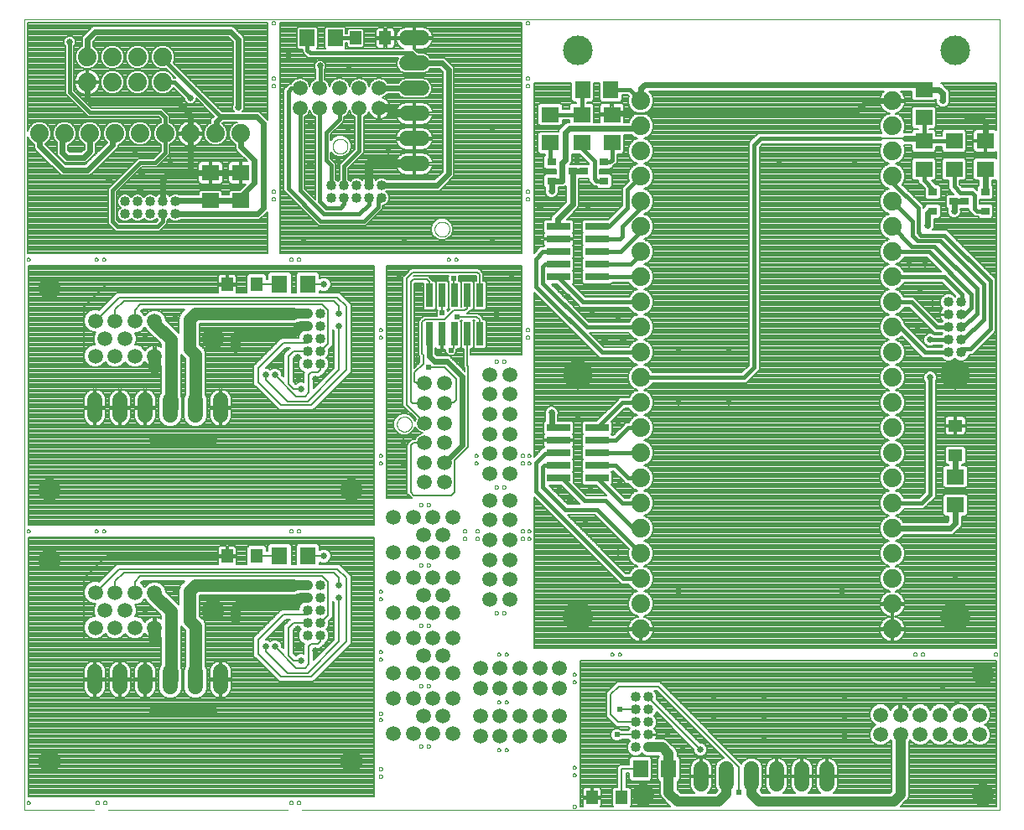
<source format=gtl>
G75*
%MOIN*%
%OFA0B0*%
%FSLAX25Y25*%
%IPPOS*%
%LPD*%
%AMOC8*
5,1,8,0,0,1.08239X$1,22.5*
%
%ADD10C,0.00000*%
%ADD11R,0.04724X0.05512*%
%ADD12C,0.04000*%
%ADD13C,0.05937*%
%ADD14C,0.06000*%
%ADD15R,0.06299X0.07098*%
%ADD16R,0.02992X0.09449*%
%ADD17C,0.07400*%
%ADD18R,0.03543X0.03150*%
%ADD19R,0.07098X0.06299*%
%ADD20R,0.09449X0.02992*%
%ADD21R,0.05512X0.04724*%
%ADD22R,0.07087X0.06299*%
%ADD23C,0.00800*%
%ADD24C,0.05000*%
%ADD25C,0.04000*%
%ADD26C,0.02578*%
%ADD27C,0.08858*%
%ADD28C,0.02400*%
%ADD29C,0.02400*%
%ADD30C,0.01600*%
%ADD31C,0.03200*%
%ADD32C,0.01000*%
%ADD33C,0.00787*%
%ADD34C,0.11811*%
D10*
X0003550Y0003550D02*
X0031294Y0003550D01*
X0031861Y0006550D02*
X0031863Y0006602D01*
X0031869Y0006654D01*
X0031879Y0006705D01*
X0031892Y0006755D01*
X0031910Y0006805D01*
X0031931Y0006852D01*
X0031955Y0006898D01*
X0031984Y0006942D01*
X0032015Y0006984D01*
X0032049Y0007023D01*
X0032086Y0007060D01*
X0032126Y0007093D01*
X0032169Y0007124D01*
X0032213Y0007151D01*
X0032259Y0007175D01*
X0032308Y0007195D01*
X0032357Y0007211D01*
X0032408Y0007224D01*
X0032459Y0007233D01*
X0032511Y0007238D01*
X0032563Y0007239D01*
X0032615Y0007236D01*
X0032667Y0007229D01*
X0032718Y0007218D01*
X0032768Y0007204D01*
X0032817Y0007185D01*
X0032864Y0007163D01*
X0032909Y0007138D01*
X0032953Y0007109D01*
X0032994Y0007077D01*
X0033033Y0007042D01*
X0033068Y0007004D01*
X0033101Y0006963D01*
X0033131Y0006921D01*
X0033157Y0006876D01*
X0033180Y0006829D01*
X0033199Y0006780D01*
X0033215Y0006730D01*
X0033227Y0006680D01*
X0033235Y0006628D01*
X0033239Y0006576D01*
X0033239Y0006524D01*
X0033235Y0006472D01*
X0033227Y0006420D01*
X0033215Y0006370D01*
X0033199Y0006320D01*
X0033180Y0006271D01*
X0033157Y0006224D01*
X0033131Y0006179D01*
X0033101Y0006137D01*
X0033068Y0006096D01*
X0033033Y0006058D01*
X0032994Y0006023D01*
X0032953Y0005991D01*
X0032909Y0005962D01*
X0032864Y0005937D01*
X0032817Y0005915D01*
X0032768Y0005896D01*
X0032718Y0005882D01*
X0032667Y0005871D01*
X0032615Y0005864D01*
X0032563Y0005861D01*
X0032511Y0005862D01*
X0032459Y0005867D01*
X0032408Y0005876D01*
X0032357Y0005889D01*
X0032308Y0005905D01*
X0032259Y0005925D01*
X0032213Y0005949D01*
X0032169Y0005976D01*
X0032126Y0006007D01*
X0032086Y0006040D01*
X0032049Y0006077D01*
X0032015Y0006116D01*
X0031984Y0006158D01*
X0031955Y0006202D01*
X0031931Y0006248D01*
X0031910Y0006295D01*
X0031892Y0006345D01*
X0031879Y0006395D01*
X0031869Y0006446D01*
X0031863Y0006498D01*
X0031861Y0006550D01*
X0034861Y0006550D02*
X0034863Y0006602D01*
X0034869Y0006654D01*
X0034879Y0006705D01*
X0034892Y0006755D01*
X0034910Y0006805D01*
X0034931Y0006852D01*
X0034955Y0006898D01*
X0034984Y0006942D01*
X0035015Y0006984D01*
X0035049Y0007023D01*
X0035086Y0007060D01*
X0035126Y0007093D01*
X0035169Y0007124D01*
X0035213Y0007151D01*
X0035259Y0007175D01*
X0035308Y0007195D01*
X0035357Y0007211D01*
X0035408Y0007224D01*
X0035459Y0007233D01*
X0035511Y0007238D01*
X0035563Y0007239D01*
X0035615Y0007236D01*
X0035667Y0007229D01*
X0035718Y0007218D01*
X0035768Y0007204D01*
X0035817Y0007185D01*
X0035864Y0007163D01*
X0035909Y0007138D01*
X0035953Y0007109D01*
X0035994Y0007077D01*
X0036033Y0007042D01*
X0036068Y0007004D01*
X0036101Y0006963D01*
X0036131Y0006921D01*
X0036157Y0006876D01*
X0036180Y0006829D01*
X0036199Y0006780D01*
X0036215Y0006730D01*
X0036227Y0006680D01*
X0036235Y0006628D01*
X0036239Y0006576D01*
X0036239Y0006524D01*
X0036235Y0006472D01*
X0036227Y0006420D01*
X0036215Y0006370D01*
X0036199Y0006320D01*
X0036180Y0006271D01*
X0036157Y0006224D01*
X0036131Y0006179D01*
X0036101Y0006137D01*
X0036068Y0006096D01*
X0036033Y0006058D01*
X0035994Y0006023D01*
X0035953Y0005991D01*
X0035909Y0005962D01*
X0035864Y0005937D01*
X0035817Y0005915D01*
X0035768Y0005896D01*
X0035718Y0005882D01*
X0035667Y0005871D01*
X0035615Y0005864D01*
X0035563Y0005861D01*
X0035511Y0005862D01*
X0035459Y0005867D01*
X0035408Y0005876D01*
X0035357Y0005889D01*
X0035308Y0005905D01*
X0035259Y0005925D01*
X0035213Y0005949D01*
X0035169Y0005976D01*
X0035126Y0006007D01*
X0035086Y0006040D01*
X0035049Y0006077D01*
X0035015Y0006116D01*
X0034984Y0006158D01*
X0034955Y0006202D01*
X0034931Y0006248D01*
X0034910Y0006295D01*
X0034892Y0006345D01*
X0034879Y0006395D01*
X0034869Y0006446D01*
X0034863Y0006498D01*
X0034861Y0006550D01*
X0036806Y0003550D02*
X0108294Y0003550D01*
X0108861Y0006550D02*
X0108863Y0006602D01*
X0108869Y0006654D01*
X0108879Y0006705D01*
X0108892Y0006755D01*
X0108910Y0006805D01*
X0108931Y0006852D01*
X0108955Y0006898D01*
X0108984Y0006942D01*
X0109015Y0006984D01*
X0109049Y0007023D01*
X0109086Y0007060D01*
X0109126Y0007093D01*
X0109169Y0007124D01*
X0109213Y0007151D01*
X0109259Y0007175D01*
X0109308Y0007195D01*
X0109357Y0007211D01*
X0109408Y0007224D01*
X0109459Y0007233D01*
X0109511Y0007238D01*
X0109563Y0007239D01*
X0109615Y0007236D01*
X0109667Y0007229D01*
X0109718Y0007218D01*
X0109768Y0007204D01*
X0109817Y0007185D01*
X0109864Y0007163D01*
X0109909Y0007138D01*
X0109953Y0007109D01*
X0109994Y0007077D01*
X0110033Y0007042D01*
X0110068Y0007004D01*
X0110101Y0006963D01*
X0110131Y0006921D01*
X0110157Y0006876D01*
X0110180Y0006829D01*
X0110199Y0006780D01*
X0110215Y0006730D01*
X0110227Y0006680D01*
X0110235Y0006628D01*
X0110239Y0006576D01*
X0110239Y0006524D01*
X0110235Y0006472D01*
X0110227Y0006420D01*
X0110215Y0006370D01*
X0110199Y0006320D01*
X0110180Y0006271D01*
X0110157Y0006224D01*
X0110131Y0006179D01*
X0110101Y0006137D01*
X0110068Y0006096D01*
X0110033Y0006058D01*
X0109994Y0006023D01*
X0109953Y0005991D01*
X0109909Y0005962D01*
X0109864Y0005937D01*
X0109817Y0005915D01*
X0109768Y0005896D01*
X0109718Y0005882D01*
X0109667Y0005871D01*
X0109615Y0005864D01*
X0109563Y0005861D01*
X0109511Y0005862D01*
X0109459Y0005867D01*
X0109408Y0005876D01*
X0109357Y0005889D01*
X0109308Y0005905D01*
X0109259Y0005925D01*
X0109213Y0005949D01*
X0109169Y0005976D01*
X0109126Y0006007D01*
X0109086Y0006040D01*
X0109049Y0006077D01*
X0109015Y0006116D01*
X0108984Y0006158D01*
X0108955Y0006202D01*
X0108931Y0006248D01*
X0108910Y0006295D01*
X0108892Y0006345D01*
X0108879Y0006395D01*
X0108869Y0006446D01*
X0108863Y0006498D01*
X0108861Y0006550D01*
X0111861Y0006550D02*
X0111863Y0006602D01*
X0111869Y0006654D01*
X0111879Y0006705D01*
X0111892Y0006755D01*
X0111910Y0006805D01*
X0111931Y0006852D01*
X0111955Y0006898D01*
X0111984Y0006942D01*
X0112015Y0006984D01*
X0112049Y0007023D01*
X0112086Y0007060D01*
X0112126Y0007093D01*
X0112169Y0007124D01*
X0112213Y0007151D01*
X0112259Y0007175D01*
X0112308Y0007195D01*
X0112357Y0007211D01*
X0112408Y0007224D01*
X0112459Y0007233D01*
X0112511Y0007238D01*
X0112563Y0007239D01*
X0112615Y0007236D01*
X0112667Y0007229D01*
X0112718Y0007218D01*
X0112768Y0007204D01*
X0112817Y0007185D01*
X0112864Y0007163D01*
X0112909Y0007138D01*
X0112953Y0007109D01*
X0112994Y0007077D01*
X0113033Y0007042D01*
X0113068Y0007004D01*
X0113101Y0006963D01*
X0113131Y0006921D01*
X0113157Y0006876D01*
X0113180Y0006829D01*
X0113199Y0006780D01*
X0113215Y0006730D01*
X0113227Y0006680D01*
X0113235Y0006628D01*
X0113239Y0006576D01*
X0113239Y0006524D01*
X0113235Y0006472D01*
X0113227Y0006420D01*
X0113215Y0006370D01*
X0113199Y0006320D01*
X0113180Y0006271D01*
X0113157Y0006224D01*
X0113131Y0006179D01*
X0113101Y0006137D01*
X0113068Y0006096D01*
X0113033Y0006058D01*
X0112994Y0006023D01*
X0112953Y0005991D01*
X0112909Y0005962D01*
X0112864Y0005937D01*
X0112817Y0005915D01*
X0112768Y0005896D01*
X0112718Y0005882D01*
X0112667Y0005871D01*
X0112615Y0005864D01*
X0112563Y0005861D01*
X0112511Y0005862D01*
X0112459Y0005867D01*
X0112408Y0005876D01*
X0112357Y0005889D01*
X0112308Y0005905D01*
X0112259Y0005925D01*
X0112213Y0005949D01*
X0112169Y0005976D01*
X0112126Y0006007D01*
X0112086Y0006040D01*
X0112049Y0006077D01*
X0112015Y0006116D01*
X0111984Y0006158D01*
X0111955Y0006202D01*
X0111931Y0006248D01*
X0111910Y0006295D01*
X0111892Y0006345D01*
X0111879Y0006395D01*
X0111869Y0006446D01*
X0111863Y0006498D01*
X0111861Y0006550D01*
X0113806Y0003550D02*
X0391251Y0003550D01*
X0391251Y0318011D01*
X0003550Y0318011D01*
X0003550Y0003550D01*
X0004361Y0006550D02*
X0004363Y0006602D01*
X0004369Y0006654D01*
X0004379Y0006705D01*
X0004392Y0006755D01*
X0004410Y0006805D01*
X0004431Y0006852D01*
X0004455Y0006898D01*
X0004484Y0006942D01*
X0004515Y0006984D01*
X0004549Y0007023D01*
X0004586Y0007060D01*
X0004626Y0007093D01*
X0004669Y0007124D01*
X0004713Y0007151D01*
X0004759Y0007175D01*
X0004808Y0007195D01*
X0004857Y0007211D01*
X0004908Y0007224D01*
X0004959Y0007233D01*
X0005011Y0007238D01*
X0005063Y0007239D01*
X0005115Y0007236D01*
X0005167Y0007229D01*
X0005218Y0007218D01*
X0005268Y0007204D01*
X0005317Y0007185D01*
X0005364Y0007163D01*
X0005409Y0007138D01*
X0005453Y0007109D01*
X0005494Y0007077D01*
X0005533Y0007042D01*
X0005568Y0007004D01*
X0005601Y0006963D01*
X0005631Y0006921D01*
X0005657Y0006876D01*
X0005680Y0006829D01*
X0005699Y0006780D01*
X0005715Y0006730D01*
X0005727Y0006680D01*
X0005735Y0006628D01*
X0005739Y0006576D01*
X0005739Y0006524D01*
X0005735Y0006472D01*
X0005727Y0006420D01*
X0005715Y0006370D01*
X0005699Y0006320D01*
X0005680Y0006271D01*
X0005657Y0006224D01*
X0005631Y0006179D01*
X0005601Y0006137D01*
X0005568Y0006096D01*
X0005533Y0006058D01*
X0005494Y0006023D01*
X0005453Y0005991D01*
X0005409Y0005962D01*
X0005364Y0005937D01*
X0005317Y0005915D01*
X0005268Y0005896D01*
X0005218Y0005882D01*
X0005167Y0005871D01*
X0005115Y0005864D01*
X0005063Y0005861D01*
X0005011Y0005862D01*
X0004959Y0005867D01*
X0004908Y0005876D01*
X0004857Y0005889D01*
X0004808Y0005905D01*
X0004759Y0005925D01*
X0004713Y0005949D01*
X0004669Y0005976D01*
X0004626Y0006007D01*
X0004586Y0006040D01*
X0004549Y0006077D01*
X0004515Y0006116D01*
X0004484Y0006158D01*
X0004455Y0006202D01*
X0004431Y0006248D01*
X0004410Y0006295D01*
X0004392Y0006345D01*
X0004379Y0006395D01*
X0004369Y0006446D01*
X0004363Y0006498D01*
X0004361Y0006550D01*
X0004361Y0114550D02*
X0004363Y0114602D01*
X0004369Y0114654D01*
X0004379Y0114705D01*
X0004392Y0114755D01*
X0004410Y0114805D01*
X0004431Y0114852D01*
X0004455Y0114898D01*
X0004484Y0114942D01*
X0004515Y0114984D01*
X0004549Y0115023D01*
X0004586Y0115060D01*
X0004626Y0115093D01*
X0004669Y0115124D01*
X0004713Y0115151D01*
X0004759Y0115175D01*
X0004808Y0115195D01*
X0004857Y0115211D01*
X0004908Y0115224D01*
X0004959Y0115233D01*
X0005011Y0115238D01*
X0005063Y0115239D01*
X0005115Y0115236D01*
X0005167Y0115229D01*
X0005218Y0115218D01*
X0005268Y0115204D01*
X0005317Y0115185D01*
X0005364Y0115163D01*
X0005409Y0115138D01*
X0005453Y0115109D01*
X0005494Y0115077D01*
X0005533Y0115042D01*
X0005568Y0115004D01*
X0005601Y0114963D01*
X0005631Y0114921D01*
X0005657Y0114876D01*
X0005680Y0114829D01*
X0005699Y0114780D01*
X0005715Y0114730D01*
X0005727Y0114680D01*
X0005735Y0114628D01*
X0005739Y0114576D01*
X0005739Y0114524D01*
X0005735Y0114472D01*
X0005727Y0114420D01*
X0005715Y0114370D01*
X0005699Y0114320D01*
X0005680Y0114271D01*
X0005657Y0114224D01*
X0005631Y0114179D01*
X0005601Y0114137D01*
X0005568Y0114096D01*
X0005533Y0114058D01*
X0005494Y0114023D01*
X0005453Y0113991D01*
X0005409Y0113962D01*
X0005364Y0113937D01*
X0005317Y0113915D01*
X0005268Y0113896D01*
X0005218Y0113882D01*
X0005167Y0113871D01*
X0005115Y0113864D01*
X0005063Y0113861D01*
X0005011Y0113862D01*
X0004959Y0113867D01*
X0004908Y0113876D01*
X0004857Y0113889D01*
X0004808Y0113905D01*
X0004759Y0113925D01*
X0004713Y0113949D01*
X0004669Y0113976D01*
X0004626Y0114007D01*
X0004586Y0114040D01*
X0004549Y0114077D01*
X0004515Y0114116D01*
X0004484Y0114158D01*
X0004455Y0114202D01*
X0004431Y0114248D01*
X0004410Y0114295D01*
X0004392Y0114345D01*
X0004379Y0114395D01*
X0004369Y0114446D01*
X0004363Y0114498D01*
X0004361Y0114550D01*
X0031361Y0114550D02*
X0031363Y0114602D01*
X0031369Y0114654D01*
X0031379Y0114705D01*
X0031392Y0114755D01*
X0031410Y0114805D01*
X0031431Y0114852D01*
X0031455Y0114898D01*
X0031484Y0114942D01*
X0031515Y0114984D01*
X0031549Y0115023D01*
X0031586Y0115060D01*
X0031626Y0115093D01*
X0031669Y0115124D01*
X0031713Y0115151D01*
X0031759Y0115175D01*
X0031808Y0115195D01*
X0031857Y0115211D01*
X0031908Y0115224D01*
X0031959Y0115233D01*
X0032011Y0115238D01*
X0032063Y0115239D01*
X0032115Y0115236D01*
X0032167Y0115229D01*
X0032218Y0115218D01*
X0032268Y0115204D01*
X0032317Y0115185D01*
X0032364Y0115163D01*
X0032409Y0115138D01*
X0032453Y0115109D01*
X0032494Y0115077D01*
X0032533Y0115042D01*
X0032568Y0115004D01*
X0032601Y0114963D01*
X0032631Y0114921D01*
X0032657Y0114876D01*
X0032680Y0114829D01*
X0032699Y0114780D01*
X0032715Y0114730D01*
X0032727Y0114680D01*
X0032735Y0114628D01*
X0032739Y0114576D01*
X0032739Y0114524D01*
X0032735Y0114472D01*
X0032727Y0114420D01*
X0032715Y0114370D01*
X0032699Y0114320D01*
X0032680Y0114271D01*
X0032657Y0114224D01*
X0032631Y0114179D01*
X0032601Y0114137D01*
X0032568Y0114096D01*
X0032533Y0114058D01*
X0032494Y0114023D01*
X0032453Y0113991D01*
X0032409Y0113962D01*
X0032364Y0113937D01*
X0032317Y0113915D01*
X0032268Y0113896D01*
X0032218Y0113882D01*
X0032167Y0113871D01*
X0032115Y0113864D01*
X0032063Y0113861D01*
X0032011Y0113862D01*
X0031959Y0113867D01*
X0031908Y0113876D01*
X0031857Y0113889D01*
X0031808Y0113905D01*
X0031759Y0113925D01*
X0031713Y0113949D01*
X0031669Y0113976D01*
X0031626Y0114007D01*
X0031586Y0114040D01*
X0031549Y0114077D01*
X0031515Y0114116D01*
X0031484Y0114158D01*
X0031455Y0114202D01*
X0031431Y0114248D01*
X0031410Y0114295D01*
X0031392Y0114345D01*
X0031379Y0114395D01*
X0031369Y0114446D01*
X0031363Y0114498D01*
X0031361Y0114550D01*
X0034361Y0114550D02*
X0034363Y0114602D01*
X0034369Y0114654D01*
X0034379Y0114705D01*
X0034392Y0114755D01*
X0034410Y0114805D01*
X0034431Y0114852D01*
X0034455Y0114898D01*
X0034484Y0114942D01*
X0034515Y0114984D01*
X0034549Y0115023D01*
X0034586Y0115060D01*
X0034626Y0115093D01*
X0034669Y0115124D01*
X0034713Y0115151D01*
X0034759Y0115175D01*
X0034808Y0115195D01*
X0034857Y0115211D01*
X0034908Y0115224D01*
X0034959Y0115233D01*
X0035011Y0115238D01*
X0035063Y0115239D01*
X0035115Y0115236D01*
X0035167Y0115229D01*
X0035218Y0115218D01*
X0035268Y0115204D01*
X0035317Y0115185D01*
X0035364Y0115163D01*
X0035409Y0115138D01*
X0035453Y0115109D01*
X0035494Y0115077D01*
X0035533Y0115042D01*
X0035568Y0115004D01*
X0035601Y0114963D01*
X0035631Y0114921D01*
X0035657Y0114876D01*
X0035680Y0114829D01*
X0035699Y0114780D01*
X0035715Y0114730D01*
X0035727Y0114680D01*
X0035735Y0114628D01*
X0035739Y0114576D01*
X0035739Y0114524D01*
X0035735Y0114472D01*
X0035727Y0114420D01*
X0035715Y0114370D01*
X0035699Y0114320D01*
X0035680Y0114271D01*
X0035657Y0114224D01*
X0035631Y0114179D01*
X0035601Y0114137D01*
X0035568Y0114096D01*
X0035533Y0114058D01*
X0035494Y0114023D01*
X0035453Y0113991D01*
X0035409Y0113962D01*
X0035364Y0113937D01*
X0035317Y0113915D01*
X0035268Y0113896D01*
X0035218Y0113882D01*
X0035167Y0113871D01*
X0035115Y0113864D01*
X0035063Y0113861D01*
X0035011Y0113862D01*
X0034959Y0113867D01*
X0034908Y0113876D01*
X0034857Y0113889D01*
X0034808Y0113905D01*
X0034759Y0113925D01*
X0034713Y0113949D01*
X0034669Y0113976D01*
X0034626Y0114007D01*
X0034586Y0114040D01*
X0034549Y0114077D01*
X0034515Y0114116D01*
X0034484Y0114158D01*
X0034455Y0114202D01*
X0034431Y0114248D01*
X0034410Y0114295D01*
X0034392Y0114345D01*
X0034379Y0114395D01*
X0034369Y0114446D01*
X0034363Y0114498D01*
X0034361Y0114550D01*
X0108861Y0114550D02*
X0108863Y0114602D01*
X0108869Y0114654D01*
X0108879Y0114705D01*
X0108892Y0114755D01*
X0108910Y0114805D01*
X0108931Y0114852D01*
X0108955Y0114898D01*
X0108984Y0114942D01*
X0109015Y0114984D01*
X0109049Y0115023D01*
X0109086Y0115060D01*
X0109126Y0115093D01*
X0109169Y0115124D01*
X0109213Y0115151D01*
X0109259Y0115175D01*
X0109308Y0115195D01*
X0109357Y0115211D01*
X0109408Y0115224D01*
X0109459Y0115233D01*
X0109511Y0115238D01*
X0109563Y0115239D01*
X0109615Y0115236D01*
X0109667Y0115229D01*
X0109718Y0115218D01*
X0109768Y0115204D01*
X0109817Y0115185D01*
X0109864Y0115163D01*
X0109909Y0115138D01*
X0109953Y0115109D01*
X0109994Y0115077D01*
X0110033Y0115042D01*
X0110068Y0115004D01*
X0110101Y0114963D01*
X0110131Y0114921D01*
X0110157Y0114876D01*
X0110180Y0114829D01*
X0110199Y0114780D01*
X0110215Y0114730D01*
X0110227Y0114680D01*
X0110235Y0114628D01*
X0110239Y0114576D01*
X0110239Y0114524D01*
X0110235Y0114472D01*
X0110227Y0114420D01*
X0110215Y0114370D01*
X0110199Y0114320D01*
X0110180Y0114271D01*
X0110157Y0114224D01*
X0110131Y0114179D01*
X0110101Y0114137D01*
X0110068Y0114096D01*
X0110033Y0114058D01*
X0109994Y0114023D01*
X0109953Y0113991D01*
X0109909Y0113962D01*
X0109864Y0113937D01*
X0109817Y0113915D01*
X0109768Y0113896D01*
X0109718Y0113882D01*
X0109667Y0113871D01*
X0109615Y0113864D01*
X0109563Y0113861D01*
X0109511Y0113862D01*
X0109459Y0113867D01*
X0109408Y0113876D01*
X0109357Y0113889D01*
X0109308Y0113905D01*
X0109259Y0113925D01*
X0109213Y0113949D01*
X0109169Y0113976D01*
X0109126Y0114007D01*
X0109086Y0114040D01*
X0109049Y0114077D01*
X0109015Y0114116D01*
X0108984Y0114158D01*
X0108955Y0114202D01*
X0108931Y0114248D01*
X0108910Y0114295D01*
X0108892Y0114345D01*
X0108879Y0114395D01*
X0108869Y0114446D01*
X0108863Y0114498D01*
X0108861Y0114550D01*
X0111861Y0114550D02*
X0111863Y0114602D01*
X0111869Y0114654D01*
X0111879Y0114705D01*
X0111892Y0114755D01*
X0111910Y0114805D01*
X0111931Y0114852D01*
X0111955Y0114898D01*
X0111984Y0114942D01*
X0112015Y0114984D01*
X0112049Y0115023D01*
X0112086Y0115060D01*
X0112126Y0115093D01*
X0112169Y0115124D01*
X0112213Y0115151D01*
X0112259Y0115175D01*
X0112308Y0115195D01*
X0112357Y0115211D01*
X0112408Y0115224D01*
X0112459Y0115233D01*
X0112511Y0115238D01*
X0112563Y0115239D01*
X0112615Y0115236D01*
X0112667Y0115229D01*
X0112718Y0115218D01*
X0112768Y0115204D01*
X0112817Y0115185D01*
X0112864Y0115163D01*
X0112909Y0115138D01*
X0112953Y0115109D01*
X0112994Y0115077D01*
X0113033Y0115042D01*
X0113068Y0115004D01*
X0113101Y0114963D01*
X0113131Y0114921D01*
X0113157Y0114876D01*
X0113180Y0114829D01*
X0113199Y0114780D01*
X0113215Y0114730D01*
X0113227Y0114680D01*
X0113235Y0114628D01*
X0113239Y0114576D01*
X0113239Y0114524D01*
X0113235Y0114472D01*
X0113227Y0114420D01*
X0113215Y0114370D01*
X0113199Y0114320D01*
X0113180Y0114271D01*
X0113157Y0114224D01*
X0113131Y0114179D01*
X0113101Y0114137D01*
X0113068Y0114096D01*
X0113033Y0114058D01*
X0112994Y0114023D01*
X0112953Y0113991D01*
X0112909Y0113962D01*
X0112864Y0113937D01*
X0112817Y0113915D01*
X0112768Y0113896D01*
X0112718Y0113882D01*
X0112667Y0113871D01*
X0112615Y0113864D01*
X0112563Y0113861D01*
X0112511Y0113862D01*
X0112459Y0113867D01*
X0112408Y0113876D01*
X0112357Y0113889D01*
X0112308Y0113905D01*
X0112259Y0113925D01*
X0112213Y0113949D01*
X0112169Y0113976D01*
X0112126Y0114007D01*
X0112086Y0114040D01*
X0112049Y0114077D01*
X0112015Y0114116D01*
X0111984Y0114158D01*
X0111955Y0114202D01*
X0111931Y0114248D01*
X0111910Y0114295D01*
X0111892Y0114345D01*
X0111879Y0114395D01*
X0111869Y0114446D01*
X0111863Y0114498D01*
X0111861Y0114550D01*
X0144361Y0090550D02*
X0144363Y0090602D01*
X0144369Y0090654D01*
X0144379Y0090705D01*
X0144392Y0090755D01*
X0144410Y0090805D01*
X0144431Y0090852D01*
X0144455Y0090898D01*
X0144484Y0090942D01*
X0144515Y0090984D01*
X0144549Y0091023D01*
X0144586Y0091060D01*
X0144626Y0091093D01*
X0144669Y0091124D01*
X0144713Y0091151D01*
X0144759Y0091175D01*
X0144808Y0091195D01*
X0144857Y0091211D01*
X0144908Y0091224D01*
X0144959Y0091233D01*
X0145011Y0091238D01*
X0145063Y0091239D01*
X0145115Y0091236D01*
X0145167Y0091229D01*
X0145218Y0091218D01*
X0145268Y0091204D01*
X0145317Y0091185D01*
X0145364Y0091163D01*
X0145409Y0091138D01*
X0145453Y0091109D01*
X0145494Y0091077D01*
X0145533Y0091042D01*
X0145568Y0091004D01*
X0145601Y0090963D01*
X0145631Y0090921D01*
X0145657Y0090876D01*
X0145680Y0090829D01*
X0145699Y0090780D01*
X0145715Y0090730D01*
X0145727Y0090680D01*
X0145735Y0090628D01*
X0145739Y0090576D01*
X0145739Y0090524D01*
X0145735Y0090472D01*
X0145727Y0090420D01*
X0145715Y0090370D01*
X0145699Y0090320D01*
X0145680Y0090271D01*
X0145657Y0090224D01*
X0145631Y0090179D01*
X0145601Y0090137D01*
X0145568Y0090096D01*
X0145533Y0090058D01*
X0145494Y0090023D01*
X0145453Y0089991D01*
X0145409Y0089962D01*
X0145364Y0089937D01*
X0145317Y0089915D01*
X0145268Y0089896D01*
X0145218Y0089882D01*
X0145167Y0089871D01*
X0145115Y0089864D01*
X0145063Y0089861D01*
X0145011Y0089862D01*
X0144959Y0089867D01*
X0144908Y0089876D01*
X0144857Y0089889D01*
X0144808Y0089905D01*
X0144759Y0089925D01*
X0144713Y0089949D01*
X0144669Y0089976D01*
X0144626Y0090007D01*
X0144586Y0090040D01*
X0144549Y0090077D01*
X0144515Y0090116D01*
X0144484Y0090158D01*
X0144455Y0090202D01*
X0144431Y0090248D01*
X0144410Y0090295D01*
X0144392Y0090345D01*
X0144379Y0090395D01*
X0144369Y0090446D01*
X0144363Y0090498D01*
X0144361Y0090550D01*
X0144361Y0087550D02*
X0144363Y0087602D01*
X0144369Y0087654D01*
X0144379Y0087705D01*
X0144392Y0087755D01*
X0144410Y0087805D01*
X0144431Y0087852D01*
X0144455Y0087898D01*
X0144484Y0087942D01*
X0144515Y0087984D01*
X0144549Y0088023D01*
X0144586Y0088060D01*
X0144626Y0088093D01*
X0144669Y0088124D01*
X0144713Y0088151D01*
X0144759Y0088175D01*
X0144808Y0088195D01*
X0144857Y0088211D01*
X0144908Y0088224D01*
X0144959Y0088233D01*
X0145011Y0088238D01*
X0145063Y0088239D01*
X0145115Y0088236D01*
X0145167Y0088229D01*
X0145218Y0088218D01*
X0145268Y0088204D01*
X0145317Y0088185D01*
X0145364Y0088163D01*
X0145409Y0088138D01*
X0145453Y0088109D01*
X0145494Y0088077D01*
X0145533Y0088042D01*
X0145568Y0088004D01*
X0145601Y0087963D01*
X0145631Y0087921D01*
X0145657Y0087876D01*
X0145680Y0087829D01*
X0145699Y0087780D01*
X0145715Y0087730D01*
X0145727Y0087680D01*
X0145735Y0087628D01*
X0145739Y0087576D01*
X0145739Y0087524D01*
X0145735Y0087472D01*
X0145727Y0087420D01*
X0145715Y0087370D01*
X0145699Y0087320D01*
X0145680Y0087271D01*
X0145657Y0087224D01*
X0145631Y0087179D01*
X0145601Y0087137D01*
X0145568Y0087096D01*
X0145533Y0087058D01*
X0145494Y0087023D01*
X0145453Y0086991D01*
X0145409Y0086962D01*
X0145364Y0086937D01*
X0145317Y0086915D01*
X0145268Y0086896D01*
X0145218Y0086882D01*
X0145167Y0086871D01*
X0145115Y0086864D01*
X0145063Y0086861D01*
X0145011Y0086862D01*
X0144959Y0086867D01*
X0144908Y0086876D01*
X0144857Y0086889D01*
X0144808Y0086905D01*
X0144759Y0086925D01*
X0144713Y0086949D01*
X0144669Y0086976D01*
X0144626Y0087007D01*
X0144586Y0087040D01*
X0144549Y0087077D01*
X0144515Y0087116D01*
X0144484Y0087158D01*
X0144455Y0087202D01*
X0144431Y0087248D01*
X0144410Y0087295D01*
X0144392Y0087345D01*
X0144379Y0087395D01*
X0144369Y0087446D01*
X0144363Y0087498D01*
X0144361Y0087550D01*
X0160361Y0077050D02*
X0160363Y0077102D01*
X0160369Y0077154D01*
X0160379Y0077205D01*
X0160392Y0077255D01*
X0160410Y0077305D01*
X0160431Y0077352D01*
X0160455Y0077398D01*
X0160484Y0077442D01*
X0160515Y0077484D01*
X0160549Y0077523D01*
X0160586Y0077560D01*
X0160626Y0077593D01*
X0160669Y0077624D01*
X0160713Y0077651D01*
X0160759Y0077675D01*
X0160808Y0077695D01*
X0160857Y0077711D01*
X0160908Y0077724D01*
X0160959Y0077733D01*
X0161011Y0077738D01*
X0161063Y0077739D01*
X0161115Y0077736D01*
X0161167Y0077729D01*
X0161218Y0077718D01*
X0161268Y0077704D01*
X0161317Y0077685D01*
X0161364Y0077663D01*
X0161409Y0077638D01*
X0161453Y0077609D01*
X0161494Y0077577D01*
X0161533Y0077542D01*
X0161568Y0077504D01*
X0161601Y0077463D01*
X0161631Y0077421D01*
X0161657Y0077376D01*
X0161680Y0077329D01*
X0161699Y0077280D01*
X0161715Y0077230D01*
X0161727Y0077180D01*
X0161735Y0077128D01*
X0161739Y0077076D01*
X0161739Y0077024D01*
X0161735Y0076972D01*
X0161727Y0076920D01*
X0161715Y0076870D01*
X0161699Y0076820D01*
X0161680Y0076771D01*
X0161657Y0076724D01*
X0161631Y0076679D01*
X0161601Y0076637D01*
X0161568Y0076596D01*
X0161533Y0076558D01*
X0161494Y0076523D01*
X0161453Y0076491D01*
X0161409Y0076462D01*
X0161364Y0076437D01*
X0161317Y0076415D01*
X0161268Y0076396D01*
X0161218Y0076382D01*
X0161167Y0076371D01*
X0161115Y0076364D01*
X0161063Y0076361D01*
X0161011Y0076362D01*
X0160959Y0076367D01*
X0160908Y0076376D01*
X0160857Y0076389D01*
X0160808Y0076405D01*
X0160759Y0076425D01*
X0160713Y0076449D01*
X0160669Y0076476D01*
X0160626Y0076507D01*
X0160586Y0076540D01*
X0160549Y0076577D01*
X0160515Y0076616D01*
X0160484Y0076658D01*
X0160455Y0076702D01*
X0160431Y0076748D01*
X0160410Y0076795D01*
X0160392Y0076845D01*
X0160379Y0076895D01*
X0160369Y0076946D01*
X0160363Y0076998D01*
X0160361Y0077050D01*
X0163361Y0077050D02*
X0163363Y0077102D01*
X0163369Y0077154D01*
X0163379Y0077205D01*
X0163392Y0077255D01*
X0163410Y0077305D01*
X0163431Y0077352D01*
X0163455Y0077398D01*
X0163484Y0077442D01*
X0163515Y0077484D01*
X0163549Y0077523D01*
X0163586Y0077560D01*
X0163626Y0077593D01*
X0163669Y0077624D01*
X0163713Y0077651D01*
X0163759Y0077675D01*
X0163808Y0077695D01*
X0163857Y0077711D01*
X0163908Y0077724D01*
X0163959Y0077733D01*
X0164011Y0077738D01*
X0164063Y0077739D01*
X0164115Y0077736D01*
X0164167Y0077729D01*
X0164218Y0077718D01*
X0164268Y0077704D01*
X0164317Y0077685D01*
X0164364Y0077663D01*
X0164409Y0077638D01*
X0164453Y0077609D01*
X0164494Y0077577D01*
X0164533Y0077542D01*
X0164568Y0077504D01*
X0164601Y0077463D01*
X0164631Y0077421D01*
X0164657Y0077376D01*
X0164680Y0077329D01*
X0164699Y0077280D01*
X0164715Y0077230D01*
X0164727Y0077180D01*
X0164735Y0077128D01*
X0164739Y0077076D01*
X0164739Y0077024D01*
X0164735Y0076972D01*
X0164727Y0076920D01*
X0164715Y0076870D01*
X0164699Y0076820D01*
X0164680Y0076771D01*
X0164657Y0076724D01*
X0164631Y0076679D01*
X0164601Y0076637D01*
X0164568Y0076596D01*
X0164533Y0076558D01*
X0164494Y0076523D01*
X0164453Y0076491D01*
X0164409Y0076462D01*
X0164364Y0076437D01*
X0164317Y0076415D01*
X0164268Y0076396D01*
X0164218Y0076382D01*
X0164167Y0076371D01*
X0164115Y0076364D01*
X0164063Y0076361D01*
X0164011Y0076362D01*
X0163959Y0076367D01*
X0163908Y0076376D01*
X0163857Y0076389D01*
X0163808Y0076405D01*
X0163759Y0076425D01*
X0163713Y0076449D01*
X0163669Y0076476D01*
X0163626Y0076507D01*
X0163586Y0076540D01*
X0163549Y0076577D01*
X0163515Y0076616D01*
X0163484Y0076658D01*
X0163455Y0076702D01*
X0163431Y0076748D01*
X0163410Y0076795D01*
X0163392Y0076845D01*
X0163379Y0076895D01*
X0163369Y0076946D01*
X0163363Y0076998D01*
X0163361Y0077050D01*
X0144361Y0066550D02*
X0144363Y0066602D01*
X0144369Y0066654D01*
X0144379Y0066705D01*
X0144392Y0066755D01*
X0144410Y0066805D01*
X0144431Y0066852D01*
X0144455Y0066898D01*
X0144484Y0066942D01*
X0144515Y0066984D01*
X0144549Y0067023D01*
X0144586Y0067060D01*
X0144626Y0067093D01*
X0144669Y0067124D01*
X0144713Y0067151D01*
X0144759Y0067175D01*
X0144808Y0067195D01*
X0144857Y0067211D01*
X0144908Y0067224D01*
X0144959Y0067233D01*
X0145011Y0067238D01*
X0145063Y0067239D01*
X0145115Y0067236D01*
X0145167Y0067229D01*
X0145218Y0067218D01*
X0145268Y0067204D01*
X0145317Y0067185D01*
X0145364Y0067163D01*
X0145409Y0067138D01*
X0145453Y0067109D01*
X0145494Y0067077D01*
X0145533Y0067042D01*
X0145568Y0067004D01*
X0145601Y0066963D01*
X0145631Y0066921D01*
X0145657Y0066876D01*
X0145680Y0066829D01*
X0145699Y0066780D01*
X0145715Y0066730D01*
X0145727Y0066680D01*
X0145735Y0066628D01*
X0145739Y0066576D01*
X0145739Y0066524D01*
X0145735Y0066472D01*
X0145727Y0066420D01*
X0145715Y0066370D01*
X0145699Y0066320D01*
X0145680Y0066271D01*
X0145657Y0066224D01*
X0145631Y0066179D01*
X0145601Y0066137D01*
X0145568Y0066096D01*
X0145533Y0066058D01*
X0145494Y0066023D01*
X0145453Y0065991D01*
X0145409Y0065962D01*
X0145364Y0065937D01*
X0145317Y0065915D01*
X0145268Y0065896D01*
X0145218Y0065882D01*
X0145167Y0065871D01*
X0145115Y0065864D01*
X0145063Y0065861D01*
X0145011Y0065862D01*
X0144959Y0065867D01*
X0144908Y0065876D01*
X0144857Y0065889D01*
X0144808Y0065905D01*
X0144759Y0065925D01*
X0144713Y0065949D01*
X0144669Y0065976D01*
X0144626Y0066007D01*
X0144586Y0066040D01*
X0144549Y0066077D01*
X0144515Y0066116D01*
X0144484Y0066158D01*
X0144455Y0066202D01*
X0144431Y0066248D01*
X0144410Y0066295D01*
X0144392Y0066345D01*
X0144379Y0066395D01*
X0144369Y0066446D01*
X0144363Y0066498D01*
X0144361Y0066550D01*
X0144361Y0063550D02*
X0144363Y0063602D01*
X0144369Y0063654D01*
X0144379Y0063705D01*
X0144392Y0063755D01*
X0144410Y0063805D01*
X0144431Y0063852D01*
X0144455Y0063898D01*
X0144484Y0063942D01*
X0144515Y0063984D01*
X0144549Y0064023D01*
X0144586Y0064060D01*
X0144626Y0064093D01*
X0144669Y0064124D01*
X0144713Y0064151D01*
X0144759Y0064175D01*
X0144808Y0064195D01*
X0144857Y0064211D01*
X0144908Y0064224D01*
X0144959Y0064233D01*
X0145011Y0064238D01*
X0145063Y0064239D01*
X0145115Y0064236D01*
X0145167Y0064229D01*
X0145218Y0064218D01*
X0145268Y0064204D01*
X0145317Y0064185D01*
X0145364Y0064163D01*
X0145409Y0064138D01*
X0145453Y0064109D01*
X0145494Y0064077D01*
X0145533Y0064042D01*
X0145568Y0064004D01*
X0145601Y0063963D01*
X0145631Y0063921D01*
X0145657Y0063876D01*
X0145680Y0063829D01*
X0145699Y0063780D01*
X0145715Y0063730D01*
X0145727Y0063680D01*
X0145735Y0063628D01*
X0145739Y0063576D01*
X0145739Y0063524D01*
X0145735Y0063472D01*
X0145727Y0063420D01*
X0145715Y0063370D01*
X0145699Y0063320D01*
X0145680Y0063271D01*
X0145657Y0063224D01*
X0145631Y0063179D01*
X0145601Y0063137D01*
X0145568Y0063096D01*
X0145533Y0063058D01*
X0145494Y0063023D01*
X0145453Y0062991D01*
X0145409Y0062962D01*
X0145364Y0062937D01*
X0145317Y0062915D01*
X0145268Y0062896D01*
X0145218Y0062882D01*
X0145167Y0062871D01*
X0145115Y0062864D01*
X0145063Y0062861D01*
X0145011Y0062862D01*
X0144959Y0062867D01*
X0144908Y0062876D01*
X0144857Y0062889D01*
X0144808Y0062905D01*
X0144759Y0062925D01*
X0144713Y0062949D01*
X0144669Y0062976D01*
X0144626Y0063007D01*
X0144586Y0063040D01*
X0144549Y0063077D01*
X0144515Y0063116D01*
X0144484Y0063158D01*
X0144455Y0063202D01*
X0144431Y0063248D01*
X0144410Y0063295D01*
X0144392Y0063345D01*
X0144379Y0063395D01*
X0144369Y0063446D01*
X0144363Y0063498D01*
X0144361Y0063550D01*
X0160361Y0053050D02*
X0160363Y0053102D01*
X0160369Y0053154D01*
X0160379Y0053205D01*
X0160392Y0053255D01*
X0160410Y0053305D01*
X0160431Y0053352D01*
X0160455Y0053398D01*
X0160484Y0053442D01*
X0160515Y0053484D01*
X0160549Y0053523D01*
X0160586Y0053560D01*
X0160626Y0053593D01*
X0160669Y0053624D01*
X0160713Y0053651D01*
X0160759Y0053675D01*
X0160808Y0053695D01*
X0160857Y0053711D01*
X0160908Y0053724D01*
X0160959Y0053733D01*
X0161011Y0053738D01*
X0161063Y0053739D01*
X0161115Y0053736D01*
X0161167Y0053729D01*
X0161218Y0053718D01*
X0161268Y0053704D01*
X0161317Y0053685D01*
X0161364Y0053663D01*
X0161409Y0053638D01*
X0161453Y0053609D01*
X0161494Y0053577D01*
X0161533Y0053542D01*
X0161568Y0053504D01*
X0161601Y0053463D01*
X0161631Y0053421D01*
X0161657Y0053376D01*
X0161680Y0053329D01*
X0161699Y0053280D01*
X0161715Y0053230D01*
X0161727Y0053180D01*
X0161735Y0053128D01*
X0161739Y0053076D01*
X0161739Y0053024D01*
X0161735Y0052972D01*
X0161727Y0052920D01*
X0161715Y0052870D01*
X0161699Y0052820D01*
X0161680Y0052771D01*
X0161657Y0052724D01*
X0161631Y0052679D01*
X0161601Y0052637D01*
X0161568Y0052596D01*
X0161533Y0052558D01*
X0161494Y0052523D01*
X0161453Y0052491D01*
X0161409Y0052462D01*
X0161364Y0052437D01*
X0161317Y0052415D01*
X0161268Y0052396D01*
X0161218Y0052382D01*
X0161167Y0052371D01*
X0161115Y0052364D01*
X0161063Y0052361D01*
X0161011Y0052362D01*
X0160959Y0052367D01*
X0160908Y0052376D01*
X0160857Y0052389D01*
X0160808Y0052405D01*
X0160759Y0052425D01*
X0160713Y0052449D01*
X0160669Y0052476D01*
X0160626Y0052507D01*
X0160586Y0052540D01*
X0160549Y0052577D01*
X0160515Y0052616D01*
X0160484Y0052658D01*
X0160455Y0052702D01*
X0160431Y0052748D01*
X0160410Y0052795D01*
X0160392Y0052845D01*
X0160379Y0052895D01*
X0160369Y0052946D01*
X0160363Y0052998D01*
X0160361Y0053050D01*
X0163361Y0053050D02*
X0163363Y0053102D01*
X0163369Y0053154D01*
X0163379Y0053205D01*
X0163392Y0053255D01*
X0163410Y0053305D01*
X0163431Y0053352D01*
X0163455Y0053398D01*
X0163484Y0053442D01*
X0163515Y0053484D01*
X0163549Y0053523D01*
X0163586Y0053560D01*
X0163626Y0053593D01*
X0163669Y0053624D01*
X0163713Y0053651D01*
X0163759Y0053675D01*
X0163808Y0053695D01*
X0163857Y0053711D01*
X0163908Y0053724D01*
X0163959Y0053733D01*
X0164011Y0053738D01*
X0164063Y0053739D01*
X0164115Y0053736D01*
X0164167Y0053729D01*
X0164218Y0053718D01*
X0164268Y0053704D01*
X0164317Y0053685D01*
X0164364Y0053663D01*
X0164409Y0053638D01*
X0164453Y0053609D01*
X0164494Y0053577D01*
X0164533Y0053542D01*
X0164568Y0053504D01*
X0164601Y0053463D01*
X0164631Y0053421D01*
X0164657Y0053376D01*
X0164680Y0053329D01*
X0164699Y0053280D01*
X0164715Y0053230D01*
X0164727Y0053180D01*
X0164735Y0053128D01*
X0164739Y0053076D01*
X0164739Y0053024D01*
X0164735Y0052972D01*
X0164727Y0052920D01*
X0164715Y0052870D01*
X0164699Y0052820D01*
X0164680Y0052771D01*
X0164657Y0052724D01*
X0164631Y0052679D01*
X0164601Y0052637D01*
X0164568Y0052596D01*
X0164533Y0052558D01*
X0164494Y0052523D01*
X0164453Y0052491D01*
X0164409Y0052462D01*
X0164364Y0052437D01*
X0164317Y0052415D01*
X0164268Y0052396D01*
X0164218Y0052382D01*
X0164167Y0052371D01*
X0164115Y0052364D01*
X0164063Y0052361D01*
X0164011Y0052362D01*
X0163959Y0052367D01*
X0163908Y0052376D01*
X0163857Y0052389D01*
X0163808Y0052405D01*
X0163759Y0052425D01*
X0163713Y0052449D01*
X0163669Y0052476D01*
X0163626Y0052507D01*
X0163586Y0052540D01*
X0163549Y0052577D01*
X0163515Y0052616D01*
X0163484Y0052658D01*
X0163455Y0052702D01*
X0163431Y0052748D01*
X0163410Y0052795D01*
X0163392Y0052845D01*
X0163379Y0052895D01*
X0163369Y0052946D01*
X0163363Y0052998D01*
X0163361Y0053050D01*
X0144361Y0042050D02*
X0144363Y0042102D01*
X0144369Y0042154D01*
X0144379Y0042205D01*
X0144392Y0042255D01*
X0144410Y0042305D01*
X0144431Y0042352D01*
X0144455Y0042398D01*
X0144484Y0042442D01*
X0144515Y0042484D01*
X0144549Y0042523D01*
X0144586Y0042560D01*
X0144626Y0042593D01*
X0144669Y0042624D01*
X0144713Y0042651D01*
X0144759Y0042675D01*
X0144808Y0042695D01*
X0144857Y0042711D01*
X0144908Y0042724D01*
X0144959Y0042733D01*
X0145011Y0042738D01*
X0145063Y0042739D01*
X0145115Y0042736D01*
X0145167Y0042729D01*
X0145218Y0042718D01*
X0145268Y0042704D01*
X0145317Y0042685D01*
X0145364Y0042663D01*
X0145409Y0042638D01*
X0145453Y0042609D01*
X0145494Y0042577D01*
X0145533Y0042542D01*
X0145568Y0042504D01*
X0145601Y0042463D01*
X0145631Y0042421D01*
X0145657Y0042376D01*
X0145680Y0042329D01*
X0145699Y0042280D01*
X0145715Y0042230D01*
X0145727Y0042180D01*
X0145735Y0042128D01*
X0145739Y0042076D01*
X0145739Y0042024D01*
X0145735Y0041972D01*
X0145727Y0041920D01*
X0145715Y0041870D01*
X0145699Y0041820D01*
X0145680Y0041771D01*
X0145657Y0041724D01*
X0145631Y0041679D01*
X0145601Y0041637D01*
X0145568Y0041596D01*
X0145533Y0041558D01*
X0145494Y0041523D01*
X0145453Y0041491D01*
X0145409Y0041462D01*
X0145364Y0041437D01*
X0145317Y0041415D01*
X0145268Y0041396D01*
X0145218Y0041382D01*
X0145167Y0041371D01*
X0145115Y0041364D01*
X0145063Y0041361D01*
X0145011Y0041362D01*
X0144959Y0041367D01*
X0144908Y0041376D01*
X0144857Y0041389D01*
X0144808Y0041405D01*
X0144759Y0041425D01*
X0144713Y0041449D01*
X0144669Y0041476D01*
X0144626Y0041507D01*
X0144586Y0041540D01*
X0144549Y0041577D01*
X0144515Y0041616D01*
X0144484Y0041658D01*
X0144455Y0041702D01*
X0144431Y0041748D01*
X0144410Y0041795D01*
X0144392Y0041845D01*
X0144379Y0041895D01*
X0144369Y0041946D01*
X0144363Y0041998D01*
X0144361Y0042050D01*
X0144361Y0039550D02*
X0144363Y0039602D01*
X0144369Y0039654D01*
X0144379Y0039705D01*
X0144392Y0039755D01*
X0144410Y0039805D01*
X0144431Y0039852D01*
X0144455Y0039898D01*
X0144484Y0039942D01*
X0144515Y0039984D01*
X0144549Y0040023D01*
X0144586Y0040060D01*
X0144626Y0040093D01*
X0144669Y0040124D01*
X0144713Y0040151D01*
X0144759Y0040175D01*
X0144808Y0040195D01*
X0144857Y0040211D01*
X0144908Y0040224D01*
X0144959Y0040233D01*
X0145011Y0040238D01*
X0145063Y0040239D01*
X0145115Y0040236D01*
X0145167Y0040229D01*
X0145218Y0040218D01*
X0145268Y0040204D01*
X0145317Y0040185D01*
X0145364Y0040163D01*
X0145409Y0040138D01*
X0145453Y0040109D01*
X0145494Y0040077D01*
X0145533Y0040042D01*
X0145568Y0040004D01*
X0145601Y0039963D01*
X0145631Y0039921D01*
X0145657Y0039876D01*
X0145680Y0039829D01*
X0145699Y0039780D01*
X0145715Y0039730D01*
X0145727Y0039680D01*
X0145735Y0039628D01*
X0145739Y0039576D01*
X0145739Y0039524D01*
X0145735Y0039472D01*
X0145727Y0039420D01*
X0145715Y0039370D01*
X0145699Y0039320D01*
X0145680Y0039271D01*
X0145657Y0039224D01*
X0145631Y0039179D01*
X0145601Y0039137D01*
X0145568Y0039096D01*
X0145533Y0039058D01*
X0145494Y0039023D01*
X0145453Y0038991D01*
X0145409Y0038962D01*
X0145364Y0038937D01*
X0145317Y0038915D01*
X0145268Y0038896D01*
X0145218Y0038882D01*
X0145167Y0038871D01*
X0145115Y0038864D01*
X0145063Y0038861D01*
X0145011Y0038862D01*
X0144959Y0038867D01*
X0144908Y0038876D01*
X0144857Y0038889D01*
X0144808Y0038905D01*
X0144759Y0038925D01*
X0144713Y0038949D01*
X0144669Y0038976D01*
X0144626Y0039007D01*
X0144586Y0039040D01*
X0144549Y0039077D01*
X0144515Y0039116D01*
X0144484Y0039158D01*
X0144455Y0039202D01*
X0144431Y0039248D01*
X0144410Y0039295D01*
X0144392Y0039345D01*
X0144379Y0039395D01*
X0144369Y0039446D01*
X0144363Y0039498D01*
X0144361Y0039550D01*
X0160361Y0029050D02*
X0160363Y0029102D01*
X0160369Y0029154D01*
X0160379Y0029205D01*
X0160392Y0029255D01*
X0160410Y0029305D01*
X0160431Y0029352D01*
X0160455Y0029398D01*
X0160484Y0029442D01*
X0160515Y0029484D01*
X0160549Y0029523D01*
X0160586Y0029560D01*
X0160626Y0029593D01*
X0160669Y0029624D01*
X0160713Y0029651D01*
X0160759Y0029675D01*
X0160808Y0029695D01*
X0160857Y0029711D01*
X0160908Y0029724D01*
X0160959Y0029733D01*
X0161011Y0029738D01*
X0161063Y0029739D01*
X0161115Y0029736D01*
X0161167Y0029729D01*
X0161218Y0029718D01*
X0161268Y0029704D01*
X0161317Y0029685D01*
X0161364Y0029663D01*
X0161409Y0029638D01*
X0161453Y0029609D01*
X0161494Y0029577D01*
X0161533Y0029542D01*
X0161568Y0029504D01*
X0161601Y0029463D01*
X0161631Y0029421D01*
X0161657Y0029376D01*
X0161680Y0029329D01*
X0161699Y0029280D01*
X0161715Y0029230D01*
X0161727Y0029180D01*
X0161735Y0029128D01*
X0161739Y0029076D01*
X0161739Y0029024D01*
X0161735Y0028972D01*
X0161727Y0028920D01*
X0161715Y0028870D01*
X0161699Y0028820D01*
X0161680Y0028771D01*
X0161657Y0028724D01*
X0161631Y0028679D01*
X0161601Y0028637D01*
X0161568Y0028596D01*
X0161533Y0028558D01*
X0161494Y0028523D01*
X0161453Y0028491D01*
X0161409Y0028462D01*
X0161364Y0028437D01*
X0161317Y0028415D01*
X0161268Y0028396D01*
X0161218Y0028382D01*
X0161167Y0028371D01*
X0161115Y0028364D01*
X0161063Y0028361D01*
X0161011Y0028362D01*
X0160959Y0028367D01*
X0160908Y0028376D01*
X0160857Y0028389D01*
X0160808Y0028405D01*
X0160759Y0028425D01*
X0160713Y0028449D01*
X0160669Y0028476D01*
X0160626Y0028507D01*
X0160586Y0028540D01*
X0160549Y0028577D01*
X0160515Y0028616D01*
X0160484Y0028658D01*
X0160455Y0028702D01*
X0160431Y0028748D01*
X0160410Y0028795D01*
X0160392Y0028845D01*
X0160379Y0028895D01*
X0160369Y0028946D01*
X0160363Y0028998D01*
X0160361Y0029050D01*
X0163361Y0029050D02*
X0163363Y0029102D01*
X0163369Y0029154D01*
X0163379Y0029205D01*
X0163392Y0029255D01*
X0163410Y0029305D01*
X0163431Y0029352D01*
X0163455Y0029398D01*
X0163484Y0029442D01*
X0163515Y0029484D01*
X0163549Y0029523D01*
X0163586Y0029560D01*
X0163626Y0029593D01*
X0163669Y0029624D01*
X0163713Y0029651D01*
X0163759Y0029675D01*
X0163808Y0029695D01*
X0163857Y0029711D01*
X0163908Y0029724D01*
X0163959Y0029733D01*
X0164011Y0029738D01*
X0164063Y0029739D01*
X0164115Y0029736D01*
X0164167Y0029729D01*
X0164218Y0029718D01*
X0164268Y0029704D01*
X0164317Y0029685D01*
X0164364Y0029663D01*
X0164409Y0029638D01*
X0164453Y0029609D01*
X0164494Y0029577D01*
X0164533Y0029542D01*
X0164568Y0029504D01*
X0164601Y0029463D01*
X0164631Y0029421D01*
X0164657Y0029376D01*
X0164680Y0029329D01*
X0164699Y0029280D01*
X0164715Y0029230D01*
X0164727Y0029180D01*
X0164735Y0029128D01*
X0164739Y0029076D01*
X0164739Y0029024D01*
X0164735Y0028972D01*
X0164727Y0028920D01*
X0164715Y0028870D01*
X0164699Y0028820D01*
X0164680Y0028771D01*
X0164657Y0028724D01*
X0164631Y0028679D01*
X0164601Y0028637D01*
X0164568Y0028596D01*
X0164533Y0028558D01*
X0164494Y0028523D01*
X0164453Y0028491D01*
X0164409Y0028462D01*
X0164364Y0028437D01*
X0164317Y0028415D01*
X0164268Y0028396D01*
X0164218Y0028382D01*
X0164167Y0028371D01*
X0164115Y0028364D01*
X0164063Y0028361D01*
X0164011Y0028362D01*
X0163959Y0028367D01*
X0163908Y0028376D01*
X0163857Y0028389D01*
X0163808Y0028405D01*
X0163759Y0028425D01*
X0163713Y0028449D01*
X0163669Y0028476D01*
X0163626Y0028507D01*
X0163586Y0028540D01*
X0163549Y0028577D01*
X0163515Y0028616D01*
X0163484Y0028658D01*
X0163455Y0028702D01*
X0163431Y0028748D01*
X0163410Y0028795D01*
X0163392Y0028845D01*
X0163379Y0028895D01*
X0163369Y0028946D01*
X0163363Y0028998D01*
X0163361Y0029050D01*
X0144361Y0020050D02*
X0144363Y0020102D01*
X0144369Y0020154D01*
X0144379Y0020205D01*
X0144392Y0020255D01*
X0144410Y0020305D01*
X0144431Y0020352D01*
X0144455Y0020398D01*
X0144484Y0020442D01*
X0144515Y0020484D01*
X0144549Y0020523D01*
X0144586Y0020560D01*
X0144626Y0020593D01*
X0144669Y0020624D01*
X0144713Y0020651D01*
X0144759Y0020675D01*
X0144808Y0020695D01*
X0144857Y0020711D01*
X0144908Y0020724D01*
X0144959Y0020733D01*
X0145011Y0020738D01*
X0145063Y0020739D01*
X0145115Y0020736D01*
X0145167Y0020729D01*
X0145218Y0020718D01*
X0145268Y0020704D01*
X0145317Y0020685D01*
X0145364Y0020663D01*
X0145409Y0020638D01*
X0145453Y0020609D01*
X0145494Y0020577D01*
X0145533Y0020542D01*
X0145568Y0020504D01*
X0145601Y0020463D01*
X0145631Y0020421D01*
X0145657Y0020376D01*
X0145680Y0020329D01*
X0145699Y0020280D01*
X0145715Y0020230D01*
X0145727Y0020180D01*
X0145735Y0020128D01*
X0145739Y0020076D01*
X0145739Y0020024D01*
X0145735Y0019972D01*
X0145727Y0019920D01*
X0145715Y0019870D01*
X0145699Y0019820D01*
X0145680Y0019771D01*
X0145657Y0019724D01*
X0145631Y0019679D01*
X0145601Y0019637D01*
X0145568Y0019596D01*
X0145533Y0019558D01*
X0145494Y0019523D01*
X0145453Y0019491D01*
X0145409Y0019462D01*
X0145364Y0019437D01*
X0145317Y0019415D01*
X0145268Y0019396D01*
X0145218Y0019382D01*
X0145167Y0019371D01*
X0145115Y0019364D01*
X0145063Y0019361D01*
X0145011Y0019362D01*
X0144959Y0019367D01*
X0144908Y0019376D01*
X0144857Y0019389D01*
X0144808Y0019405D01*
X0144759Y0019425D01*
X0144713Y0019449D01*
X0144669Y0019476D01*
X0144626Y0019507D01*
X0144586Y0019540D01*
X0144549Y0019577D01*
X0144515Y0019616D01*
X0144484Y0019658D01*
X0144455Y0019702D01*
X0144431Y0019748D01*
X0144410Y0019795D01*
X0144392Y0019845D01*
X0144379Y0019895D01*
X0144369Y0019946D01*
X0144363Y0019998D01*
X0144361Y0020050D01*
X0144361Y0017050D02*
X0144363Y0017102D01*
X0144369Y0017154D01*
X0144379Y0017205D01*
X0144392Y0017255D01*
X0144410Y0017305D01*
X0144431Y0017352D01*
X0144455Y0017398D01*
X0144484Y0017442D01*
X0144515Y0017484D01*
X0144549Y0017523D01*
X0144586Y0017560D01*
X0144626Y0017593D01*
X0144669Y0017624D01*
X0144713Y0017651D01*
X0144759Y0017675D01*
X0144808Y0017695D01*
X0144857Y0017711D01*
X0144908Y0017724D01*
X0144959Y0017733D01*
X0145011Y0017738D01*
X0145063Y0017739D01*
X0145115Y0017736D01*
X0145167Y0017729D01*
X0145218Y0017718D01*
X0145268Y0017704D01*
X0145317Y0017685D01*
X0145364Y0017663D01*
X0145409Y0017638D01*
X0145453Y0017609D01*
X0145494Y0017577D01*
X0145533Y0017542D01*
X0145568Y0017504D01*
X0145601Y0017463D01*
X0145631Y0017421D01*
X0145657Y0017376D01*
X0145680Y0017329D01*
X0145699Y0017280D01*
X0145715Y0017230D01*
X0145727Y0017180D01*
X0145735Y0017128D01*
X0145739Y0017076D01*
X0145739Y0017024D01*
X0145735Y0016972D01*
X0145727Y0016920D01*
X0145715Y0016870D01*
X0145699Y0016820D01*
X0145680Y0016771D01*
X0145657Y0016724D01*
X0145631Y0016679D01*
X0145601Y0016637D01*
X0145568Y0016596D01*
X0145533Y0016558D01*
X0145494Y0016523D01*
X0145453Y0016491D01*
X0145409Y0016462D01*
X0145364Y0016437D01*
X0145317Y0016415D01*
X0145268Y0016396D01*
X0145218Y0016382D01*
X0145167Y0016371D01*
X0145115Y0016364D01*
X0145063Y0016361D01*
X0145011Y0016362D01*
X0144959Y0016367D01*
X0144908Y0016376D01*
X0144857Y0016389D01*
X0144808Y0016405D01*
X0144759Y0016425D01*
X0144713Y0016449D01*
X0144669Y0016476D01*
X0144626Y0016507D01*
X0144586Y0016540D01*
X0144549Y0016577D01*
X0144515Y0016616D01*
X0144484Y0016658D01*
X0144455Y0016702D01*
X0144431Y0016748D01*
X0144410Y0016795D01*
X0144392Y0016845D01*
X0144379Y0016895D01*
X0144369Y0016946D01*
X0144363Y0016998D01*
X0144361Y0017050D01*
X0191361Y0027550D02*
X0191363Y0027602D01*
X0191369Y0027654D01*
X0191379Y0027705D01*
X0191392Y0027755D01*
X0191410Y0027805D01*
X0191431Y0027852D01*
X0191455Y0027898D01*
X0191484Y0027942D01*
X0191515Y0027984D01*
X0191549Y0028023D01*
X0191586Y0028060D01*
X0191626Y0028093D01*
X0191669Y0028124D01*
X0191713Y0028151D01*
X0191759Y0028175D01*
X0191808Y0028195D01*
X0191857Y0028211D01*
X0191908Y0028224D01*
X0191959Y0028233D01*
X0192011Y0028238D01*
X0192063Y0028239D01*
X0192115Y0028236D01*
X0192167Y0028229D01*
X0192218Y0028218D01*
X0192268Y0028204D01*
X0192317Y0028185D01*
X0192364Y0028163D01*
X0192409Y0028138D01*
X0192453Y0028109D01*
X0192494Y0028077D01*
X0192533Y0028042D01*
X0192568Y0028004D01*
X0192601Y0027963D01*
X0192631Y0027921D01*
X0192657Y0027876D01*
X0192680Y0027829D01*
X0192699Y0027780D01*
X0192715Y0027730D01*
X0192727Y0027680D01*
X0192735Y0027628D01*
X0192739Y0027576D01*
X0192739Y0027524D01*
X0192735Y0027472D01*
X0192727Y0027420D01*
X0192715Y0027370D01*
X0192699Y0027320D01*
X0192680Y0027271D01*
X0192657Y0027224D01*
X0192631Y0027179D01*
X0192601Y0027137D01*
X0192568Y0027096D01*
X0192533Y0027058D01*
X0192494Y0027023D01*
X0192453Y0026991D01*
X0192409Y0026962D01*
X0192364Y0026937D01*
X0192317Y0026915D01*
X0192268Y0026896D01*
X0192218Y0026882D01*
X0192167Y0026871D01*
X0192115Y0026864D01*
X0192063Y0026861D01*
X0192011Y0026862D01*
X0191959Y0026867D01*
X0191908Y0026876D01*
X0191857Y0026889D01*
X0191808Y0026905D01*
X0191759Y0026925D01*
X0191713Y0026949D01*
X0191669Y0026976D01*
X0191626Y0027007D01*
X0191586Y0027040D01*
X0191549Y0027077D01*
X0191515Y0027116D01*
X0191484Y0027158D01*
X0191455Y0027202D01*
X0191431Y0027248D01*
X0191410Y0027295D01*
X0191392Y0027345D01*
X0191379Y0027395D01*
X0191369Y0027446D01*
X0191363Y0027498D01*
X0191361Y0027550D01*
X0194361Y0027550D02*
X0194363Y0027602D01*
X0194369Y0027654D01*
X0194379Y0027705D01*
X0194392Y0027755D01*
X0194410Y0027805D01*
X0194431Y0027852D01*
X0194455Y0027898D01*
X0194484Y0027942D01*
X0194515Y0027984D01*
X0194549Y0028023D01*
X0194586Y0028060D01*
X0194626Y0028093D01*
X0194669Y0028124D01*
X0194713Y0028151D01*
X0194759Y0028175D01*
X0194808Y0028195D01*
X0194857Y0028211D01*
X0194908Y0028224D01*
X0194959Y0028233D01*
X0195011Y0028238D01*
X0195063Y0028239D01*
X0195115Y0028236D01*
X0195167Y0028229D01*
X0195218Y0028218D01*
X0195268Y0028204D01*
X0195317Y0028185D01*
X0195364Y0028163D01*
X0195409Y0028138D01*
X0195453Y0028109D01*
X0195494Y0028077D01*
X0195533Y0028042D01*
X0195568Y0028004D01*
X0195601Y0027963D01*
X0195631Y0027921D01*
X0195657Y0027876D01*
X0195680Y0027829D01*
X0195699Y0027780D01*
X0195715Y0027730D01*
X0195727Y0027680D01*
X0195735Y0027628D01*
X0195739Y0027576D01*
X0195739Y0027524D01*
X0195735Y0027472D01*
X0195727Y0027420D01*
X0195715Y0027370D01*
X0195699Y0027320D01*
X0195680Y0027271D01*
X0195657Y0027224D01*
X0195631Y0027179D01*
X0195601Y0027137D01*
X0195568Y0027096D01*
X0195533Y0027058D01*
X0195494Y0027023D01*
X0195453Y0026991D01*
X0195409Y0026962D01*
X0195364Y0026937D01*
X0195317Y0026915D01*
X0195268Y0026896D01*
X0195218Y0026882D01*
X0195167Y0026871D01*
X0195115Y0026864D01*
X0195063Y0026861D01*
X0195011Y0026862D01*
X0194959Y0026867D01*
X0194908Y0026876D01*
X0194857Y0026889D01*
X0194808Y0026905D01*
X0194759Y0026925D01*
X0194713Y0026949D01*
X0194669Y0026976D01*
X0194626Y0027007D01*
X0194586Y0027040D01*
X0194549Y0027077D01*
X0194515Y0027116D01*
X0194484Y0027158D01*
X0194455Y0027202D01*
X0194431Y0027248D01*
X0194410Y0027295D01*
X0194392Y0027345D01*
X0194379Y0027395D01*
X0194369Y0027446D01*
X0194363Y0027498D01*
X0194361Y0027550D01*
X0194361Y0046550D02*
X0194363Y0046602D01*
X0194369Y0046654D01*
X0194379Y0046705D01*
X0194392Y0046755D01*
X0194410Y0046805D01*
X0194431Y0046852D01*
X0194455Y0046898D01*
X0194484Y0046942D01*
X0194515Y0046984D01*
X0194549Y0047023D01*
X0194586Y0047060D01*
X0194626Y0047093D01*
X0194669Y0047124D01*
X0194713Y0047151D01*
X0194759Y0047175D01*
X0194808Y0047195D01*
X0194857Y0047211D01*
X0194908Y0047224D01*
X0194959Y0047233D01*
X0195011Y0047238D01*
X0195063Y0047239D01*
X0195115Y0047236D01*
X0195167Y0047229D01*
X0195218Y0047218D01*
X0195268Y0047204D01*
X0195317Y0047185D01*
X0195364Y0047163D01*
X0195409Y0047138D01*
X0195453Y0047109D01*
X0195494Y0047077D01*
X0195533Y0047042D01*
X0195568Y0047004D01*
X0195601Y0046963D01*
X0195631Y0046921D01*
X0195657Y0046876D01*
X0195680Y0046829D01*
X0195699Y0046780D01*
X0195715Y0046730D01*
X0195727Y0046680D01*
X0195735Y0046628D01*
X0195739Y0046576D01*
X0195739Y0046524D01*
X0195735Y0046472D01*
X0195727Y0046420D01*
X0195715Y0046370D01*
X0195699Y0046320D01*
X0195680Y0046271D01*
X0195657Y0046224D01*
X0195631Y0046179D01*
X0195601Y0046137D01*
X0195568Y0046096D01*
X0195533Y0046058D01*
X0195494Y0046023D01*
X0195453Y0045991D01*
X0195409Y0045962D01*
X0195364Y0045937D01*
X0195317Y0045915D01*
X0195268Y0045896D01*
X0195218Y0045882D01*
X0195167Y0045871D01*
X0195115Y0045864D01*
X0195063Y0045861D01*
X0195011Y0045862D01*
X0194959Y0045867D01*
X0194908Y0045876D01*
X0194857Y0045889D01*
X0194808Y0045905D01*
X0194759Y0045925D01*
X0194713Y0045949D01*
X0194669Y0045976D01*
X0194626Y0046007D01*
X0194586Y0046040D01*
X0194549Y0046077D01*
X0194515Y0046116D01*
X0194484Y0046158D01*
X0194455Y0046202D01*
X0194431Y0046248D01*
X0194410Y0046295D01*
X0194392Y0046345D01*
X0194379Y0046395D01*
X0194369Y0046446D01*
X0194363Y0046498D01*
X0194361Y0046550D01*
X0191361Y0046550D02*
X0191363Y0046602D01*
X0191369Y0046654D01*
X0191379Y0046705D01*
X0191392Y0046755D01*
X0191410Y0046805D01*
X0191431Y0046852D01*
X0191455Y0046898D01*
X0191484Y0046942D01*
X0191515Y0046984D01*
X0191549Y0047023D01*
X0191586Y0047060D01*
X0191626Y0047093D01*
X0191669Y0047124D01*
X0191713Y0047151D01*
X0191759Y0047175D01*
X0191808Y0047195D01*
X0191857Y0047211D01*
X0191908Y0047224D01*
X0191959Y0047233D01*
X0192011Y0047238D01*
X0192063Y0047239D01*
X0192115Y0047236D01*
X0192167Y0047229D01*
X0192218Y0047218D01*
X0192268Y0047204D01*
X0192317Y0047185D01*
X0192364Y0047163D01*
X0192409Y0047138D01*
X0192453Y0047109D01*
X0192494Y0047077D01*
X0192533Y0047042D01*
X0192568Y0047004D01*
X0192601Y0046963D01*
X0192631Y0046921D01*
X0192657Y0046876D01*
X0192680Y0046829D01*
X0192699Y0046780D01*
X0192715Y0046730D01*
X0192727Y0046680D01*
X0192735Y0046628D01*
X0192739Y0046576D01*
X0192739Y0046524D01*
X0192735Y0046472D01*
X0192727Y0046420D01*
X0192715Y0046370D01*
X0192699Y0046320D01*
X0192680Y0046271D01*
X0192657Y0046224D01*
X0192631Y0046179D01*
X0192601Y0046137D01*
X0192568Y0046096D01*
X0192533Y0046058D01*
X0192494Y0046023D01*
X0192453Y0045991D01*
X0192409Y0045962D01*
X0192364Y0045937D01*
X0192317Y0045915D01*
X0192268Y0045896D01*
X0192218Y0045882D01*
X0192167Y0045871D01*
X0192115Y0045864D01*
X0192063Y0045861D01*
X0192011Y0045862D01*
X0191959Y0045867D01*
X0191908Y0045876D01*
X0191857Y0045889D01*
X0191808Y0045905D01*
X0191759Y0045925D01*
X0191713Y0045949D01*
X0191669Y0045976D01*
X0191626Y0046007D01*
X0191586Y0046040D01*
X0191549Y0046077D01*
X0191515Y0046116D01*
X0191484Y0046158D01*
X0191455Y0046202D01*
X0191431Y0046248D01*
X0191410Y0046295D01*
X0191392Y0046345D01*
X0191379Y0046395D01*
X0191369Y0046446D01*
X0191363Y0046498D01*
X0191361Y0046550D01*
X0191361Y0065550D02*
X0191363Y0065602D01*
X0191369Y0065654D01*
X0191379Y0065705D01*
X0191392Y0065755D01*
X0191410Y0065805D01*
X0191431Y0065852D01*
X0191455Y0065898D01*
X0191484Y0065942D01*
X0191515Y0065984D01*
X0191549Y0066023D01*
X0191586Y0066060D01*
X0191626Y0066093D01*
X0191669Y0066124D01*
X0191713Y0066151D01*
X0191759Y0066175D01*
X0191808Y0066195D01*
X0191857Y0066211D01*
X0191908Y0066224D01*
X0191959Y0066233D01*
X0192011Y0066238D01*
X0192063Y0066239D01*
X0192115Y0066236D01*
X0192167Y0066229D01*
X0192218Y0066218D01*
X0192268Y0066204D01*
X0192317Y0066185D01*
X0192364Y0066163D01*
X0192409Y0066138D01*
X0192453Y0066109D01*
X0192494Y0066077D01*
X0192533Y0066042D01*
X0192568Y0066004D01*
X0192601Y0065963D01*
X0192631Y0065921D01*
X0192657Y0065876D01*
X0192680Y0065829D01*
X0192699Y0065780D01*
X0192715Y0065730D01*
X0192727Y0065680D01*
X0192735Y0065628D01*
X0192739Y0065576D01*
X0192739Y0065524D01*
X0192735Y0065472D01*
X0192727Y0065420D01*
X0192715Y0065370D01*
X0192699Y0065320D01*
X0192680Y0065271D01*
X0192657Y0065224D01*
X0192631Y0065179D01*
X0192601Y0065137D01*
X0192568Y0065096D01*
X0192533Y0065058D01*
X0192494Y0065023D01*
X0192453Y0064991D01*
X0192409Y0064962D01*
X0192364Y0064937D01*
X0192317Y0064915D01*
X0192268Y0064896D01*
X0192218Y0064882D01*
X0192167Y0064871D01*
X0192115Y0064864D01*
X0192063Y0064861D01*
X0192011Y0064862D01*
X0191959Y0064867D01*
X0191908Y0064876D01*
X0191857Y0064889D01*
X0191808Y0064905D01*
X0191759Y0064925D01*
X0191713Y0064949D01*
X0191669Y0064976D01*
X0191626Y0065007D01*
X0191586Y0065040D01*
X0191549Y0065077D01*
X0191515Y0065116D01*
X0191484Y0065158D01*
X0191455Y0065202D01*
X0191431Y0065248D01*
X0191410Y0065295D01*
X0191392Y0065345D01*
X0191379Y0065395D01*
X0191369Y0065446D01*
X0191363Y0065498D01*
X0191361Y0065550D01*
X0194361Y0065550D02*
X0194363Y0065602D01*
X0194369Y0065654D01*
X0194379Y0065705D01*
X0194392Y0065755D01*
X0194410Y0065805D01*
X0194431Y0065852D01*
X0194455Y0065898D01*
X0194484Y0065942D01*
X0194515Y0065984D01*
X0194549Y0066023D01*
X0194586Y0066060D01*
X0194626Y0066093D01*
X0194669Y0066124D01*
X0194713Y0066151D01*
X0194759Y0066175D01*
X0194808Y0066195D01*
X0194857Y0066211D01*
X0194908Y0066224D01*
X0194959Y0066233D01*
X0195011Y0066238D01*
X0195063Y0066239D01*
X0195115Y0066236D01*
X0195167Y0066229D01*
X0195218Y0066218D01*
X0195268Y0066204D01*
X0195317Y0066185D01*
X0195364Y0066163D01*
X0195409Y0066138D01*
X0195453Y0066109D01*
X0195494Y0066077D01*
X0195533Y0066042D01*
X0195568Y0066004D01*
X0195601Y0065963D01*
X0195631Y0065921D01*
X0195657Y0065876D01*
X0195680Y0065829D01*
X0195699Y0065780D01*
X0195715Y0065730D01*
X0195727Y0065680D01*
X0195735Y0065628D01*
X0195739Y0065576D01*
X0195739Y0065524D01*
X0195735Y0065472D01*
X0195727Y0065420D01*
X0195715Y0065370D01*
X0195699Y0065320D01*
X0195680Y0065271D01*
X0195657Y0065224D01*
X0195631Y0065179D01*
X0195601Y0065137D01*
X0195568Y0065096D01*
X0195533Y0065058D01*
X0195494Y0065023D01*
X0195453Y0064991D01*
X0195409Y0064962D01*
X0195364Y0064937D01*
X0195317Y0064915D01*
X0195268Y0064896D01*
X0195218Y0064882D01*
X0195167Y0064871D01*
X0195115Y0064864D01*
X0195063Y0064861D01*
X0195011Y0064862D01*
X0194959Y0064867D01*
X0194908Y0064876D01*
X0194857Y0064889D01*
X0194808Y0064905D01*
X0194759Y0064925D01*
X0194713Y0064949D01*
X0194669Y0064976D01*
X0194626Y0065007D01*
X0194586Y0065040D01*
X0194549Y0065077D01*
X0194515Y0065116D01*
X0194484Y0065158D01*
X0194455Y0065202D01*
X0194431Y0065248D01*
X0194410Y0065295D01*
X0194392Y0065345D01*
X0194379Y0065395D01*
X0194369Y0065446D01*
X0194363Y0065498D01*
X0194361Y0065550D01*
X0193361Y0082050D02*
X0193363Y0082102D01*
X0193369Y0082154D01*
X0193379Y0082205D01*
X0193392Y0082255D01*
X0193410Y0082305D01*
X0193431Y0082352D01*
X0193455Y0082398D01*
X0193484Y0082442D01*
X0193515Y0082484D01*
X0193549Y0082523D01*
X0193586Y0082560D01*
X0193626Y0082593D01*
X0193669Y0082624D01*
X0193713Y0082651D01*
X0193759Y0082675D01*
X0193808Y0082695D01*
X0193857Y0082711D01*
X0193908Y0082724D01*
X0193959Y0082733D01*
X0194011Y0082738D01*
X0194063Y0082739D01*
X0194115Y0082736D01*
X0194167Y0082729D01*
X0194218Y0082718D01*
X0194268Y0082704D01*
X0194317Y0082685D01*
X0194364Y0082663D01*
X0194409Y0082638D01*
X0194453Y0082609D01*
X0194494Y0082577D01*
X0194533Y0082542D01*
X0194568Y0082504D01*
X0194601Y0082463D01*
X0194631Y0082421D01*
X0194657Y0082376D01*
X0194680Y0082329D01*
X0194699Y0082280D01*
X0194715Y0082230D01*
X0194727Y0082180D01*
X0194735Y0082128D01*
X0194739Y0082076D01*
X0194739Y0082024D01*
X0194735Y0081972D01*
X0194727Y0081920D01*
X0194715Y0081870D01*
X0194699Y0081820D01*
X0194680Y0081771D01*
X0194657Y0081724D01*
X0194631Y0081679D01*
X0194601Y0081637D01*
X0194568Y0081596D01*
X0194533Y0081558D01*
X0194494Y0081523D01*
X0194453Y0081491D01*
X0194409Y0081462D01*
X0194364Y0081437D01*
X0194317Y0081415D01*
X0194268Y0081396D01*
X0194218Y0081382D01*
X0194167Y0081371D01*
X0194115Y0081364D01*
X0194063Y0081361D01*
X0194011Y0081362D01*
X0193959Y0081367D01*
X0193908Y0081376D01*
X0193857Y0081389D01*
X0193808Y0081405D01*
X0193759Y0081425D01*
X0193713Y0081449D01*
X0193669Y0081476D01*
X0193626Y0081507D01*
X0193586Y0081540D01*
X0193549Y0081577D01*
X0193515Y0081616D01*
X0193484Y0081658D01*
X0193455Y0081702D01*
X0193431Y0081748D01*
X0193410Y0081795D01*
X0193392Y0081845D01*
X0193379Y0081895D01*
X0193369Y0081946D01*
X0193363Y0081998D01*
X0193361Y0082050D01*
X0190361Y0082050D02*
X0190363Y0082102D01*
X0190369Y0082154D01*
X0190379Y0082205D01*
X0190392Y0082255D01*
X0190410Y0082305D01*
X0190431Y0082352D01*
X0190455Y0082398D01*
X0190484Y0082442D01*
X0190515Y0082484D01*
X0190549Y0082523D01*
X0190586Y0082560D01*
X0190626Y0082593D01*
X0190669Y0082624D01*
X0190713Y0082651D01*
X0190759Y0082675D01*
X0190808Y0082695D01*
X0190857Y0082711D01*
X0190908Y0082724D01*
X0190959Y0082733D01*
X0191011Y0082738D01*
X0191063Y0082739D01*
X0191115Y0082736D01*
X0191167Y0082729D01*
X0191218Y0082718D01*
X0191268Y0082704D01*
X0191317Y0082685D01*
X0191364Y0082663D01*
X0191409Y0082638D01*
X0191453Y0082609D01*
X0191494Y0082577D01*
X0191533Y0082542D01*
X0191568Y0082504D01*
X0191601Y0082463D01*
X0191631Y0082421D01*
X0191657Y0082376D01*
X0191680Y0082329D01*
X0191699Y0082280D01*
X0191715Y0082230D01*
X0191727Y0082180D01*
X0191735Y0082128D01*
X0191739Y0082076D01*
X0191739Y0082024D01*
X0191735Y0081972D01*
X0191727Y0081920D01*
X0191715Y0081870D01*
X0191699Y0081820D01*
X0191680Y0081771D01*
X0191657Y0081724D01*
X0191631Y0081679D01*
X0191601Y0081637D01*
X0191568Y0081596D01*
X0191533Y0081558D01*
X0191494Y0081523D01*
X0191453Y0081491D01*
X0191409Y0081462D01*
X0191364Y0081437D01*
X0191317Y0081415D01*
X0191268Y0081396D01*
X0191218Y0081382D01*
X0191167Y0081371D01*
X0191115Y0081364D01*
X0191063Y0081361D01*
X0191011Y0081362D01*
X0190959Y0081367D01*
X0190908Y0081376D01*
X0190857Y0081389D01*
X0190808Y0081405D01*
X0190759Y0081425D01*
X0190713Y0081449D01*
X0190669Y0081476D01*
X0190626Y0081507D01*
X0190586Y0081540D01*
X0190549Y0081577D01*
X0190515Y0081616D01*
X0190484Y0081658D01*
X0190455Y0081702D01*
X0190431Y0081748D01*
X0190410Y0081795D01*
X0190392Y0081845D01*
X0190379Y0081895D01*
X0190369Y0081946D01*
X0190363Y0081998D01*
X0190361Y0082050D01*
X0163361Y0101050D02*
X0163363Y0101102D01*
X0163369Y0101154D01*
X0163379Y0101205D01*
X0163392Y0101255D01*
X0163410Y0101305D01*
X0163431Y0101352D01*
X0163455Y0101398D01*
X0163484Y0101442D01*
X0163515Y0101484D01*
X0163549Y0101523D01*
X0163586Y0101560D01*
X0163626Y0101593D01*
X0163669Y0101624D01*
X0163713Y0101651D01*
X0163759Y0101675D01*
X0163808Y0101695D01*
X0163857Y0101711D01*
X0163908Y0101724D01*
X0163959Y0101733D01*
X0164011Y0101738D01*
X0164063Y0101739D01*
X0164115Y0101736D01*
X0164167Y0101729D01*
X0164218Y0101718D01*
X0164268Y0101704D01*
X0164317Y0101685D01*
X0164364Y0101663D01*
X0164409Y0101638D01*
X0164453Y0101609D01*
X0164494Y0101577D01*
X0164533Y0101542D01*
X0164568Y0101504D01*
X0164601Y0101463D01*
X0164631Y0101421D01*
X0164657Y0101376D01*
X0164680Y0101329D01*
X0164699Y0101280D01*
X0164715Y0101230D01*
X0164727Y0101180D01*
X0164735Y0101128D01*
X0164739Y0101076D01*
X0164739Y0101024D01*
X0164735Y0100972D01*
X0164727Y0100920D01*
X0164715Y0100870D01*
X0164699Y0100820D01*
X0164680Y0100771D01*
X0164657Y0100724D01*
X0164631Y0100679D01*
X0164601Y0100637D01*
X0164568Y0100596D01*
X0164533Y0100558D01*
X0164494Y0100523D01*
X0164453Y0100491D01*
X0164409Y0100462D01*
X0164364Y0100437D01*
X0164317Y0100415D01*
X0164268Y0100396D01*
X0164218Y0100382D01*
X0164167Y0100371D01*
X0164115Y0100364D01*
X0164063Y0100361D01*
X0164011Y0100362D01*
X0163959Y0100367D01*
X0163908Y0100376D01*
X0163857Y0100389D01*
X0163808Y0100405D01*
X0163759Y0100425D01*
X0163713Y0100449D01*
X0163669Y0100476D01*
X0163626Y0100507D01*
X0163586Y0100540D01*
X0163549Y0100577D01*
X0163515Y0100616D01*
X0163484Y0100658D01*
X0163455Y0100702D01*
X0163431Y0100748D01*
X0163410Y0100795D01*
X0163392Y0100845D01*
X0163379Y0100895D01*
X0163369Y0100946D01*
X0163363Y0100998D01*
X0163361Y0101050D01*
X0160361Y0101050D02*
X0160363Y0101102D01*
X0160369Y0101154D01*
X0160379Y0101205D01*
X0160392Y0101255D01*
X0160410Y0101305D01*
X0160431Y0101352D01*
X0160455Y0101398D01*
X0160484Y0101442D01*
X0160515Y0101484D01*
X0160549Y0101523D01*
X0160586Y0101560D01*
X0160626Y0101593D01*
X0160669Y0101624D01*
X0160713Y0101651D01*
X0160759Y0101675D01*
X0160808Y0101695D01*
X0160857Y0101711D01*
X0160908Y0101724D01*
X0160959Y0101733D01*
X0161011Y0101738D01*
X0161063Y0101739D01*
X0161115Y0101736D01*
X0161167Y0101729D01*
X0161218Y0101718D01*
X0161268Y0101704D01*
X0161317Y0101685D01*
X0161364Y0101663D01*
X0161409Y0101638D01*
X0161453Y0101609D01*
X0161494Y0101577D01*
X0161533Y0101542D01*
X0161568Y0101504D01*
X0161601Y0101463D01*
X0161631Y0101421D01*
X0161657Y0101376D01*
X0161680Y0101329D01*
X0161699Y0101280D01*
X0161715Y0101230D01*
X0161727Y0101180D01*
X0161735Y0101128D01*
X0161739Y0101076D01*
X0161739Y0101024D01*
X0161735Y0100972D01*
X0161727Y0100920D01*
X0161715Y0100870D01*
X0161699Y0100820D01*
X0161680Y0100771D01*
X0161657Y0100724D01*
X0161631Y0100679D01*
X0161601Y0100637D01*
X0161568Y0100596D01*
X0161533Y0100558D01*
X0161494Y0100523D01*
X0161453Y0100491D01*
X0161409Y0100462D01*
X0161364Y0100437D01*
X0161317Y0100415D01*
X0161268Y0100396D01*
X0161218Y0100382D01*
X0161167Y0100371D01*
X0161115Y0100364D01*
X0161063Y0100361D01*
X0161011Y0100362D01*
X0160959Y0100367D01*
X0160908Y0100376D01*
X0160857Y0100389D01*
X0160808Y0100405D01*
X0160759Y0100425D01*
X0160713Y0100449D01*
X0160669Y0100476D01*
X0160626Y0100507D01*
X0160586Y0100540D01*
X0160549Y0100577D01*
X0160515Y0100616D01*
X0160484Y0100658D01*
X0160455Y0100702D01*
X0160431Y0100748D01*
X0160410Y0100795D01*
X0160392Y0100845D01*
X0160379Y0100895D01*
X0160369Y0100946D01*
X0160363Y0100998D01*
X0160361Y0101050D01*
X0177861Y0111550D02*
X0177863Y0111602D01*
X0177869Y0111654D01*
X0177879Y0111705D01*
X0177892Y0111755D01*
X0177910Y0111805D01*
X0177931Y0111852D01*
X0177955Y0111898D01*
X0177984Y0111942D01*
X0178015Y0111984D01*
X0178049Y0112023D01*
X0178086Y0112060D01*
X0178126Y0112093D01*
X0178169Y0112124D01*
X0178213Y0112151D01*
X0178259Y0112175D01*
X0178308Y0112195D01*
X0178357Y0112211D01*
X0178408Y0112224D01*
X0178459Y0112233D01*
X0178511Y0112238D01*
X0178563Y0112239D01*
X0178615Y0112236D01*
X0178667Y0112229D01*
X0178718Y0112218D01*
X0178768Y0112204D01*
X0178817Y0112185D01*
X0178864Y0112163D01*
X0178909Y0112138D01*
X0178953Y0112109D01*
X0178994Y0112077D01*
X0179033Y0112042D01*
X0179068Y0112004D01*
X0179101Y0111963D01*
X0179131Y0111921D01*
X0179157Y0111876D01*
X0179180Y0111829D01*
X0179199Y0111780D01*
X0179215Y0111730D01*
X0179227Y0111680D01*
X0179235Y0111628D01*
X0179239Y0111576D01*
X0179239Y0111524D01*
X0179235Y0111472D01*
X0179227Y0111420D01*
X0179215Y0111370D01*
X0179199Y0111320D01*
X0179180Y0111271D01*
X0179157Y0111224D01*
X0179131Y0111179D01*
X0179101Y0111137D01*
X0179068Y0111096D01*
X0179033Y0111058D01*
X0178994Y0111023D01*
X0178953Y0110991D01*
X0178909Y0110962D01*
X0178864Y0110937D01*
X0178817Y0110915D01*
X0178768Y0110896D01*
X0178718Y0110882D01*
X0178667Y0110871D01*
X0178615Y0110864D01*
X0178563Y0110861D01*
X0178511Y0110862D01*
X0178459Y0110867D01*
X0178408Y0110876D01*
X0178357Y0110889D01*
X0178308Y0110905D01*
X0178259Y0110925D01*
X0178213Y0110949D01*
X0178169Y0110976D01*
X0178126Y0111007D01*
X0178086Y0111040D01*
X0178049Y0111077D01*
X0178015Y0111116D01*
X0177984Y0111158D01*
X0177955Y0111202D01*
X0177931Y0111248D01*
X0177910Y0111295D01*
X0177892Y0111345D01*
X0177879Y0111395D01*
X0177869Y0111446D01*
X0177863Y0111498D01*
X0177861Y0111550D01*
X0177861Y0114550D02*
X0177863Y0114602D01*
X0177869Y0114654D01*
X0177879Y0114705D01*
X0177892Y0114755D01*
X0177910Y0114805D01*
X0177931Y0114852D01*
X0177955Y0114898D01*
X0177984Y0114942D01*
X0178015Y0114984D01*
X0178049Y0115023D01*
X0178086Y0115060D01*
X0178126Y0115093D01*
X0178169Y0115124D01*
X0178213Y0115151D01*
X0178259Y0115175D01*
X0178308Y0115195D01*
X0178357Y0115211D01*
X0178408Y0115224D01*
X0178459Y0115233D01*
X0178511Y0115238D01*
X0178563Y0115239D01*
X0178615Y0115236D01*
X0178667Y0115229D01*
X0178718Y0115218D01*
X0178768Y0115204D01*
X0178817Y0115185D01*
X0178864Y0115163D01*
X0178909Y0115138D01*
X0178953Y0115109D01*
X0178994Y0115077D01*
X0179033Y0115042D01*
X0179068Y0115004D01*
X0179101Y0114963D01*
X0179131Y0114921D01*
X0179157Y0114876D01*
X0179180Y0114829D01*
X0179199Y0114780D01*
X0179215Y0114730D01*
X0179227Y0114680D01*
X0179235Y0114628D01*
X0179239Y0114576D01*
X0179239Y0114524D01*
X0179235Y0114472D01*
X0179227Y0114420D01*
X0179215Y0114370D01*
X0179199Y0114320D01*
X0179180Y0114271D01*
X0179157Y0114224D01*
X0179131Y0114179D01*
X0179101Y0114137D01*
X0179068Y0114096D01*
X0179033Y0114058D01*
X0178994Y0114023D01*
X0178953Y0113991D01*
X0178909Y0113962D01*
X0178864Y0113937D01*
X0178817Y0113915D01*
X0178768Y0113896D01*
X0178718Y0113882D01*
X0178667Y0113871D01*
X0178615Y0113864D01*
X0178563Y0113861D01*
X0178511Y0113862D01*
X0178459Y0113867D01*
X0178408Y0113876D01*
X0178357Y0113889D01*
X0178308Y0113905D01*
X0178259Y0113925D01*
X0178213Y0113949D01*
X0178169Y0113976D01*
X0178126Y0114007D01*
X0178086Y0114040D01*
X0178049Y0114077D01*
X0178015Y0114116D01*
X0177984Y0114158D01*
X0177955Y0114202D01*
X0177931Y0114248D01*
X0177910Y0114295D01*
X0177892Y0114345D01*
X0177879Y0114395D01*
X0177869Y0114446D01*
X0177863Y0114498D01*
X0177861Y0114550D01*
X0182861Y0114550D02*
X0182863Y0114602D01*
X0182869Y0114654D01*
X0182879Y0114705D01*
X0182892Y0114755D01*
X0182910Y0114805D01*
X0182931Y0114852D01*
X0182955Y0114898D01*
X0182984Y0114942D01*
X0183015Y0114984D01*
X0183049Y0115023D01*
X0183086Y0115060D01*
X0183126Y0115093D01*
X0183169Y0115124D01*
X0183213Y0115151D01*
X0183259Y0115175D01*
X0183308Y0115195D01*
X0183357Y0115211D01*
X0183408Y0115224D01*
X0183459Y0115233D01*
X0183511Y0115238D01*
X0183563Y0115239D01*
X0183615Y0115236D01*
X0183667Y0115229D01*
X0183718Y0115218D01*
X0183768Y0115204D01*
X0183817Y0115185D01*
X0183864Y0115163D01*
X0183909Y0115138D01*
X0183953Y0115109D01*
X0183994Y0115077D01*
X0184033Y0115042D01*
X0184068Y0115004D01*
X0184101Y0114963D01*
X0184131Y0114921D01*
X0184157Y0114876D01*
X0184180Y0114829D01*
X0184199Y0114780D01*
X0184215Y0114730D01*
X0184227Y0114680D01*
X0184235Y0114628D01*
X0184239Y0114576D01*
X0184239Y0114524D01*
X0184235Y0114472D01*
X0184227Y0114420D01*
X0184215Y0114370D01*
X0184199Y0114320D01*
X0184180Y0114271D01*
X0184157Y0114224D01*
X0184131Y0114179D01*
X0184101Y0114137D01*
X0184068Y0114096D01*
X0184033Y0114058D01*
X0183994Y0114023D01*
X0183953Y0113991D01*
X0183909Y0113962D01*
X0183864Y0113937D01*
X0183817Y0113915D01*
X0183768Y0113896D01*
X0183718Y0113882D01*
X0183667Y0113871D01*
X0183615Y0113864D01*
X0183563Y0113861D01*
X0183511Y0113862D01*
X0183459Y0113867D01*
X0183408Y0113876D01*
X0183357Y0113889D01*
X0183308Y0113905D01*
X0183259Y0113925D01*
X0183213Y0113949D01*
X0183169Y0113976D01*
X0183126Y0114007D01*
X0183086Y0114040D01*
X0183049Y0114077D01*
X0183015Y0114116D01*
X0182984Y0114158D01*
X0182955Y0114202D01*
X0182931Y0114248D01*
X0182910Y0114295D01*
X0182892Y0114345D01*
X0182879Y0114395D01*
X0182869Y0114446D01*
X0182863Y0114498D01*
X0182861Y0114550D01*
X0182861Y0111550D02*
X0182863Y0111602D01*
X0182869Y0111654D01*
X0182879Y0111705D01*
X0182892Y0111755D01*
X0182910Y0111805D01*
X0182931Y0111852D01*
X0182955Y0111898D01*
X0182984Y0111942D01*
X0183015Y0111984D01*
X0183049Y0112023D01*
X0183086Y0112060D01*
X0183126Y0112093D01*
X0183169Y0112124D01*
X0183213Y0112151D01*
X0183259Y0112175D01*
X0183308Y0112195D01*
X0183357Y0112211D01*
X0183408Y0112224D01*
X0183459Y0112233D01*
X0183511Y0112238D01*
X0183563Y0112239D01*
X0183615Y0112236D01*
X0183667Y0112229D01*
X0183718Y0112218D01*
X0183768Y0112204D01*
X0183817Y0112185D01*
X0183864Y0112163D01*
X0183909Y0112138D01*
X0183953Y0112109D01*
X0183994Y0112077D01*
X0184033Y0112042D01*
X0184068Y0112004D01*
X0184101Y0111963D01*
X0184131Y0111921D01*
X0184157Y0111876D01*
X0184180Y0111829D01*
X0184199Y0111780D01*
X0184215Y0111730D01*
X0184227Y0111680D01*
X0184235Y0111628D01*
X0184239Y0111576D01*
X0184239Y0111524D01*
X0184235Y0111472D01*
X0184227Y0111420D01*
X0184215Y0111370D01*
X0184199Y0111320D01*
X0184180Y0111271D01*
X0184157Y0111224D01*
X0184131Y0111179D01*
X0184101Y0111137D01*
X0184068Y0111096D01*
X0184033Y0111058D01*
X0183994Y0111023D01*
X0183953Y0110991D01*
X0183909Y0110962D01*
X0183864Y0110937D01*
X0183817Y0110915D01*
X0183768Y0110896D01*
X0183718Y0110882D01*
X0183667Y0110871D01*
X0183615Y0110864D01*
X0183563Y0110861D01*
X0183511Y0110862D01*
X0183459Y0110867D01*
X0183408Y0110876D01*
X0183357Y0110889D01*
X0183308Y0110905D01*
X0183259Y0110925D01*
X0183213Y0110949D01*
X0183169Y0110976D01*
X0183126Y0111007D01*
X0183086Y0111040D01*
X0183049Y0111077D01*
X0183015Y0111116D01*
X0182984Y0111158D01*
X0182955Y0111202D01*
X0182931Y0111248D01*
X0182910Y0111295D01*
X0182892Y0111345D01*
X0182879Y0111395D01*
X0182869Y0111446D01*
X0182863Y0111498D01*
X0182861Y0111550D01*
X0200861Y0111550D02*
X0200863Y0111602D01*
X0200869Y0111654D01*
X0200879Y0111705D01*
X0200892Y0111755D01*
X0200910Y0111805D01*
X0200931Y0111852D01*
X0200955Y0111898D01*
X0200984Y0111942D01*
X0201015Y0111984D01*
X0201049Y0112023D01*
X0201086Y0112060D01*
X0201126Y0112093D01*
X0201169Y0112124D01*
X0201213Y0112151D01*
X0201259Y0112175D01*
X0201308Y0112195D01*
X0201357Y0112211D01*
X0201408Y0112224D01*
X0201459Y0112233D01*
X0201511Y0112238D01*
X0201563Y0112239D01*
X0201615Y0112236D01*
X0201667Y0112229D01*
X0201718Y0112218D01*
X0201768Y0112204D01*
X0201817Y0112185D01*
X0201864Y0112163D01*
X0201909Y0112138D01*
X0201953Y0112109D01*
X0201994Y0112077D01*
X0202033Y0112042D01*
X0202068Y0112004D01*
X0202101Y0111963D01*
X0202131Y0111921D01*
X0202157Y0111876D01*
X0202180Y0111829D01*
X0202199Y0111780D01*
X0202215Y0111730D01*
X0202227Y0111680D01*
X0202235Y0111628D01*
X0202239Y0111576D01*
X0202239Y0111524D01*
X0202235Y0111472D01*
X0202227Y0111420D01*
X0202215Y0111370D01*
X0202199Y0111320D01*
X0202180Y0111271D01*
X0202157Y0111224D01*
X0202131Y0111179D01*
X0202101Y0111137D01*
X0202068Y0111096D01*
X0202033Y0111058D01*
X0201994Y0111023D01*
X0201953Y0110991D01*
X0201909Y0110962D01*
X0201864Y0110937D01*
X0201817Y0110915D01*
X0201768Y0110896D01*
X0201718Y0110882D01*
X0201667Y0110871D01*
X0201615Y0110864D01*
X0201563Y0110861D01*
X0201511Y0110862D01*
X0201459Y0110867D01*
X0201408Y0110876D01*
X0201357Y0110889D01*
X0201308Y0110905D01*
X0201259Y0110925D01*
X0201213Y0110949D01*
X0201169Y0110976D01*
X0201126Y0111007D01*
X0201086Y0111040D01*
X0201049Y0111077D01*
X0201015Y0111116D01*
X0200984Y0111158D01*
X0200955Y0111202D01*
X0200931Y0111248D01*
X0200910Y0111295D01*
X0200892Y0111345D01*
X0200879Y0111395D01*
X0200869Y0111446D01*
X0200863Y0111498D01*
X0200861Y0111550D01*
X0200861Y0114550D02*
X0200863Y0114602D01*
X0200869Y0114654D01*
X0200879Y0114705D01*
X0200892Y0114755D01*
X0200910Y0114805D01*
X0200931Y0114852D01*
X0200955Y0114898D01*
X0200984Y0114942D01*
X0201015Y0114984D01*
X0201049Y0115023D01*
X0201086Y0115060D01*
X0201126Y0115093D01*
X0201169Y0115124D01*
X0201213Y0115151D01*
X0201259Y0115175D01*
X0201308Y0115195D01*
X0201357Y0115211D01*
X0201408Y0115224D01*
X0201459Y0115233D01*
X0201511Y0115238D01*
X0201563Y0115239D01*
X0201615Y0115236D01*
X0201667Y0115229D01*
X0201718Y0115218D01*
X0201768Y0115204D01*
X0201817Y0115185D01*
X0201864Y0115163D01*
X0201909Y0115138D01*
X0201953Y0115109D01*
X0201994Y0115077D01*
X0202033Y0115042D01*
X0202068Y0115004D01*
X0202101Y0114963D01*
X0202131Y0114921D01*
X0202157Y0114876D01*
X0202180Y0114829D01*
X0202199Y0114780D01*
X0202215Y0114730D01*
X0202227Y0114680D01*
X0202235Y0114628D01*
X0202239Y0114576D01*
X0202239Y0114524D01*
X0202235Y0114472D01*
X0202227Y0114420D01*
X0202215Y0114370D01*
X0202199Y0114320D01*
X0202180Y0114271D01*
X0202157Y0114224D01*
X0202131Y0114179D01*
X0202101Y0114137D01*
X0202068Y0114096D01*
X0202033Y0114058D01*
X0201994Y0114023D01*
X0201953Y0113991D01*
X0201909Y0113962D01*
X0201864Y0113937D01*
X0201817Y0113915D01*
X0201768Y0113896D01*
X0201718Y0113882D01*
X0201667Y0113871D01*
X0201615Y0113864D01*
X0201563Y0113861D01*
X0201511Y0113862D01*
X0201459Y0113867D01*
X0201408Y0113876D01*
X0201357Y0113889D01*
X0201308Y0113905D01*
X0201259Y0113925D01*
X0201213Y0113949D01*
X0201169Y0113976D01*
X0201126Y0114007D01*
X0201086Y0114040D01*
X0201049Y0114077D01*
X0201015Y0114116D01*
X0200984Y0114158D01*
X0200955Y0114202D01*
X0200931Y0114248D01*
X0200910Y0114295D01*
X0200892Y0114345D01*
X0200879Y0114395D01*
X0200869Y0114446D01*
X0200863Y0114498D01*
X0200861Y0114550D01*
X0203361Y0114550D02*
X0203363Y0114602D01*
X0203369Y0114654D01*
X0203379Y0114705D01*
X0203392Y0114755D01*
X0203410Y0114805D01*
X0203431Y0114852D01*
X0203455Y0114898D01*
X0203484Y0114942D01*
X0203515Y0114984D01*
X0203549Y0115023D01*
X0203586Y0115060D01*
X0203626Y0115093D01*
X0203669Y0115124D01*
X0203713Y0115151D01*
X0203759Y0115175D01*
X0203808Y0115195D01*
X0203857Y0115211D01*
X0203908Y0115224D01*
X0203959Y0115233D01*
X0204011Y0115238D01*
X0204063Y0115239D01*
X0204115Y0115236D01*
X0204167Y0115229D01*
X0204218Y0115218D01*
X0204268Y0115204D01*
X0204317Y0115185D01*
X0204364Y0115163D01*
X0204409Y0115138D01*
X0204453Y0115109D01*
X0204494Y0115077D01*
X0204533Y0115042D01*
X0204568Y0115004D01*
X0204601Y0114963D01*
X0204631Y0114921D01*
X0204657Y0114876D01*
X0204680Y0114829D01*
X0204699Y0114780D01*
X0204715Y0114730D01*
X0204727Y0114680D01*
X0204735Y0114628D01*
X0204739Y0114576D01*
X0204739Y0114524D01*
X0204735Y0114472D01*
X0204727Y0114420D01*
X0204715Y0114370D01*
X0204699Y0114320D01*
X0204680Y0114271D01*
X0204657Y0114224D01*
X0204631Y0114179D01*
X0204601Y0114137D01*
X0204568Y0114096D01*
X0204533Y0114058D01*
X0204494Y0114023D01*
X0204453Y0113991D01*
X0204409Y0113962D01*
X0204364Y0113937D01*
X0204317Y0113915D01*
X0204268Y0113896D01*
X0204218Y0113882D01*
X0204167Y0113871D01*
X0204115Y0113864D01*
X0204063Y0113861D01*
X0204011Y0113862D01*
X0203959Y0113867D01*
X0203908Y0113876D01*
X0203857Y0113889D01*
X0203808Y0113905D01*
X0203759Y0113925D01*
X0203713Y0113949D01*
X0203669Y0113976D01*
X0203626Y0114007D01*
X0203586Y0114040D01*
X0203549Y0114077D01*
X0203515Y0114116D01*
X0203484Y0114158D01*
X0203455Y0114202D01*
X0203431Y0114248D01*
X0203410Y0114295D01*
X0203392Y0114345D01*
X0203379Y0114395D01*
X0203369Y0114446D01*
X0203363Y0114498D01*
X0203361Y0114550D01*
X0203361Y0111550D02*
X0203363Y0111602D01*
X0203369Y0111654D01*
X0203379Y0111705D01*
X0203392Y0111755D01*
X0203410Y0111805D01*
X0203431Y0111852D01*
X0203455Y0111898D01*
X0203484Y0111942D01*
X0203515Y0111984D01*
X0203549Y0112023D01*
X0203586Y0112060D01*
X0203626Y0112093D01*
X0203669Y0112124D01*
X0203713Y0112151D01*
X0203759Y0112175D01*
X0203808Y0112195D01*
X0203857Y0112211D01*
X0203908Y0112224D01*
X0203959Y0112233D01*
X0204011Y0112238D01*
X0204063Y0112239D01*
X0204115Y0112236D01*
X0204167Y0112229D01*
X0204218Y0112218D01*
X0204268Y0112204D01*
X0204317Y0112185D01*
X0204364Y0112163D01*
X0204409Y0112138D01*
X0204453Y0112109D01*
X0204494Y0112077D01*
X0204533Y0112042D01*
X0204568Y0112004D01*
X0204601Y0111963D01*
X0204631Y0111921D01*
X0204657Y0111876D01*
X0204680Y0111829D01*
X0204699Y0111780D01*
X0204715Y0111730D01*
X0204727Y0111680D01*
X0204735Y0111628D01*
X0204739Y0111576D01*
X0204739Y0111524D01*
X0204735Y0111472D01*
X0204727Y0111420D01*
X0204715Y0111370D01*
X0204699Y0111320D01*
X0204680Y0111271D01*
X0204657Y0111224D01*
X0204631Y0111179D01*
X0204601Y0111137D01*
X0204568Y0111096D01*
X0204533Y0111058D01*
X0204494Y0111023D01*
X0204453Y0110991D01*
X0204409Y0110962D01*
X0204364Y0110937D01*
X0204317Y0110915D01*
X0204268Y0110896D01*
X0204218Y0110882D01*
X0204167Y0110871D01*
X0204115Y0110864D01*
X0204063Y0110861D01*
X0204011Y0110862D01*
X0203959Y0110867D01*
X0203908Y0110876D01*
X0203857Y0110889D01*
X0203808Y0110905D01*
X0203759Y0110925D01*
X0203713Y0110949D01*
X0203669Y0110976D01*
X0203626Y0111007D01*
X0203586Y0111040D01*
X0203549Y0111077D01*
X0203515Y0111116D01*
X0203484Y0111158D01*
X0203455Y0111202D01*
X0203431Y0111248D01*
X0203410Y0111295D01*
X0203392Y0111345D01*
X0203379Y0111395D01*
X0203369Y0111446D01*
X0203363Y0111498D01*
X0203361Y0111550D01*
X0193361Y0132050D02*
X0193363Y0132102D01*
X0193369Y0132154D01*
X0193379Y0132205D01*
X0193392Y0132255D01*
X0193410Y0132305D01*
X0193431Y0132352D01*
X0193455Y0132398D01*
X0193484Y0132442D01*
X0193515Y0132484D01*
X0193549Y0132523D01*
X0193586Y0132560D01*
X0193626Y0132593D01*
X0193669Y0132624D01*
X0193713Y0132651D01*
X0193759Y0132675D01*
X0193808Y0132695D01*
X0193857Y0132711D01*
X0193908Y0132724D01*
X0193959Y0132733D01*
X0194011Y0132738D01*
X0194063Y0132739D01*
X0194115Y0132736D01*
X0194167Y0132729D01*
X0194218Y0132718D01*
X0194268Y0132704D01*
X0194317Y0132685D01*
X0194364Y0132663D01*
X0194409Y0132638D01*
X0194453Y0132609D01*
X0194494Y0132577D01*
X0194533Y0132542D01*
X0194568Y0132504D01*
X0194601Y0132463D01*
X0194631Y0132421D01*
X0194657Y0132376D01*
X0194680Y0132329D01*
X0194699Y0132280D01*
X0194715Y0132230D01*
X0194727Y0132180D01*
X0194735Y0132128D01*
X0194739Y0132076D01*
X0194739Y0132024D01*
X0194735Y0131972D01*
X0194727Y0131920D01*
X0194715Y0131870D01*
X0194699Y0131820D01*
X0194680Y0131771D01*
X0194657Y0131724D01*
X0194631Y0131679D01*
X0194601Y0131637D01*
X0194568Y0131596D01*
X0194533Y0131558D01*
X0194494Y0131523D01*
X0194453Y0131491D01*
X0194409Y0131462D01*
X0194364Y0131437D01*
X0194317Y0131415D01*
X0194268Y0131396D01*
X0194218Y0131382D01*
X0194167Y0131371D01*
X0194115Y0131364D01*
X0194063Y0131361D01*
X0194011Y0131362D01*
X0193959Y0131367D01*
X0193908Y0131376D01*
X0193857Y0131389D01*
X0193808Y0131405D01*
X0193759Y0131425D01*
X0193713Y0131449D01*
X0193669Y0131476D01*
X0193626Y0131507D01*
X0193586Y0131540D01*
X0193549Y0131577D01*
X0193515Y0131616D01*
X0193484Y0131658D01*
X0193455Y0131702D01*
X0193431Y0131748D01*
X0193410Y0131795D01*
X0193392Y0131845D01*
X0193379Y0131895D01*
X0193369Y0131946D01*
X0193363Y0131998D01*
X0193361Y0132050D01*
X0190361Y0132050D02*
X0190363Y0132102D01*
X0190369Y0132154D01*
X0190379Y0132205D01*
X0190392Y0132255D01*
X0190410Y0132305D01*
X0190431Y0132352D01*
X0190455Y0132398D01*
X0190484Y0132442D01*
X0190515Y0132484D01*
X0190549Y0132523D01*
X0190586Y0132560D01*
X0190626Y0132593D01*
X0190669Y0132624D01*
X0190713Y0132651D01*
X0190759Y0132675D01*
X0190808Y0132695D01*
X0190857Y0132711D01*
X0190908Y0132724D01*
X0190959Y0132733D01*
X0191011Y0132738D01*
X0191063Y0132739D01*
X0191115Y0132736D01*
X0191167Y0132729D01*
X0191218Y0132718D01*
X0191268Y0132704D01*
X0191317Y0132685D01*
X0191364Y0132663D01*
X0191409Y0132638D01*
X0191453Y0132609D01*
X0191494Y0132577D01*
X0191533Y0132542D01*
X0191568Y0132504D01*
X0191601Y0132463D01*
X0191631Y0132421D01*
X0191657Y0132376D01*
X0191680Y0132329D01*
X0191699Y0132280D01*
X0191715Y0132230D01*
X0191727Y0132180D01*
X0191735Y0132128D01*
X0191739Y0132076D01*
X0191739Y0132024D01*
X0191735Y0131972D01*
X0191727Y0131920D01*
X0191715Y0131870D01*
X0191699Y0131820D01*
X0191680Y0131771D01*
X0191657Y0131724D01*
X0191631Y0131679D01*
X0191601Y0131637D01*
X0191568Y0131596D01*
X0191533Y0131558D01*
X0191494Y0131523D01*
X0191453Y0131491D01*
X0191409Y0131462D01*
X0191364Y0131437D01*
X0191317Y0131415D01*
X0191268Y0131396D01*
X0191218Y0131382D01*
X0191167Y0131371D01*
X0191115Y0131364D01*
X0191063Y0131361D01*
X0191011Y0131362D01*
X0190959Y0131367D01*
X0190908Y0131376D01*
X0190857Y0131389D01*
X0190808Y0131405D01*
X0190759Y0131425D01*
X0190713Y0131449D01*
X0190669Y0131476D01*
X0190626Y0131507D01*
X0190586Y0131540D01*
X0190549Y0131577D01*
X0190515Y0131616D01*
X0190484Y0131658D01*
X0190455Y0131702D01*
X0190431Y0131748D01*
X0190410Y0131795D01*
X0190392Y0131845D01*
X0190379Y0131895D01*
X0190369Y0131946D01*
X0190363Y0131998D01*
X0190361Y0132050D01*
X0182361Y0141550D02*
X0182363Y0141602D01*
X0182369Y0141654D01*
X0182379Y0141705D01*
X0182392Y0141755D01*
X0182410Y0141805D01*
X0182431Y0141852D01*
X0182455Y0141898D01*
X0182484Y0141942D01*
X0182515Y0141984D01*
X0182549Y0142023D01*
X0182586Y0142060D01*
X0182626Y0142093D01*
X0182669Y0142124D01*
X0182713Y0142151D01*
X0182759Y0142175D01*
X0182808Y0142195D01*
X0182857Y0142211D01*
X0182908Y0142224D01*
X0182959Y0142233D01*
X0183011Y0142238D01*
X0183063Y0142239D01*
X0183115Y0142236D01*
X0183167Y0142229D01*
X0183218Y0142218D01*
X0183268Y0142204D01*
X0183317Y0142185D01*
X0183364Y0142163D01*
X0183409Y0142138D01*
X0183453Y0142109D01*
X0183494Y0142077D01*
X0183533Y0142042D01*
X0183568Y0142004D01*
X0183601Y0141963D01*
X0183631Y0141921D01*
X0183657Y0141876D01*
X0183680Y0141829D01*
X0183699Y0141780D01*
X0183715Y0141730D01*
X0183727Y0141680D01*
X0183735Y0141628D01*
X0183739Y0141576D01*
X0183739Y0141524D01*
X0183735Y0141472D01*
X0183727Y0141420D01*
X0183715Y0141370D01*
X0183699Y0141320D01*
X0183680Y0141271D01*
X0183657Y0141224D01*
X0183631Y0141179D01*
X0183601Y0141137D01*
X0183568Y0141096D01*
X0183533Y0141058D01*
X0183494Y0141023D01*
X0183453Y0140991D01*
X0183409Y0140962D01*
X0183364Y0140937D01*
X0183317Y0140915D01*
X0183268Y0140896D01*
X0183218Y0140882D01*
X0183167Y0140871D01*
X0183115Y0140864D01*
X0183063Y0140861D01*
X0183011Y0140862D01*
X0182959Y0140867D01*
X0182908Y0140876D01*
X0182857Y0140889D01*
X0182808Y0140905D01*
X0182759Y0140925D01*
X0182713Y0140949D01*
X0182669Y0140976D01*
X0182626Y0141007D01*
X0182586Y0141040D01*
X0182549Y0141077D01*
X0182515Y0141116D01*
X0182484Y0141158D01*
X0182455Y0141202D01*
X0182431Y0141248D01*
X0182410Y0141295D01*
X0182392Y0141345D01*
X0182379Y0141395D01*
X0182369Y0141446D01*
X0182363Y0141498D01*
X0182361Y0141550D01*
X0182361Y0144550D02*
X0182363Y0144602D01*
X0182369Y0144654D01*
X0182379Y0144705D01*
X0182392Y0144755D01*
X0182410Y0144805D01*
X0182431Y0144852D01*
X0182455Y0144898D01*
X0182484Y0144942D01*
X0182515Y0144984D01*
X0182549Y0145023D01*
X0182586Y0145060D01*
X0182626Y0145093D01*
X0182669Y0145124D01*
X0182713Y0145151D01*
X0182759Y0145175D01*
X0182808Y0145195D01*
X0182857Y0145211D01*
X0182908Y0145224D01*
X0182959Y0145233D01*
X0183011Y0145238D01*
X0183063Y0145239D01*
X0183115Y0145236D01*
X0183167Y0145229D01*
X0183218Y0145218D01*
X0183268Y0145204D01*
X0183317Y0145185D01*
X0183364Y0145163D01*
X0183409Y0145138D01*
X0183453Y0145109D01*
X0183494Y0145077D01*
X0183533Y0145042D01*
X0183568Y0145004D01*
X0183601Y0144963D01*
X0183631Y0144921D01*
X0183657Y0144876D01*
X0183680Y0144829D01*
X0183699Y0144780D01*
X0183715Y0144730D01*
X0183727Y0144680D01*
X0183735Y0144628D01*
X0183739Y0144576D01*
X0183739Y0144524D01*
X0183735Y0144472D01*
X0183727Y0144420D01*
X0183715Y0144370D01*
X0183699Y0144320D01*
X0183680Y0144271D01*
X0183657Y0144224D01*
X0183631Y0144179D01*
X0183601Y0144137D01*
X0183568Y0144096D01*
X0183533Y0144058D01*
X0183494Y0144023D01*
X0183453Y0143991D01*
X0183409Y0143962D01*
X0183364Y0143937D01*
X0183317Y0143915D01*
X0183268Y0143896D01*
X0183218Y0143882D01*
X0183167Y0143871D01*
X0183115Y0143864D01*
X0183063Y0143861D01*
X0183011Y0143862D01*
X0182959Y0143867D01*
X0182908Y0143876D01*
X0182857Y0143889D01*
X0182808Y0143905D01*
X0182759Y0143925D01*
X0182713Y0143949D01*
X0182669Y0143976D01*
X0182626Y0144007D01*
X0182586Y0144040D01*
X0182549Y0144077D01*
X0182515Y0144116D01*
X0182484Y0144158D01*
X0182455Y0144202D01*
X0182431Y0144248D01*
X0182410Y0144295D01*
X0182392Y0144345D01*
X0182379Y0144395D01*
X0182369Y0144446D01*
X0182363Y0144498D01*
X0182361Y0144550D01*
X0200861Y0144550D02*
X0200863Y0144602D01*
X0200869Y0144654D01*
X0200879Y0144705D01*
X0200892Y0144755D01*
X0200910Y0144805D01*
X0200931Y0144852D01*
X0200955Y0144898D01*
X0200984Y0144942D01*
X0201015Y0144984D01*
X0201049Y0145023D01*
X0201086Y0145060D01*
X0201126Y0145093D01*
X0201169Y0145124D01*
X0201213Y0145151D01*
X0201259Y0145175D01*
X0201308Y0145195D01*
X0201357Y0145211D01*
X0201408Y0145224D01*
X0201459Y0145233D01*
X0201511Y0145238D01*
X0201563Y0145239D01*
X0201615Y0145236D01*
X0201667Y0145229D01*
X0201718Y0145218D01*
X0201768Y0145204D01*
X0201817Y0145185D01*
X0201864Y0145163D01*
X0201909Y0145138D01*
X0201953Y0145109D01*
X0201994Y0145077D01*
X0202033Y0145042D01*
X0202068Y0145004D01*
X0202101Y0144963D01*
X0202131Y0144921D01*
X0202157Y0144876D01*
X0202180Y0144829D01*
X0202199Y0144780D01*
X0202215Y0144730D01*
X0202227Y0144680D01*
X0202235Y0144628D01*
X0202239Y0144576D01*
X0202239Y0144524D01*
X0202235Y0144472D01*
X0202227Y0144420D01*
X0202215Y0144370D01*
X0202199Y0144320D01*
X0202180Y0144271D01*
X0202157Y0144224D01*
X0202131Y0144179D01*
X0202101Y0144137D01*
X0202068Y0144096D01*
X0202033Y0144058D01*
X0201994Y0144023D01*
X0201953Y0143991D01*
X0201909Y0143962D01*
X0201864Y0143937D01*
X0201817Y0143915D01*
X0201768Y0143896D01*
X0201718Y0143882D01*
X0201667Y0143871D01*
X0201615Y0143864D01*
X0201563Y0143861D01*
X0201511Y0143862D01*
X0201459Y0143867D01*
X0201408Y0143876D01*
X0201357Y0143889D01*
X0201308Y0143905D01*
X0201259Y0143925D01*
X0201213Y0143949D01*
X0201169Y0143976D01*
X0201126Y0144007D01*
X0201086Y0144040D01*
X0201049Y0144077D01*
X0201015Y0144116D01*
X0200984Y0144158D01*
X0200955Y0144202D01*
X0200931Y0144248D01*
X0200910Y0144295D01*
X0200892Y0144345D01*
X0200879Y0144395D01*
X0200869Y0144446D01*
X0200863Y0144498D01*
X0200861Y0144550D01*
X0200861Y0141550D02*
X0200863Y0141602D01*
X0200869Y0141654D01*
X0200879Y0141705D01*
X0200892Y0141755D01*
X0200910Y0141805D01*
X0200931Y0141852D01*
X0200955Y0141898D01*
X0200984Y0141942D01*
X0201015Y0141984D01*
X0201049Y0142023D01*
X0201086Y0142060D01*
X0201126Y0142093D01*
X0201169Y0142124D01*
X0201213Y0142151D01*
X0201259Y0142175D01*
X0201308Y0142195D01*
X0201357Y0142211D01*
X0201408Y0142224D01*
X0201459Y0142233D01*
X0201511Y0142238D01*
X0201563Y0142239D01*
X0201615Y0142236D01*
X0201667Y0142229D01*
X0201718Y0142218D01*
X0201768Y0142204D01*
X0201817Y0142185D01*
X0201864Y0142163D01*
X0201909Y0142138D01*
X0201953Y0142109D01*
X0201994Y0142077D01*
X0202033Y0142042D01*
X0202068Y0142004D01*
X0202101Y0141963D01*
X0202131Y0141921D01*
X0202157Y0141876D01*
X0202180Y0141829D01*
X0202199Y0141780D01*
X0202215Y0141730D01*
X0202227Y0141680D01*
X0202235Y0141628D01*
X0202239Y0141576D01*
X0202239Y0141524D01*
X0202235Y0141472D01*
X0202227Y0141420D01*
X0202215Y0141370D01*
X0202199Y0141320D01*
X0202180Y0141271D01*
X0202157Y0141224D01*
X0202131Y0141179D01*
X0202101Y0141137D01*
X0202068Y0141096D01*
X0202033Y0141058D01*
X0201994Y0141023D01*
X0201953Y0140991D01*
X0201909Y0140962D01*
X0201864Y0140937D01*
X0201817Y0140915D01*
X0201768Y0140896D01*
X0201718Y0140882D01*
X0201667Y0140871D01*
X0201615Y0140864D01*
X0201563Y0140861D01*
X0201511Y0140862D01*
X0201459Y0140867D01*
X0201408Y0140876D01*
X0201357Y0140889D01*
X0201308Y0140905D01*
X0201259Y0140925D01*
X0201213Y0140949D01*
X0201169Y0140976D01*
X0201126Y0141007D01*
X0201086Y0141040D01*
X0201049Y0141077D01*
X0201015Y0141116D01*
X0200984Y0141158D01*
X0200955Y0141202D01*
X0200931Y0141248D01*
X0200910Y0141295D01*
X0200892Y0141345D01*
X0200879Y0141395D01*
X0200869Y0141446D01*
X0200863Y0141498D01*
X0200861Y0141550D01*
X0203361Y0141550D02*
X0203363Y0141602D01*
X0203369Y0141654D01*
X0203379Y0141705D01*
X0203392Y0141755D01*
X0203410Y0141805D01*
X0203431Y0141852D01*
X0203455Y0141898D01*
X0203484Y0141942D01*
X0203515Y0141984D01*
X0203549Y0142023D01*
X0203586Y0142060D01*
X0203626Y0142093D01*
X0203669Y0142124D01*
X0203713Y0142151D01*
X0203759Y0142175D01*
X0203808Y0142195D01*
X0203857Y0142211D01*
X0203908Y0142224D01*
X0203959Y0142233D01*
X0204011Y0142238D01*
X0204063Y0142239D01*
X0204115Y0142236D01*
X0204167Y0142229D01*
X0204218Y0142218D01*
X0204268Y0142204D01*
X0204317Y0142185D01*
X0204364Y0142163D01*
X0204409Y0142138D01*
X0204453Y0142109D01*
X0204494Y0142077D01*
X0204533Y0142042D01*
X0204568Y0142004D01*
X0204601Y0141963D01*
X0204631Y0141921D01*
X0204657Y0141876D01*
X0204680Y0141829D01*
X0204699Y0141780D01*
X0204715Y0141730D01*
X0204727Y0141680D01*
X0204735Y0141628D01*
X0204739Y0141576D01*
X0204739Y0141524D01*
X0204735Y0141472D01*
X0204727Y0141420D01*
X0204715Y0141370D01*
X0204699Y0141320D01*
X0204680Y0141271D01*
X0204657Y0141224D01*
X0204631Y0141179D01*
X0204601Y0141137D01*
X0204568Y0141096D01*
X0204533Y0141058D01*
X0204494Y0141023D01*
X0204453Y0140991D01*
X0204409Y0140962D01*
X0204364Y0140937D01*
X0204317Y0140915D01*
X0204268Y0140896D01*
X0204218Y0140882D01*
X0204167Y0140871D01*
X0204115Y0140864D01*
X0204063Y0140861D01*
X0204011Y0140862D01*
X0203959Y0140867D01*
X0203908Y0140876D01*
X0203857Y0140889D01*
X0203808Y0140905D01*
X0203759Y0140925D01*
X0203713Y0140949D01*
X0203669Y0140976D01*
X0203626Y0141007D01*
X0203586Y0141040D01*
X0203549Y0141077D01*
X0203515Y0141116D01*
X0203484Y0141158D01*
X0203455Y0141202D01*
X0203431Y0141248D01*
X0203410Y0141295D01*
X0203392Y0141345D01*
X0203379Y0141395D01*
X0203369Y0141446D01*
X0203363Y0141498D01*
X0203361Y0141550D01*
X0203361Y0144550D02*
X0203363Y0144602D01*
X0203369Y0144654D01*
X0203379Y0144705D01*
X0203392Y0144755D01*
X0203410Y0144805D01*
X0203431Y0144852D01*
X0203455Y0144898D01*
X0203484Y0144942D01*
X0203515Y0144984D01*
X0203549Y0145023D01*
X0203586Y0145060D01*
X0203626Y0145093D01*
X0203669Y0145124D01*
X0203713Y0145151D01*
X0203759Y0145175D01*
X0203808Y0145195D01*
X0203857Y0145211D01*
X0203908Y0145224D01*
X0203959Y0145233D01*
X0204011Y0145238D01*
X0204063Y0145239D01*
X0204115Y0145236D01*
X0204167Y0145229D01*
X0204218Y0145218D01*
X0204268Y0145204D01*
X0204317Y0145185D01*
X0204364Y0145163D01*
X0204409Y0145138D01*
X0204453Y0145109D01*
X0204494Y0145077D01*
X0204533Y0145042D01*
X0204568Y0145004D01*
X0204601Y0144963D01*
X0204631Y0144921D01*
X0204657Y0144876D01*
X0204680Y0144829D01*
X0204699Y0144780D01*
X0204715Y0144730D01*
X0204727Y0144680D01*
X0204735Y0144628D01*
X0204739Y0144576D01*
X0204739Y0144524D01*
X0204735Y0144472D01*
X0204727Y0144420D01*
X0204715Y0144370D01*
X0204699Y0144320D01*
X0204680Y0144271D01*
X0204657Y0144224D01*
X0204631Y0144179D01*
X0204601Y0144137D01*
X0204568Y0144096D01*
X0204533Y0144058D01*
X0204494Y0144023D01*
X0204453Y0143991D01*
X0204409Y0143962D01*
X0204364Y0143937D01*
X0204317Y0143915D01*
X0204268Y0143896D01*
X0204218Y0143882D01*
X0204167Y0143871D01*
X0204115Y0143864D01*
X0204063Y0143861D01*
X0204011Y0143862D01*
X0203959Y0143867D01*
X0203908Y0143876D01*
X0203857Y0143889D01*
X0203808Y0143905D01*
X0203759Y0143925D01*
X0203713Y0143949D01*
X0203669Y0143976D01*
X0203626Y0144007D01*
X0203586Y0144040D01*
X0203549Y0144077D01*
X0203515Y0144116D01*
X0203484Y0144158D01*
X0203455Y0144202D01*
X0203431Y0144248D01*
X0203410Y0144295D01*
X0203392Y0144345D01*
X0203379Y0144395D01*
X0203369Y0144446D01*
X0203363Y0144498D01*
X0203361Y0144550D01*
X0163361Y0125050D02*
X0163363Y0125102D01*
X0163369Y0125154D01*
X0163379Y0125205D01*
X0163392Y0125255D01*
X0163410Y0125305D01*
X0163431Y0125352D01*
X0163455Y0125398D01*
X0163484Y0125442D01*
X0163515Y0125484D01*
X0163549Y0125523D01*
X0163586Y0125560D01*
X0163626Y0125593D01*
X0163669Y0125624D01*
X0163713Y0125651D01*
X0163759Y0125675D01*
X0163808Y0125695D01*
X0163857Y0125711D01*
X0163908Y0125724D01*
X0163959Y0125733D01*
X0164011Y0125738D01*
X0164063Y0125739D01*
X0164115Y0125736D01*
X0164167Y0125729D01*
X0164218Y0125718D01*
X0164268Y0125704D01*
X0164317Y0125685D01*
X0164364Y0125663D01*
X0164409Y0125638D01*
X0164453Y0125609D01*
X0164494Y0125577D01*
X0164533Y0125542D01*
X0164568Y0125504D01*
X0164601Y0125463D01*
X0164631Y0125421D01*
X0164657Y0125376D01*
X0164680Y0125329D01*
X0164699Y0125280D01*
X0164715Y0125230D01*
X0164727Y0125180D01*
X0164735Y0125128D01*
X0164739Y0125076D01*
X0164739Y0125024D01*
X0164735Y0124972D01*
X0164727Y0124920D01*
X0164715Y0124870D01*
X0164699Y0124820D01*
X0164680Y0124771D01*
X0164657Y0124724D01*
X0164631Y0124679D01*
X0164601Y0124637D01*
X0164568Y0124596D01*
X0164533Y0124558D01*
X0164494Y0124523D01*
X0164453Y0124491D01*
X0164409Y0124462D01*
X0164364Y0124437D01*
X0164317Y0124415D01*
X0164268Y0124396D01*
X0164218Y0124382D01*
X0164167Y0124371D01*
X0164115Y0124364D01*
X0164063Y0124361D01*
X0164011Y0124362D01*
X0163959Y0124367D01*
X0163908Y0124376D01*
X0163857Y0124389D01*
X0163808Y0124405D01*
X0163759Y0124425D01*
X0163713Y0124449D01*
X0163669Y0124476D01*
X0163626Y0124507D01*
X0163586Y0124540D01*
X0163549Y0124577D01*
X0163515Y0124616D01*
X0163484Y0124658D01*
X0163455Y0124702D01*
X0163431Y0124748D01*
X0163410Y0124795D01*
X0163392Y0124845D01*
X0163379Y0124895D01*
X0163369Y0124946D01*
X0163363Y0124998D01*
X0163361Y0125050D01*
X0160361Y0125050D02*
X0160363Y0125102D01*
X0160369Y0125154D01*
X0160379Y0125205D01*
X0160392Y0125255D01*
X0160410Y0125305D01*
X0160431Y0125352D01*
X0160455Y0125398D01*
X0160484Y0125442D01*
X0160515Y0125484D01*
X0160549Y0125523D01*
X0160586Y0125560D01*
X0160626Y0125593D01*
X0160669Y0125624D01*
X0160713Y0125651D01*
X0160759Y0125675D01*
X0160808Y0125695D01*
X0160857Y0125711D01*
X0160908Y0125724D01*
X0160959Y0125733D01*
X0161011Y0125738D01*
X0161063Y0125739D01*
X0161115Y0125736D01*
X0161167Y0125729D01*
X0161218Y0125718D01*
X0161268Y0125704D01*
X0161317Y0125685D01*
X0161364Y0125663D01*
X0161409Y0125638D01*
X0161453Y0125609D01*
X0161494Y0125577D01*
X0161533Y0125542D01*
X0161568Y0125504D01*
X0161601Y0125463D01*
X0161631Y0125421D01*
X0161657Y0125376D01*
X0161680Y0125329D01*
X0161699Y0125280D01*
X0161715Y0125230D01*
X0161727Y0125180D01*
X0161735Y0125128D01*
X0161739Y0125076D01*
X0161739Y0125024D01*
X0161735Y0124972D01*
X0161727Y0124920D01*
X0161715Y0124870D01*
X0161699Y0124820D01*
X0161680Y0124771D01*
X0161657Y0124724D01*
X0161631Y0124679D01*
X0161601Y0124637D01*
X0161568Y0124596D01*
X0161533Y0124558D01*
X0161494Y0124523D01*
X0161453Y0124491D01*
X0161409Y0124462D01*
X0161364Y0124437D01*
X0161317Y0124415D01*
X0161268Y0124396D01*
X0161218Y0124382D01*
X0161167Y0124371D01*
X0161115Y0124364D01*
X0161063Y0124361D01*
X0161011Y0124362D01*
X0160959Y0124367D01*
X0160908Y0124376D01*
X0160857Y0124389D01*
X0160808Y0124405D01*
X0160759Y0124425D01*
X0160713Y0124449D01*
X0160669Y0124476D01*
X0160626Y0124507D01*
X0160586Y0124540D01*
X0160549Y0124577D01*
X0160515Y0124616D01*
X0160484Y0124658D01*
X0160455Y0124702D01*
X0160431Y0124748D01*
X0160410Y0124795D01*
X0160392Y0124845D01*
X0160379Y0124895D01*
X0160369Y0124946D01*
X0160363Y0124998D01*
X0160361Y0125050D01*
X0144361Y0141550D02*
X0144363Y0141602D01*
X0144369Y0141654D01*
X0144379Y0141705D01*
X0144392Y0141755D01*
X0144410Y0141805D01*
X0144431Y0141852D01*
X0144455Y0141898D01*
X0144484Y0141942D01*
X0144515Y0141984D01*
X0144549Y0142023D01*
X0144586Y0142060D01*
X0144626Y0142093D01*
X0144669Y0142124D01*
X0144713Y0142151D01*
X0144759Y0142175D01*
X0144808Y0142195D01*
X0144857Y0142211D01*
X0144908Y0142224D01*
X0144959Y0142233D01*
X0145011Y0142238D01*
X0145063Y0142239D01*
X0145115Y0142236D01*
X0145167Y0142229D01*
X0145218Y0142218D01*
X0145268Y0142204D01*
X0145317Y0142185D01*
X0145364Y0142163D01*
X0145409Y0142138D01*
X0145453Y0142109D01*
X0145494Y0142077D01*
X0145533Y0142042D01*
X0145568Y0142004D01*
X0145601Y0141963D01*
X0145631Y0141921D01*
X0145657Y0141876D01*
X0145680Y0141829D01*
X0145699Y0141780D01*
X0145715Y0141730D01*
X0145727Y0141680D01*
X0145735Y0141628D01*
X0145739Y0141576D01*
X0145739Y0141524D01*
X0145735Y0141472D01*
X0145727Y0141420D01*
X0145715Y0141370D01*
X0145699Y0141320D01*
X0145680Y0141271D01*
X0145657Y0141224D01*
X0145631Y0141179D01*
X0145601Y0141137D01*
X0145568Y0141096D01*
X0145533Y0141058D01*
X0145494Y0141023D01*
X0145453Y0140991D01*
X0145409Y0140962D01*
X0145364Y0140937D01*
X0145317Y0140915D01*
X0145268Y0140896D01*
X0145218Y0140882D01*
X0145167Y0140871D01*
X0145115Y0140864D01*
X0145063Y0140861D01*
X0145011Y0140862D01*
X0144959Y0140867D01*
X0144908Y0140876D01*
X0144857Y0140889D01*
X0144808Y0140905D01*
X0144759Y0140925D01*
X0144713Y0140949D01*
X0144669Y0140976D01*
X0144626Y0141007D01*
X0144586Y0141040D01*
X0144549Y0141077D01*
X0144515Y0141116D01*
X0144484Y0141158D01*
X0144455Y0141202D01*
X0144431Y0141248D01*
X0144410Y0141295D01*
X0144392Y0141345D01*
X0144379Y0141395D01*
X0144369Y0141446D01*
X0144363Y0141498D01*
X0144361Y0141550D01*
X0144361Y0144550D02*
X0144363Y0144602D01*
X0144369Y0144654D01*
X0144379Y0144705D01*
X0144392Y0144755D01*
X0144410Y0144805D01*
X0144431Y0144852D01*
X0144455Y0144898D01*
X0144484Y0144942D01*
X0144515Y0144984D01*
X0144549Y0145023D01*
X0144586Y0145060D01*
X0144626Y0145093D01*
X0144669Y0145124D01*
X0144713Y0145151D01*
X0144759Y0145175D01*
X0144808Y0145195D01*
X0144857Y0145211D01*
X0144908Y0145224D01*
X0144959Y0145233D01*
X0145011Y0145238D01*
X0145063Y0145239D01*
X0145115Y0145236D01*
X0145167Y0145229D01*
X0145218Y0145218D01*
X0145268Y0145204D01*
X0145317Y0145185D01*
X0145364Y0145163D01*
X0145409Y0145138D01*
X0145453Y0145109D01*
X0145494Y0145077D01*
X0145533Y0145042D01*
X0145568Y0145004D01*
X0145601Y0144963D01*
X0145631Y0144921D01*
X0145657Y0144876D01*
X0145680Y0144829D01*
X0145699Y0144780D01*
X0145715Y0144730D01*
X0145727Y0144680D01*
X0145735Y0144628D01*
X0145739Y0144576D01*
X0145739Y0144524D01*
X0145735Y0144472D01*
X0145727Y0144420D01*
X0145715Y0144370D01*
X0145699Y0144320D01*
X0145680Y0144271D01*
X0145657Y0144224D01*
X0145631Y0144179D01*
X0145601Y0144137D01*
X0145568Y0144096D01*
X0145533Y0144058D01*
X0145494Y0144023D01*
X0145453Y0143991D01*
X0145409Y0143962D01*
X0145364Y0143937D01*
X0145317Y0143915D01*
X0145268Y0143896D01*
X0145218Y0143882D01*
X0145167Y0143871D01*
X0145115Y0143864D01*
X0145063Y0143861D01*
X0145011Y0143862D01*
X0144959Y0143867D01*
X0144908Y0143876D01*
X0144857Y0143889D01*
X0144808Y0143905D01*
X0144759Y0143925D01*
X0144713Y0143949D01*
X0144669Y0143976D01*
X0144626Y0144007D01*
X0144586Y0144040D01*
X0144549Y0144077D01*
X0144515Y0144116D01*
X0144484Y0144158D01*
X0144455Y0144202D01*
X0144431Y0144248D01*
X0144410Y0144295D01*
X0144392Y0144345D01*
X0144379Y0144395D01*
X0144369Y0144446D01*
X0144363Y0144498D01*
X0144361Y0144550D01*
X0151597Y0157050D02*
X0151599Y0157158D01*
X0151605Y0157267D01*
X0151615Y0157375D01*
X0151629Y0157482D01*
X0151647Y0157589D01*
X0151668Y0157696D01*
X0151694Y0157801D01*
X0151724Y0157906D01*
X0151757Y0158009D01*
X0151794Y0158111D01*
X0151835Y0158211D01*
X0151879Y0158310D01*
X0151928Y0158408D01*
X0151979Y0158503D01*
X0152034Y0158596D01*
X0152093Y0158688D01*
X0152155Y0158777D01*
X0152220Y0158864D01*
X0152288Y0158948D01*
X0152359Y0159030D01*
X0152433Y0159109D01*
X0152510Y0159185D01*
X0152590Y0159259D01*
X0152673Y0159329D01*
X0152758Y0159397D01*
X0152845Y0159461D01*
X0152935Y0159522D01*
X0153027Y0159580D01*
X0153121Y0159634D01*
X0153217Y0159685D01*
X0153314Y0159732D01*
X0153414Y0159776D01*
X0153515Y0159816D01*
X0153617Y0159852D01*
X0153720Y0159884D01*
X0153825Y0159913D01*
X0153931Y0159937D01*
X0154037Y0159958D01*
X0154144Y0159975D01*
X0154252Y0159988D01*
X0154360Y0159997D01*
X0154469Y0160002D01*
X0154577Y0160003D01*
X0154686Y0160000D01*
X0154794Y0159993D01*
X0154902Y0159982D01*
X0155009Y0159967D01*
X0155116Y0159948D01*
X0155222Y0159925D01*
X0155327Y0159899D01*
X0155432Y0159868D01*
X0155534Y0159834D01*
X0155636Y0159796D01*
X0155736Y0159754D01*
X0155835Y0159709D01*
X0155932Y0159660D01*
X0156026Y0159607D01*
X0156119Y0159551D01*
X0156210Y0159492D01*
X0156299Y0159429D01*
X0156385Y0159364D01*
X0156469Y0159295D01*
X0156550Y0159223D01*
X0156628Y0159148D01*
X0156704Y0159070D01*
X0156777Y0158989D01*
X0156847Y0158906D01*
X0156913Y0158821D01*
X0156977Y0158733D01*
X0157037Y0158642D01*
X0157094Y0158550D01*
X0157147Y0158455D01*
X0157197Y0158359D01*
X0157243Y0158261D01*
X0157286Y0158161D01*
X0157325Y0158060D01*
X0157360Y0157957D01*
X0157392Y0157854D01*
X0157419Y0157749D01*
X0157443Y0157643D01*
X0157463Y0157536D01*
X0157479Y0157429D01*
X0157491Y0157321D01*
X0157499Y0157213D01*
X0157503Y0157104D01*
X0157503Y0156996D01*
X0157499Y0156887D01*
X0157491Y0156779D01*
X0157479Y0156671D01*
X0157463Y0156564D01*
X0157443Y0156457D01*
X0157419Y0156351D01*
X0157392Y0156246D01*
X0157360Y0156143D01*
X0157325Y0156040D01*
X0157286Y0155939D01*
X0157243Y0155839D01*
X0157197Y0155741D01*
X0157147Y0155645D01*
X0157094Y0155550D01*
X0157037Y0155458D01*
X0156977Y0155367D01*
X0156913Y0155279D01*
X0156847Y0155194D01*
X0156777Y0155111D01*
X0156704Y0155030D01*
X0156628Y0154952D01*
X0156550Y0154877D01*
X0156469Y0154805D01*
X0156385Y0154736D01*
X0156299Y0154671D01*
X0156210Y0154608D01*
X0156119Y0154549D01*
X0156027Y0154493D01*
X0155932Y0154440D01*
X0155835Y0154391D01*
X0155736Y0154346D01*
X0155636Y0154304D01*
X0155534Y0154266D01*
X0155432Y0154232D01*
X0155327Y0154201D01*
X0155222Y0154175D01*
X0155116Y0154152D01*
X0155009Y0154133D01*
X0154902Y0154118D01*
X0154794Y0154107D01*
X0154686Y0154100D01*
X0154577Y0154097D01*
X0154469Y0154098D01*
X0154360Y0154103D01*
X0154252Y0154112D01*
X0154144Y0154125D01*
X0154037Y0154142D01*
X0153931Y0154163D01*
X0153825Y0154187D01*
X0153720Y0154216D01*
X0153617Y0154248D01*
X0153515Y0154284D01*
X0153414Y0154324D01*
X0153314Y0154368D01*
X0153217Y0154415D01*
X0153121Y0154466D01*
X0153027Y0154520D01*
X0152935Y0154578D01*
X0152845Y0154639D01*
X0152758Y0154703D01*
X0152673Y0154771D01*
X0152590Y0154841D01*
X0152510Y0154915D01*
X0152433Y0154991D01*
X0152359Y0155070D01*
X0152288Y0155152D01*
X0152220Y0155236D01*
X0152155Y0155323D01*
X0152093Y0155412D01*
X0152034Y0155504D01*
X0151979Y0155597D01*
X0151928Y0155692D01*
X0151879Y0155790D01*
X0151835Y0155889D01*
X0151794Y0155989D01*
X0151757Y0156091D01*
X0151724Y0156194D01*
X0151694Y0156299D01*
X0151668Y0156404D01*
X0151647Y0156511D01*
X0151629Y0156618D01*
X0151615Y0156725D01*
X0151605Y0156833D01*
X0151599Y0156942D01*
X0151597Y0157050D01*
X0190361Y0182050D02*
X0190363Y0182102D01*
X0190369Y0182154D01*
X0190379Y0182205D01*
X0190392Y0182255D01*
X0190410Y0182305D01*
X0190431Y0182352D01*
X0190455Y0182398D01*
X0190484Y0182442D01*
X0190515Y0182484D01*
X0190549Y0182523D01*
X0190586Y0182560D01*
X0190626Y0182593D01*
X0190669Y0182624D01*
X0190713Y0182651D01*
X0190759Y0182675D01*
X0190808Y0182695D01*
X0190857Y0182711D01*
X0190908Y0182724D01*
X0190959Y0182733D01*
X0191011Y0182738D01*
X0191063Y0182739D01*
X0191115Y0182736D01*
X0191167Y0182729D01*
X0191218Y0182718D01*
X0191268Y0182704D01*
X0191317Y0182685D01*
X0191364Y0182663D01*
X0191409Y0182638D01*
X0191453Y0182609D01*
X0191494Y0182577D01*
X0191533Y0182542D01*
X0191568Y0182504D01*
X0191601Y0182463D01*
X0191631Y0182421D01*
X0191657Y0182376D01*
X0191680Y0182329D01*
X0191699Y0182280D01*
X0191715Y0182230D01*
X0191727Y0182180D01*
X0191735Y0182128D01*
X0191739Y0182076D01*
X0191739Y0182024D01*
X0191735Y0181972D01*
X0191727Y0181920D01*
X0191715Y0181870D01*
X0191699Y0181820D01*
X0191680Y0181771D01*
X0191657Y0181724D01*
X0191631Y0181679D01*
X0191601Y0181637D01*
X0191568Y0181596D01*
X0191533Y0181558D01*
X0191494Y0181523D01*
X0191453Y0181491D01*
X0191409Y0181462D01*
X0191364Y0181437D01*
X0191317Y0181415D01*
X0191268Y0181396D01*
X0191218Y0181382D01*
X0191167Y0181371D01*
X0191115Y0181364D01*
X0191063Y0181361D01*
X0191011Y0181362D01*
X0190959Y0181367D01*
X0190908Y0181376D01*
X0190857Y0181389D01*
X0190808Y0181405D01*
X0190759Y0181425D01*
X0190713Y0181449D01*
X0190669Y0181476D01*
X0190626Y0181507D01*
X0190586Y0181540D01*
X0190549Y0181577D01*
X0190515Y0181616D01*
X0190484Y0181658D01*
X0190455Y0181702D01*
X0190431Y0181748D01*
X0190410Y0181795D01*
X0190392Y0181845D01*
X0190379Y0181895D01*
X0190369Y0181946D01*
X0190363Y0181998D01*
X0190361Y0182050D01*
X0193361Y0182050D02*
X0193363Y0182102D01*
X0193369Y0182154D01*
X0193379Y0182205D01*
X0193392Y0182255D01*
X0193410Y0182305D01*
X0193431Y0182352D01*
X0193455Y0182398D01*
X0193484Y0182442D01*
X0193515Y0182484D01*
X0193549Y0182523D01*
X0193586Y0182560D01*
X0193626Y0182593D01*
X0193669Y0182624D01*
X0193713Y0182651D01*
X0193759Y0182675D01*
X0193808Y0182695D01*
X0193857Y0182711D01*
X0193908Y0182724D01*
X0193959Y0182733D01*
X0194011Y0182738D01*
X0194063Y0182739D01*
X0194115Y0182736D01*
X0194167Y0182729D01*
X0194218Y0182718D01*
X0194268Y0182704D01*
X0194317Y0182685D01*
X0194364Y0182663D01*
X0194409Y0182638D01*
X0194453Y0182609D01*
X0194494Y0182577D01*
X0194533Y0182542D01*
X0194568Y0182504D01*
X0194601Y0182463D01*
X0194631Y0182421D01*
X0194657Y0182376D01*
X0194680Y0182329D01*
X0194699Y0182280D01*
X0194715Y0182230D01*
X0194727Y0182180D01*
X0194735Y0182128D01*
X0194739Y0182076D01*
X0194739Y0182024D01*
X0194735Y0181972D01*
X0194727Y0181920D01*
X0194715Y0181870D01*
X0194699Y0181820D01*
X0194680Y0181771D01*
X0194657Y0181724D01*
X0194631Y0181679D01*
X0194601Y0181637D01*
X0194568Y0181596D01*
X0194533Y0181558D01*
X0194494Y0181523D01*
X0194453Y0181491D01*
X0194409Y0181462D01*
X0194364Y0181437D01*
X0194317Y0181415D01*
X0194268Y0181396D01*
X0194218Y0181382D01*
X0194167Y0181371D01*
X0194115Y0181364D01*
X0194063Y0181361D01*
X0194011Y0181362D01*
X0193959Y0181367D01*
X0193908Y0181376D01*
X0193857Y0181389D01*
X0193808Y0181405D01*
X0193759Y0181425D01*
X0193713Y0181449D01*
X0193669Y0181476D01*
X0193626Y0181507D01*
X0193586Y0181540D01*
X0193549Y0181577D01*
X0193515Y0181616D01*
X0193484Y0181658D01*
X0193455Y0181702D01*
X0193431Y0181748D01*
X0193410Y0181795D01*
X0193392Y0181845D01*
X0193379Y0181895D01*
X0193369Y0181946D01*
X0193363Y0181998D01*
X0193361Y0182050D01*
X0202861Y0191550D02*
X0202863Y0191602D01*
X0202869Y0191654D01*
X0202879Y0191705D01*
X0202892Y0191755D01*
X0202910Y0191805D01*
X0202931Y0191852D01*
X0202955Y0191898D01*
X0202984Y0191942D01*
X0203015Y0191984D01*
X0203049Y0192023D01*
X0203086Y0192060D01*
X0203126Y0192093D01*
X0203169Y0192124D01*
X0203213Y0192151D01*
X0203259Y0192175D01*
X0203308Y0192195D01*
X0203357Y0192211D01*
X0203408Y0192224D01*
X0203459Y0192233D01*
X0203511Y0192238D01*
X0203563Y0192239D01*
X0203615Y0192236D01*
X0203667Y0192229D01*
X0203718Y0192218D01*
X0203768Y0192204D01*
X0203817Y0192185D01*
X0203864Y0192163D01*
X0203909Y0192138D01*
X0203953Y0192109D01*
X0203994Y0192077D01*
X0204033Y0192042D01*
X0204068Y0192004D01*
X0204101Y0191963D01*
X0204131Y0191921D01*
X0204157Y0191876D01*
X0204180Y0191829D01*
X0204199Y0191780D01*
X0204215Y0191730D01*
X0204227Y0191680D01*
X0204235Y0191628D01*
X0204239Y0191576D01*
X0204239Y0191524D01*
X0204235Y0191472D01*
X0204227Y0191420D01*
X0204215Y0191370D01*
X0204199Y0191320D01*
X0204180Y0191271D01*
X0204157Y0191224D01*
X0204131Y0191179D01*
X0204101Y0191137D01*
X0204068Y0191096D01*
X0204033Y0191058D01*
X0203994Y0191023D01*
X0203953Y0190991D01*
X0203909Y0190962D01*
X0203864Y0190937D01*
X0203817Y0190915D01*
X0203768Y0190896D01*
X0203718Y0190882D01*
X0203667Y0190871D01*
X0203615Y0190864D01*
X0203563Y0190861D01*
X0203511Y0190862D01*
X0203459Y0190867D01*
X0203408Y0190876D01*
X0203357Y0190889D01*
X0203308Y0190905D01*
X0203259Y0190925D01*
X0203213Y0190949D01*
X0203169Y0190976D01*
X0203126Y0191007D01*
X0203086Y0191040D01*
X0203049Y0191077D01*
X0203015Y0191116D01*
X0202984Y0191158D01*
X0202955Y0191202D01*
X0202931Y0191248D01*
X0202910Y0191295D01*
X0202892Y0191345D01*
X0202879Y0191395D01*
X0202869Y0191446D01*
X0202863Y0191498D01*
X0202861Y0191550D01*
X0202861Y0194550D02*
X0202863Y0194602D01*
X0202869Y0194654D01*
X0202879Y0194705D01*
X0202892Y0194755D01*
X0202910Y0194805D01*
X0202931Y0194852D01*
X0202955Y0194898D01*
X0202984Y0194942D01*
X0203015Y0194984D01*
X0203049Y0195023D01*
X0203086Y0195060D01*
X0203126Y0195093D01*
X0203169Y0195124D01*
X0203213Y0195151D01*
X0203259Y0195175D01*
X0203308Y0195195D01*
X0203357Y0195211D01*
X0203408Y0195224D01*
X0203459Y0195233D01*
X0203511Y0195238D01*
X0203563Y0195239D01*
X0203615Y0195236D01*
X0203667Y0195229D01*
X0203718Y0195218D01*
X0203768Y0195204D01*
X0203817Y0195185D01*
X0203864Y0195163D01*
X0203909Y0195138D01*
X0203953Y0195109D01*
X0203994Y0195077D01*
X0204033Y0195042D01*
X0204068Y0195004D01*
X0204101Y0194963D01*
X0204131Y0194921D01*
X0204157Y0194876D01*
X0204180Y0194829D01*
X0204199Y0194780D01*
X0204215Y0194730D01*
X0204227Y0194680D01*
X0204235Y0194628D01*
X0204239Y0194576D01*
X0204239Y0194524D01*
X0204235Y0194472D01*
X0204227Y0194420D01*
X0204215Y0194370D01*
X0204199Y0194320D01*
X0204180Y0194271D01*
X0204157Y0194224D01*
X0204131Y0194179D01*
X0204101Y0194137D01*
X0204068Y0194096D01*
X0204033Y0194058D01*
X0203994Y0194023D01*
X0203953Y0193991D01*
X0203909Y0193962D01*
X0203864Y0193937D01*
X0203817Y0193915D01*
X0203768Y0193896D01*
X0203718Y0193882D01*
X0203667Y0193871D01*
X0203615Y0193864D01*
X0203563Y0193861D01*
X0203511Y0193862D01*
X0203459Y0193867D01*
X0203408Y0193876D01*
X0203357Y0193889D01*
X0203308Y0193905D01*
X0203259Y0193925D01*
X0203213Y0193949D01*
X0203169Y0193976D01*
X0203126Y0194007D01*
X0203086Y0194040D01*
X0203049Y0194077D01*
X0203015Y0194116D01*
X0202984Y0194158D01*
X0202955Y0194202D01*
X0202931Y0194248D01*
X0202910Y0194295D01*
X0202892Y0194345D01*
X0202879Y0194395D01*
X0202869Y0194446D01*
X0202863Y0194498D01*
X0202861Y0194550D01*
X0174361Y0222550D02*
X0174363Y0222602D01*
X0174369Y0222654D01*
X0174379Y0222705D01*
X0174392Y0222755D01*
X0174410Y0222805D01*
X0174431Y0222852D01*
X0174455Y0222898D01*
X0174484Y0222942D01*
X0174515Y0222984D01*
X0174549Y0223023D01*
X0174586Y0223060D01*
X0174626Y0223093D01*
X0174669Y0223124D01*
X0174713Y0223151D01*
X0174759Y0223175D01*
X0174808Y0223195D01*
X0174857Y0223211D01*
X0174908Y0223224D01*
X0174959Y0223233D01*
X0175011Y0223238D01*
X0175063Y0223239D01*
X0175115Y0223236D01*
X0175167Y0223229D01*
X0175218Y0223218D01*
X0175268Y0223204D01*
X0175317Y0223185D01*
X0175364Y0223163D01*
X0175409Y0223138D01*
X0175453Y0223109D01*
X0175494Y0223077D01*
X0175533Y0223042D01*
X0175568Y0223004D01*
X0175601Y0222963D01*
X0175631Y0222921D01*
X0175657Y0222876D01*
X0175680Y0222829D01*
X0175699Y0222780D01*
X0175715Y0222730D01*
X0175727Y0222680D01*
X0175735Y0222628D01*
X0175739Y0222576D01*
X0175739Y0222524D01*
X0175735Y0222472D01*
X0175727Y0222420D01*
X0175715Y0222370D01*
X0175699Y0222320D01*
X0175680Y0222271D01*
X0175657Y0222224D01*
X0175631Y0222179D01*
X0175601Y0222137D01*
X0175568Y0222096D01*
X0175533Y0222058D01*
X0175494Y0222023D01*
X0175453Y0221991D01*
X0175409Y0221962D01*
X0175364Y0221937D01*
X0175317Y0221915D01*
X0175268Y0221896D01*
X0175218Y0221882D01*
X0175167Y0221871D01*
X0175115Y0221864D01*
X0175063Y0221861D01*
X0175011Y0221862D01*
X0174959Y0221867D01*
X0174908Y0221876D01*
X0174857Y0221889D01*
X0174808Y0221905D01*
X0174759Y0221925D01*
X0174713Y0221949D01*
X0174669Y0221976D01*
X0174626Y0222007D01*
X0174586Y0222040D01*
X0174549Y0222077D01*
X0174515Y0222116D01*
X0174484Y0222158D01*
X0174455Y0222202D01*
X0174431Y0222248D01*
X0174410Y0222295D01*
X0174392Y0222345D01*
X0174379Y0222395D01*
X0174369Y0222446D01*
X0174363Y0222498D01*
X0174361Y0222550D01*
X0171361Y0222550D02*
X0171363Y0222602D01*
X0171369Y0222654D01*
X0171379Y0222705D01*
X0171392Y0222755D01*
X0171410Y0222805D01*
X0171431Y0222852D01*
X0171455Y0222898D01*
X0171484Y0222942D01*
X0171515Y0222984D01*
X0171549Y0223023D01*
X0171586Y0223060D01*
X0171626Y0223093D01*
X0171669Y0223124D01*
X0171713Y0223151D01*
X0171759Y0223175D01*
X0171808Y0223195D01*
X0171857Y0223211D01*
X0171908Y0223224D01*
X0171959Y0223233D01*
X0172011Y0223238D01*
X0172063Y0223239D01*
X0172115Y0223236D01*
X0172167Y0223229D01*
X0172218Y0223218D01*
X0172268Y0223204D01*
X0172317Y0223185D01*
X0172364Y0223163D01*
X0172409Y0223138D01*
X0172453Y0223109D01*
X0172494Y0223077D01*
X0172533Y0223042D01*
X0172568Y0223004D01*
X0172601Y0222963D01*
X0172631Y0222921D01*
X0172657Y0222876D01*
X0172680Y0222829D01*
X0172699Y0222780D01*
X0172715Y0222730D01*
X0172727Y0222680D01*
X0172735Y0222628D01*
X0172739Y0222576D01*
X0172739Y0222524D01*
X0172735Y0222472D01*
X0172727Y0222420D01*
X0172715Y0222370D01*
X0172699Y0222320D01*
X0172680Y0222271D01*
X0172657Y0222224D01*
X0172631Y0222179D01*
X0172601Y0222137D01*
X0172568Y0222096D01*
X0172533Y0222058D01*
X0172494Y0222023D01*
X0172453Y0221991D01*
X0172409Y0221962D01*
X0172364Y0221937D01*
X0172317Y0221915D01*
X0172268Y0221896D01*
X0172218Y0221882D01*
X0172167Y0221871D01*
X0172115Y0221864D01*
X0172063Y0221861D01*
X0172011Y0221862D01*
X0171959Y0221867D01*
X0171908Y0221876D01*
X0171857Y0221889D01*
X0171808Y0221905D01*
X0171759Y0221925D01*
X0171713Y0221949D01*
X0171669Y0221976D01*
X0171626Y0222007D01*
X0171586Y0222040D01*
X0171549Y0222077D01*
X0171515Y0222116D01*
X0171484Y0222158D01*
X0171455Y0222202D01*
X0171431Y0222248D01*
X0171410Y0222295D01*
X0171392Y0222345D01*
X0171379Y0222395D01*
X0171369Y0222446D01*
X0171363Y0222498D01*
X0171361Y0222550D01*
X0166597Y0234550D02*
X0166599Y0234658D01*
X0166605Y0234767D01*
X0166615Y0234875D01*
X0166629Y0234982D01*
X0166647Y0235089D01*
X0166668Y0235196D01*
X0166694Y0235301D01*
X0166724Y0235406D01*
X0166757Y0235509D01*
X0166794Y0235611D01*
X0166835Y0235711D01*
X0166879Y0235810D01*
X0166928Y0235908D01*
X0166979Y0236003D01*
X0167034Y0236096D01*
X0167093Y0236188D01*
X0167155Y0236277D01*
X0167220Y0236364D01*
X0167288Y0236448D01*
X0167359Y0236530D01*
X0167433Y0236609D01*
X0167510Y0236685D01*
X0167590Y0236759D01*
X0167673Y0236829D01*
X0167758Y0236897D01*
X0167845Y0236961D01*
X0167935Y0237022D01*
X0168027Y0237080D01*
X0168121Y0237134D01*
X0168217Y0237185D01*
X0168314Y0237232D01*
X0168414Y0237276D01*
X0168515Y0237316D01*
X0168617Y0237352D01*
X0168720Y0237384D01*
X0168825Y0237413D01*
X0168931Y0237437D01*
X0169037Y0237458D01*
X0169144Y0237475D01*
X0169252Y0237488D01*
X0169360Y0237497D01*
X0169469Y0237502D01*
X0169577Y0237503D01*
X0169686Y0237500D01*
X0169794Y0237493D01*
X0169902Y0237482D01*
X0170009Y0237467D01*
X0170116Y0237448D01*
X0170222Y0237425D01*
X0170327Y0237399D01*
X0170432Y0237368D01*
X0170534Y0237334D01*
X0170636Y0237296D01*
X0170736Y0237254D01*
X0170835Y0237209D01*
X0170932Y0237160D01*
X0171026Y0237107D01*
X0171119Y0237051D01*
X0171210Y0236992D01*
X0171299Y0236929D01*
X0171385Y0236864D01*
X0171469Y0236795D01*
X0171550Y0236723D01*
X0171628Y0236648D01*
X0171704Y0236570D01*
X0171777Y0236489D01*
X0171847Y0236406D01*
X0171913Y0236321D01*
X0171977Y0236233D01*
X0172037Y0236142D01*
X0172094Y0236050D01*
X0172147Y0235955D01*
X0172197Y0235859D01*
X0172243Y0235761D01*
X0172286Y0235661D01*
X0172325Y0235560D01*
X0172360Y0235457D01*
X0172392Y0235354D01*
X0172419Y0235249D01*
X0172443Y0235143D01*
X0172463Y0235036D01*
X0172479Y0234929D01*
X0172491Y0234821D01*
X0172499Y0234713D01*
X0172503Y0234604D01*
X0172503Y0234496D01*
X0172499Y0234387D01*
X0172491Y0234279D01*
X0172479Y0234171D01*
X0172463Y0234064D01*
X0172443Y0233957D01*
X0172419Y0233851D01*
X0172392Y0233746D01*
X0172360Y0233643D01*
X0172325Y0233540D01*
X0172286Y0233439D01*
X0172243Y0233339D01*
X0172197Y0233241D01*
X0172147Y0233145D01*
X0172094Y0233050D01*
X0172037Y0232958D01*
X0171977Y0232867D01*
X0171913Y0232779D01*
X0171847Y0232694D01*
X0171777Y0232611D01*
X0171704Y0232530D01*
X0171628Y0232452D01*
X0171550Y0232377D01*
X0171469Y0232305D01*
X0171385Y0232236D01*
X0171299Y0232171D01*
X0171210Y0232108D01*
X0171119Y0232049D01*
X0171027Y0231993D01*
X0170932Y0231940D01*
X0170835Y0231891D01*
X0170736Y0231846D01*
X0170636Y0231804D01*
X0170534Y0231766D01*
X0170432Y0231732D01*
X0170327Y0231701D01*
X0170222Y0231675D01*
X0170116Y0231652D01*
X0170009Y0231633D01*
X0169902Y0231618D01*
X0169794Y0231607D01*
X0169686Y0231600D01*
X0169577Y0231597D01*
X0169469Y0231598D01*
X0169360Y0231603D01*
X0169252Y0231612D01*
X0169144Y0231625D01*
X0169037Y0231642D01*
X0168931Y0231663D01*
X0168825Y0231687D01*
X0168720Y0231716D01*
X0168617Y0231748D01*
X0168515Y0231784D01*
X0168414Y0231824D01*
X0168314Y0231868D01*
X0168217Y0231915D01*
X0168121Y0231966D01*
X0168027Y0232020D01*
X0167935Y0232078D01*
X0167845Y0232139D01*
X0167758Y0232203D01*
X0167673Y0232271D01*
X0167590Y0232341D01*
X0167510Y0232415D01*
X0167433Y0232491D01*
X0167359Y0232570D01*
X0167288Y0232652D01*
X0167220Y0232736D01*
X0167155Y0232823D01*
X0167093Y0232912D01*
X0167034Y0233004D01*
X0166979Y0233097D01*
X0166928Y0233192D01*
X0166879Y0233290D01*
X0166835Y0233389D01*
X0166794Y0233489D01*
X0166757Y0233591D01*
X0166724Y0233694D01*
X0166694Y0233799D01*
X0166668Y0233904D01*
X0166647Y0234011D01*
X0166629Y0234118D01*
X0166615Y0234225D01*
X0166605Y0234333D01*
X0166599Y0234442D01*
X0166597Y0234550D01*
X0202861Y0246550D02*
X0202863Y0246602D01*
X0202869Y0246654D01*
X0202879Y0246705D01*
X0202892Y0246755D01*
X0202910Y0246805D01*
X0202931Y0246852D01*
X0202955Y0246898D01*
X0202984Y0246942D01*
X0203015Y0246984D01*
X0203049Y0247023D01*
X0203086Y0247060D01*
X0203126Y0247093D01*
X0203169Y0247124D01*
X0203213Y0247151D01*
X0203259Y0247175D01*
X0203308Y0247195D01*
X0203357Y0247211D01*
X0203408Y0247224D01*
X0203459Y0247233D01*
X0203511Y0247238D01*
X0203563Y0247239D01*
X0203615Y0247236D01*
X0203667Y0247229D01*
X0203718Y0247218D01*
X0203768Y0247204D01*
X0203817Y0247185D01*
X0203864Y0247163D01*
X0203909Y0247138D01*
X0203953Y0247109D01*
X0203994Y0247077D01*
X0204033Y0247042D01*
X0204068Y0247004D01*
X0204101Y0246963D01*
X0204131Y0246921D01*
X0204157Y0246876D01*
X0204180Y0246829D01*
X0204199Y0246780D01*
X0204215Y0246730D01*
X0204227Y0246680D01*
X0204235Y0246628D01*
X0204239Y0246576D01*
X0204239Y0246524D01*
X0204235Y0246472D01*
X0204227Y0246420D01*
X0204215Y0246370D01*
X0204199Y0246320D01*
X0204180Y0246271D01*
X0204157Y0246224D01*
X0204131Y0246179D01*
X0204101Y0246137D01*
X0204068Y0246096D01*
X0204033Y0246058D01*
X0203994Y0246023D01*
X0203953Y0245991D01*
X0203909Y0245962D01*
X0203864Y0245937D01*
X0203817Y0245915D01*
X0203768Y0245896D01*
X0203718Y0245882D01*
X0203667Y0245871D01*
X0203615Y0245864D01*
X0203563Y0245861D01*
X0203511Y0245862D01*
X0203459Y0245867D01*
X0203408Y0245876D01*
X0203357Y0245889D01*
X0203308Y0245905D01*
X0203259Y0245925D01*
X0203213Y0245949D01*
X0203169Y0245976D01*
X0203126Y0246007D01*
X0203086Y0246040D01*
X0203049Y0246077D01*
X0203015Y0246116D01*
X0202984Y0246158D01*
X0202955Y0246202D01*
X0202931Y0246248D01*
X0202910Y0246295D01*
X0202892Y0246345D01*
X0202879Y0246395D01*
X0202869Y0246446D01*
X0202863Y0246498D01*
X0202861Y0246550D01*
X0202861Y0249550D02*
X0202863Y0249602D01*
X0202869Y0249654D01*
X0202879Y0249705D01*
X0202892Y0249755D01*
X0202910Y0249805D01*
X0202931Y0249852D01*
X0202955Y0249898D01*
X0202984Y0249942D01*
X0203015Y0249984D01*
X0203049Y0250023D01*
X0203086Y0250060D01*
X0203126Y0250093D01*
X0203169Y0250124D01*
X0203213Y0250151D01*
X0203259Y0250175D01*
X0203308Y0250195D01*
X0203357Y0250211D01*
X0203408Y0250224D01*
X0203459Y0250233D01*
X0203511Y0250238D01*
X0203563Y0250239D01*
X0203615Y0250236D01*
X0203667Y0250229D01*
X0203718Y0250218D01*
X0203768Y0250204D01*
X0203817Y0250185D01*
X0203864Y0250163D01*
X0203909Y0250138D01*
X0203953Y0250109D01*
X0203994Y0250077D01*
X0204033Y0250042D01*
X0204068Y0250004D01*
X0204101Y0249963D01*
X0204131Y0249921D01*
X0204157Y0249876D01*
X0204180Y0249829D01*
X0204199Y0249780D01*
X0204215Y0249730D01*
X0204227Y0249680D01*
X0204235Y0249628D01*
X0204239Y0249576D01*
X0204239Y0249524D01*
X0204235Y0249472D01*
X0204227Y0249420D01*
X0204215Y0249370D01*
X0204199Y0249320D01*
X0204180Y0249271D01*
X0204157Y0249224D01*
X0204131Y0249179D01*
X0204101Y0249137D01*
X0204068Y0249096D01*
X0204033Y0249058D01*
X0203994Y0249023D01*
X0203953Y0248991D01*
X0203909Y0248962D01*
X0203864Y0248937D01*
X0203817Y0248915D01*
X0203768Y0248896D01*
X0203718Y0248882D01*
X0203667Y0248871D01*
X0203615Y0248864D01*
X0203563Y0248861D01*
X0203511Y0248862D01*
X0203459Y0248867D01*
X0203408Y0248876D01*
X0203357Y0248889D01*
X0203308Y0248905D01*
X0203259Y0248925D01*
X0203213Y0248949D01*
X0203169Y0248976D01*
X0203126Y0249007D01*
X0203086Y0249040D01*
X0203049Y0249077D01*
X0203015Y0249116D01*
X0202984Y0249158D01*
X0202955Y0249202D01*
X0202931Y0249248D01*
X0202910Y0249295D01*
X0202892Y0249345D01*
X0202879Y0249395D01*
X0202869Y0249446D01*
X0202863Y0249498D01*
X0202861Y0249550D01*
X0202861Y0291550D02*
X0202863Y0291602D01*
X0202869Y0291654D01*
X0202879Y0291705D01*
X0202892Y0291755D01*
X0202910Y0291805D01*
X0202931Y0291852D01*
X0202955Y0291898D01*
X0202984Y0291942D01*
X0203015Y0291984D01*
X0203049Y0292023D01*
X0203086Y0292060D01*
X0203126Y0292093D01*
X0203169Y0292124D01*
X0203213Y0292151D01*
X0203259Y0292175D01*
X0203308Y0292195D01*
X0203357Y0292211D01*
X0203408Y0292224D01*
X0203459Y0292233D01*
X0203511Y0292238D01*
X0203563Y0292239D01*
X0203615Y0292236D01*
X0203667Y0292229D01*
X0203718Y0292218D01*
X0203768Y0292204D01*
X0203817Y0292185D01*
X0203864Y0292163D01*
X0203909Y0292138D01*
X0203953Y0292109D01*
X0203994Y0292077D01*
X0204033Y0292042D01*
X0204068Y0292004D01*
X0204101Y0291963D01*
X0204131Y0291921D01*
X0204157Y0291876D01*
X0204180Y0291829D01*
X0204199Y0291780D01*
X0204215Y0291730D01*
X0204227Y0291680D01*
X0204235Y0291628D01*
X0204239Y0291576D01*
X0204239Y0291524D01*
X0204235Y0291472D01*
X0204227Y0291420D01*
X0204215Y0291370D01*
X0204199Y0291320D01*
X0204180Y0291271D01*
X0204157Y0291224D01*
X0204131Y0291179D01*
X0204101Y0291137D01*
X0204068Y0291096D01*
X0204033Y0291058D01*
X0203994Y0291023D01*
X0203953Y0290991D01*
X0203909Y0290962D01*
X0203864Y0290937D01*
X0203817Y0290915D01*
X0203768Y0290896D01*
X0203718Y0290882D01*
X0203667Y0290871D01*
X0203615Y0290864D01*
X0203563Y0290861D01*
X0203511Y0290862D01*
X0203459Y0290867D01*
X0203408Y0290876D01*
X0203357Y0290889D01*
X0203308Y0290905D01*
X0203259Y0290925D01*
X0203213Y0290949D01*
X0203169Y0290976D01*
X0203126Y0291007D01*
X0203086Y0291040D01*
X0203049Y0291077D01*
X0203015Y0291116D01*
X0202984Y0291158D01*
X0202955Y0291202D01*
X0202931Y0291248D01*
X0202910Y0291295D01*
X0202892Y0291345D01*
X0202879Y0291395D01*
X0202869Y0291446D01*
X0202863Y0291498D01*
X0202861Y0291550D01*
X0202861Y0294550D02*
X0202863Y0294602D01*
X0202869Y0294654D01*
X0202879Y0294705D01*
X0202892Y0294755D01*
X0202910Y0294805D01*
X0202931Y0294852D01*
X0202955Y0294898D01*
X0202984Y0294942D01*
X0203015Y0294984D01*
X0203049Y0295023D01*
X0203086Y0295060D01*
X0203126Y0295093D01*
X0203169Y0295124D01*
X0203213Y0295151D01*
X0203259Y0295175D01*
X0203308Y0295195D01*
X0203357Y0295211D01*
X0203408Y0295224D01*
X0203459Y0295233D01*
X0203511Y0295238D01*
X0203563Y0295239D01*
X0203615Y0295236D01*
X0203667Y0295229D01*
X0203718Y0295218D01*
X0203768Y0295204D01*
X0203817Y0295185D01*
X0203864Y0295163D01*
X0203909Y0295138D01*
X0203953Y0295109D01*
X0203994Y0295077D01*
X0204033Y0295042D01*
X0204068Y0295004D01*
X0204101Y0294963D01*
X0204131Y0294921D01*
X0204157Y0294876D01*
X0204180Y0294829D01*
X0204199Y0294780D01*
X0204215Y0294730D01*
X0204227Y0294680D01*
X0204235Y0294628D01*
X0204239Y0294576D01*
X0204239Y0294524D01*
X0204235Y0294472D01*
X0204227Y0294420D01*
X0204215Y0294370D01*
X0204199Y0294320D01*
X0204180Y0294271D01*
X0204157Y0294224D01*
X0204131Y0294179D01*
X0204101Y0294137D01*
X0204068Y0294096D01*
X0204033Y0294058D01*
X0203994Y0294023D01*
X0203953Y0293991D01*
X0203909Y0293962D01*
X0203864Y0293937D01*
X0203817Y0293915D01*
X0203768Y0293896D01*
X0203718Y0293882D01*
X0203667Y0293871D01*
X0203615Y0293864D01*
X0203563Y0293861D01*
X0203511Y0293862D01*
X0203459Y0293867D01*
X0203408Y0293876D01*
X0203357Y0293889D01*
X0203308Y0293905D01*
X0203259Y0293925D01*
X0203213Y0293949D01*
X0203169Y0293976D01*
X0203126Y0294007D01*
X0203086Y0294040D01*
X0203049Y0294077D01*
X0203015Y0294116D01*
X0202984Y0294158D01*
X0202955Y0294202D01*
X0202931Y0294248D01*
X0202910Y0294295D01*
X0202892Y0294345D01*
X0202879Y0294395D01*
X0202869Y0294446D01*
X0202863Y0294498D01*
X0202861Y0294550D01*
X0202861Y0316550D02*
X0202863Y0316602D01*
X0202869Y0316654D01*
X0202879Y0316705D01*
X0202892Y0316755D01*
X0202910Y0316805D01*
X0202931Y0316852D01*
X0202955Y0316898D01*
X0202984Y0316942D01*
X0203015Y0316984D01*
X0203049Y0317023D01*
X0203086Y0317060D01*
X0203126Y0317093D01*
X0203169Y0317124D01*
X0203213Y0317151D01*
X0203259Y0317175D01*
X0203308Y0317195D01*
X0203357Y0317211D01*
X0203408Y0317224D01*
X0203459Y0317233D01*
X0203511Y0317238D01*
X0203563Y0317239D01*
X0203615Y0317236D01*
X0203667Y0317229D01*
X0203718Y0317218D01*
X0203768Y0317204D01*
X0203817Y0317185D01*
X0203864Y0317163D01*
X0203909Y0317138D01*
X0203953Y0317109D01*
X0203994Y0317077D01*
X0204033Y0317042D01*
X0204068Y0317004D01*
X0204101Y0316963D01*
X0204131Y0316921D01*
X0204157Y0316876D01*
X0204180Y0316829D01*
X0204199Y0316780D01*
X0204215Y0316730D01*
X0204227Y0316680D01*
X0204235Y0316628D01*
X0204239Y0316576D01*
X0204239Y0316524D01*
X0204235Y0316472D01*
X0204227Y0316420D01*
X0204215Y0316370D01*
X0204199Y0316320D01*
X0204180Y0316271D01*
X0204157Y0316224D01*
X0204131Y0316179D01*
X0204101Y0316137D01*
X0204068Y0316096D01*
X0204033Y0316058D01*
X0203994Y0316023D01*
X0203953Y0315991D01*
X0203909Y0315962D01*
X0203864Y0315937D01*
X0203817Y0315915D01*
X0203768Y0315896D01*
X0203718Y0315882D01*
X0203667Y0315871D01*
X0203615Y0315864D01*
X0203563Y0315861D01*
X0203511Y0315862D01*
X0203459Y0315867D01*
X0203408Y0315876D01*
X0203357Y0315889D01*
X0203308Y0315905D01*
X0203259Y0315925D01*
X0203213Y0315949D01*
X0203169Y0315976D01*
X0203126Y0316007D01*
X0203086Y0316040D01*
X0203049Y0316077D01*
X0203015Y0316116D01*
X0202984Y0316158D01*
X0202955Y0316202D01*
X0202931Y0316248D01*
X0202910Y0316295D01*
X0202892Y0316345D01*
X0202879Y0316395D01*
X0202869Y0316446D01*
X0202863Y0316498D01*
X0202861Y0316550D01*
X0126097Y0267550D02*
X0126099Y0267658D01*
X0126105Y0267767D01*
X0126115Y0267875D01*
X0126129Y0267982D01*
X0126147Y0268089D01*
X0126168Y0268196D01*
X0126194Y0268301D01*
X0126224Y0268406D01*
X0126257Y0268509D01*
X0126294Y0268611D01*
X0126335Y0268711D01*
X0126379Y0268810D01*
X0126428Y0268908D01*
X0126479Y0269003D01*
X0126534Y0269096D01*
X0126593Y0269188D01*
X0126655Y0269277D01*
X0126720Y0269364D01*
X0126788Y0269448D01*
X0126859Y0269530D01*
X0126933Y0269609D01*
X0127010Y0269685D01*
X0127090Y0269759D01*
X0127173Y0269829D01*
X0127258Y0269897D01*
X0127345Y0269961D01*
X0127435Y0270022D01*
X0127527Y0270080D01*
X0127621Y0270134D01*
X0127717Y0270185D01*
X0127814Y0270232D01*
X0127914Y0270276D01*
X0128015Y0270316D01*
X0128117Y0270352D01*
X0128220Y0270384D01*
X0128325Y0270413D01*
X0128431Y0270437D01*
X0128537Y0270458D01*
X0128644Y0270475D01*
X0128752Y0270488D01*
X0128860Y0270497D01*
X0128969Y0270502D01*
X0129077Y0270503D01*
X0129186Y0270500D01*
X0129294Y0270493D01*
X0129402Y0270482D01*
X0129509Y0270467D01*
X0129616Y0270448D01*
X0129722Y0270425D01*
X0129827Y0270399D01*
X0129932Y0270368D01*
X0130034Y0270334D01*
X0130136Y0270296D01*
X0130236Y0270254D01*
X0130335Y0270209D01*
X0130432Y0270160D01*
X0130526Y0270107D01*
X0130619Y0270051D01*
X0130710Y0269992D01*
X0130799Y0269929D01*
X0130885Y0269864D01*
X0130969Y0269795D01*
X0131050Y0269723D01*
X0131128Y0269648D01*
X0131204Y0269570D01*
X0131277Y0269489D01*
X0131347Y0269406D01*
X0131413Y0269321D01*
X0131477Y0269233D01*
X0131537Y0269142D01*
X0131594Y0269050D01*
X0131647Y0268955D01*
X0131697Y0268859D01*
X0131743Y0268761D01*
X0131786Y0268661D01*
X0131825Y0268560D01*
X0131860Y0268457D01*
X0131892Y0268354D01*
X0131919Y0268249D01*
X0131943Y0268143D01*
X0131963Y0268036D01*
X0131979Y0267929D01*
X0131991Y0267821D01*
X0131999Y0267713D01*
X0132003Y0267604D01*
X0132003Y0267496D01*
X0131999Y0267387D01*
X0131991Y0267279D01*
X0131979Y0267171D01*
X0131963Y0267064D01*
X0131943Y0266957D01*
X0131919Y0266851D01*
X0131892Y0266746D01*
X0131860Y0266643D01*
X0131825Y0266540D01*
X0131786Y0266439D01*
X0131743Y0266339D01*
X0131697Y0266241D01*
X0131647Y0266145D01*
X0131594Y0266050D01*
X0131537Y0265958D01*
X0131477Y0265867D01*
X0131413Y0265779D01*
X0131347Y0265694D01*
X0131277Y0265611D01*
X0131204Y0265530D01*
X0131128Y0265452D01*
X0131050Y0265377D01*
X0130969Y0265305D01*
X0130885Y0265236D01*
X0130799Y0265171D01*
X0130710Y0265108D01*
X0130619Y0265049D01*
X0130527Y0264993D01*
X0130432Y0264940D01*
X0130335Y0264891D01*
X0130236Y0264846D01*
X0130136Y0264804D01*
X0130034Y0264766D01*
X0129932Y0264732D01*
X0129827Y0264701D01*
X0129722Y0264675D01*
X0129616Y0264652D01*
X0129509Y0264633D01*
X0129402Y0264618D01*
X0129294Y0264607D01*
X0129186Y0264600D01*
X0129077Y0264597D01*
X0128969Y0264598D01*
X0128860Y0264603D01*
X0128752Y0264612D01*
X0128644Y0264625D01*
X0128537Y0264642D01*
X0128431Y0264663D01*
X0128325Y0264687D01*
X0128220Y0264716D01*
X0128117Y0264748D01*
X0128015Y0264784D01*
X0127914Y0264824D01*
X0127814Y0264868D01*
X0127717Y0264915D01*
X0127621Y0264966D01*
X0127527Y0265020D01*
X0127435Y0265078D01*
X0127345Y0265139D01*
X0127258Y0265203D01*
X0127173Y0265271D01*
X0127090Y0265341D01*
X0127010Y0265415D01*
X0126933Y0265491D01*
X0126859Y0265570D01*
X0126788Y0265652D01*
X0126720Y0265736D01*
X0126655Y0265823D01*
X0126593Y0265912D01*
X0126534Y0266004D01*
X0126479Y0266097D01*
X0126428Y0266192D01*
X0126379Y0266290D01*
X0126335Y0266389D01*
X0126294Y0266489D01*
X0126257Y0266591D01*
X0126224Y0266694D01*
X0126194Y0266799D01*
X0126168Y0266904D01*
X0126147Y0267011D01*
X0126129Y0267118D01*
X0126115Y0267225D01*
X0126105Y0267333D01*
X0126099Y0267442D01*
X0126097Y0267550D01*
X0101861Y0249550D02*
X0101863Y0249602D01*
X0101869Y0249654D01*
X0101879Y0249705D01*
X0101892Y0249755D01*
X0101910Y0249805D01*
X0101931Y0249852D01*
X0101955Y0249898D01*
X0101984Y0249942D01*
X0102015Y0249984D01*
X0102049Y0250023D01*
X0102086Y0250060D01*
X0102126Y0250093D01*
X0102169Y0250124D01*
X0102213Y0250151D01*
X0102259Y0250175D01*
X0102308Y0250195D01*
X0102357Y0250211D01*
X0102408Y0250224D01*
X0102459Y0250233D01*
X0102511Y0250238D01*
X0102563Y0250239D01*
X0102615Y0250236D01*
X0102667Y0250229D01*
X0102718Y0250218D01*
X0102768Y0250204D01*
X0102817Y0250185D01*
X0102864Y0250163D01*
X0102909Y0250138D01*
X0102953Y0250109D01*
X0102994Y0250077D01*
X0103033Y0250042D01*
X0103068Y0250004D01*
X0103101Y0249963D01*
X0103131Y0249921D01*
X0103157Y0249876D01*
X0103180Y0249829D01*
X0103199Y0249780D01*
X0103215Y0249730D01*
X0103227Y0249680D01*
X0103235Y0249628D01*
X0103239Y0249576D01*
X0103239Y0249524D01*
X0103235Y0249472D01*
X0103227Y0249420D01*
X0103215Y0249370D01*
X0103199Y0249320D01*
X0103180Y0249271D01*
X0103157Y0249224D01*
X0103131Y0249179D01*
X0103101Y0249137D01*
X0103068Y0249096D01*
X0103033Y0249058D01*
X0102994Y0249023D01*
X0102953Y0248991D01*
X0102909Y0248962D01*
X0102864Y0248937D01*
X0102817Y0248915D01*
X0102768Y0248896D01*
X0102718Y0248882D01*
X0102667Y0248871D01*
X0102615Y0248864D01*
X0102563Y0248861D01*
X0102511Y0248862D01*
X0102459Y0248867D01*
X0102408Y0248876D01*
X0102357Y0248889D01*
X0102308Y0248905D01*
X0102259Y0248925D01*
X0102213Y0248949D01*
X0102169Y0248976D01*
X0102126Y0249007D01*
X0102086Y0249040D01*
X0102049Y0249077D01*
X0102015Y0249116D01*
X0101984Y0249158D01*
X0101955Y0249202D01*
X0101931Y0249248D01*
X0101910Y0249295D01*
X0101892Y0249345D01*
X0101879Y0249395D01*
X0101869Y0249446D01*
X0101863Y0249498D01*
X0101861Y0249550D01*
X0101861Y0246550D02*
X0101863Y0246602D01*
X0101869Y0246654D01*
X0101879Y0246705D01*
X0101892Y0246755D01*
X0101910Y0246805D01*
X0101931Y0246852D01*
X0101955Y0246898D01*
X0101984Y0246942D01*
X0102015Y0246984D01*
X0102049Y0247023D01*
X0102086Y0247060D01*
X0102126Y0247093D01*
X0102169Y0247124D01*
X0102213Y0247151D01*
X0102259Y0247175D01*
X0102308Y0247195D01*
X0102357Y0247211D01*
X0102408Y0247224D01*
X0102459Y0247233D01*
X0102511Y0247238D01*
X0102563Y0247239D01*
X0102615Y0247236D01*
X0102667Y0247229D01*
X0102718Y0247218D01*
X0102768Y0247204D01*
X0102817Y0247185D01*
X0102864Y0247163D01*
X0102909Y0247138D01*
X0102953Y0247109D01*
X0102994Y0247077D01*
X0103033Y0247042D01*
X0103068Y0247004D01*
X0103101Y0246963D01*
X0103131Y0246921D01*
X0103157Y0246876D01*
X0103180Y0246829D01*
X0103199Y0246780D01*
X0103215Y0246730D01*
X0103227Y0246680D01*
X0103235Y0246628D01*
X0103239Y0246576D01*
X0103239Y0246524D01*
X0103235Y0246472D01*
X0103227Y0246420D01*
X0103215Y0246370D01*
X0103199Y0246320D01*
X0103180Y0246271D01*
X0103157Y0246224D01*
X0103131Y0246179D01*
X0103101Y0246137D01*
X0103068Y0246096D01*
X0103033Y0246058D01*
X0102994Y0246023D01*
X0102953Y0245991D01*
X0102909Y0245962D01*
X0102864Y0245937D01*
X0102817Y0245915D01*
X0102768Y0245896D01*
X0102718Y0245882D01*
X0102667Y0245871D01*
X0102615Y0245864D01*
X0102563Y0245861D01*
X0102511Y0245862D01*
X0102459Y0245867D01*
X0102408Y0245876D01*
X0102357Y0245889D01*
X0102308Y0245905D01*
X0102259Y0245925D01*
X0102213Y0245949D01*
X0102169Y0245976D01*
X0102126Y0246007D01*
X0102086Y0246040D01*
X0102049Y0246077D01*
X0102015Y0246116D01*
X0101984Y0246158D01*
X0101955Y0246202D01*
X0101931Y0246248D01*
X0101910Y0246295D01*
X0101892Y0246345D01*
X0101879Y0246395D01*
X0101869Y0246446D01*
X0101863Y0246498D01*
X0101861Y0246550D01*
X0108861Y0222550D02*
X0108863Y0222602D01*
X0108869Y0222654D01*
X0108879Y0222705D01*
X0108892Y0222755D01*
X0108910Y0222805D01*
X0108931Y0222852D01*
X0108955Y0222898D01*
X0108984Y0222942D01*
X0109015Y0222984D01*
X0109049Y0223023D01*
X0109086Y0223060D01*
X0109126Y0223093D01*
X0109169Y0223124D01*
X0109213Y0223151D01*
X0109259Y0223175D01*
X0109308Y0223195D01*
X0109357Y0223211D01*
X0109408Y0223224D01*
X0109459Y0223233D01*
X0109511Y0223238D01*
X0109563Y0223239D01*
X0109615Y0223236D01*
X0109667Y0223229D01*
X0109718Y0223218D01*
X0109768Y0223204D01*
X0109817Y0223185D01*
X0109864Y0223163D01*
X0109909Y0223138D01*
X0109953Y0223109D01*
X0109994Y0223077D01*
X0110033Y0223042D01*
X0110068Y0223004D01*
X0110101Y0222963D01*
X0110131Y0222921D01*
X0110157Y0222876D01*
X0110180Y0222829D01*
X0110199Y0222780D01*
X0110215Y0222730D01*
X0110227Y0222680D01*
X0110235Y0222628D01*
X0110239Y0222576D01*
X0110239Y0222524D01*
X0110235Y0222472D01*
X0110227Y0222420D01*
X0110215Y0222370D01*
X0110199Y0222320D01*
X0110180Y0222271D01*
X0110157Y0222224D01*
X0110131Y0222179D01*
X0110101Y0222137D01*
X0110068Y0222096D01*
X0110033Y0222058D01*
X0109994Y0222023D01*
X0109953Y0221991D01*
X0109909Y0221962D01*
X0109864Y0221937D01*
X0109817Y0221915D01*
X0109768Y0221896D01*
X0109718Y0221882D01*
X0109667Y0221871D01*
X0109615Y0221864D01*
X0109563Y0221861D01*
X0109511Y0221862D01*
X0109459Y0221867D01*
X0109408Y0221876D01*
X0109357Y0221889D01*
X0109308Y0221905D01*
X0109259Y0221925D01*
X0109213Y0221949D01*
X0109169Y0221976D01*
X0109126Y0222007D01*
X0109086Y0222040D01*
X0109049Y0222077D01*
X0109015Y0222116D01*
X0108984Y0222158D01*
X0108955Y0222202D01*
X0108931Y0222248D01*
X0108910Y0222295D01*
X0108892Y0222345D01*
X0108879Y0222395D01*
X0108869Y0222446D01*
X0108863Y0222498D01*
X0108861Y0222550D01*
X0111861Y0222550D02*
X0111863Y0222602D01*
X0111869Y0222654D01*
X0111879Y0222705D01*
X0111892Y0222755D01*
X0111910Y0222805D01*
X0111931Y0222852D01*
X0111955Y0222898D01*
X0111984Y0222942D01*
X0112015Y0222984D01*
X0112049Y0223023D01*
X0112086Y0223060D01*
X0112126Y0223093D01*
X0112169Y0223124D01*
X0112213Y0223151D01*
X0112259Y0223175D01*
X0112308Y0223195D01*
X0112357Y0223211D01*
X0112408Y0223224D01*
X0112459Y0223233D01*
X0112511Y0223238D01*
X0112563Y0223239D01*
X0112615Y0223236D01*
X0112667Y0223229D01*
X0112718Y0223218D01*
X0112768Y0223204D01*
X0112817Y0223185D01*
X0112864Y0223163D01*
X0112909Y0223138D01*
X0112953Y0223109D01*
X0112994Y0223077D01*
X0113033Y0223042D01*
X0113068Y0223004D01*
X0113101Y0222963D01*
X0113131Y0222921D01*
X0113157Y0222876D01*
X0113180Y0222829D01*
X0113199Y0222780D01*
X0113215Y0222730D01*
X0113227Y0222680D01*
X0113235Y0222628D01*
X0113239Y0222576D01*
X0113239Y0222524D01*
X0113235Y0222472D01*
X0113227Y0222420D01*
X0113215Y0222370D01*
X0113199Y0222320D01*
X0113180Y0222271D01*
X0113157Y0222224D01*
X0113131Y0222179D01*
X0113101Y0222137D01*
X0113068Y0222096D01*
X0113033Y0222058D01*
X0112994Y0222023D01*
X0112953Y0221991D01*
X0112909Y0221962D01*
X0112864Y0221937D01*
X0112817Y0221915D01*
X0112768Y0221896D01*
X0112718Y0221882D01*
X0112667Y0221871D01*
X0112615Y0221864D01*
X0112563Y0221861D01*
X0112511Y0221862D01*
X0112459Y0221867D01*
X0112408Y0221876D01*
X0112357Y0221889D01*
X0112308Y0221905D01*
X0112259Y0221925D01*
X0112213Y0221949D01*
X0112169Y0221976D01*
X0112126Y0222007D01*
X0112086Y0222040D01*
X0112049Y0222077D01*
X0112015Y0222116D01*
X0111984Y0222158D01*
X0111955Y0222202D01*
X0111931Y0222248D01*
X0111910Y0222295D01*
X0111892Y0222345D01*
X0111879Y0222395D01*
X0111869Y0222446D01*
X0111863Y0222498D01*
X0111861Y0222550D01*
X0144361Y0194550D02*
X0144363Y0194602D01*
X0144369Y0194654D01*
X0144379Y0194705D01*
X0144392Y0194755D01*
X0144410Y0194805D01*
X0144431Y0194852D01*
X0144455Y0194898D01*
X0144484Y0194942D01*
X0144515Y0194984D01*
X0144549Y0195023D01*
X0144586Y0195060D01*
X0144626Y0195093D01*
X0144669Y0195124D01*
X0144713Y0195151D01*
X0144759Y0195175D01*
X0144808Y0195195D01*
X0144857Y0195211D01*
X0144908Y0195224D01*
X0144959Y0195233D01*
X0145011Y0195238D01*
X0145063Y0195239D01*
X0145115Y0195236D01*
X0145167Y0195229D01*
X0145218Y0195218D01*
X0145268Y0195204D01*
X0145317Y0195185D01*
X0145364Y0195163D01*
X0145409Y0195138D01*
X0145453Y0195109D01*
X0145494Y0195077D01*
X0145533Y0195042D01*
X0145568Y0195004D01*
X0145601Y0194963D01*
X0145631Y0194921D01*
X0145657Y0194876D01*
X0145680Y0194829D01*
X0145699Y0194780D01*
X0145715Y0194730D01*
X0145727Y0194680D01*
X0145735Y0194628D01*
X0145739Y0194576D01*
X0145739Y0194524D01*
X0145735Y0194472D01*
X0145727Y0194420D01*
X0145715Y0194370D01*
X0145699Y0194320D01*
X0145680Y0194271D01*
X0145657Y0194224D01*
X0145631Y0194179D01*
X0145601Y0194137D01*
X0145568Y0194096D01*
X0145533Y0194058D01*
X0145494Y0194023D01*
X0145453Y0193991D01*
X0145409Y0193962D01*
X0145364Y0193937D01*
X0145317Y0193915D01*
X0145268Y0193896D01*
X0145218Y0193882D01*
X0145167Y0193871D01*
X0145115Y0193864D01*
X0145063Y0193861D01*
X0145011Y0193862D01*
X0144959Y0193867D01*
X0144908Y0193876D01*
X0144857Y0193889D01*
X0144808Y0193905D01*
X0144759Y0193925D01*
X0144713Y0193949D01*
X0144669Y0193976D01*
X0144626Y0194007D01*
X0144586Y0194040D01*
X0144549Y0194077D01*
X0144515Y0194116D01*
X0144484Y0194158D01*
X0144455Y0194202D01*
X0144431Y0194248D01*
X0144410Y0194295D01*
X0144392Y0194345D01*
X0144379Y0194395D01*
X0144369Y0194446D01*
X0144363Y0194498D01*
X0144361Y0194550D01*
X0144361Y0191550D02*
X0144363Y0191602D01*
X0144369Y0191654D01*
X0144379Y0191705D01*
X0144392Y0191755D01*
X0144410Y0191805D01*
X0144431Y0191852D01*
X0144455Y0191898D01*
X0144484Y0191942D01*
X0144515Y0191984D01*
X0144549Y0192023D01*
X0144586Y0192060D01*
X0144626Y0192093D01*
X0144669Y0192124D01*
X0144713Y0192151D01*
X0144759Y0192175D01*
X0144808Y0192195D01*
X0144857Y0192211D01*
X0144908Y0192224D01*
X0144959Y0192233D01*
X0145011Y0192238D01*
X0145063Y0192239D01*
X0145115Y0192236D01*
X0145167Y0192229D01*
X0145218Y0192218D01*
X0145268Y0192204D01*
X0145317Y0192185D01*
X0145364Y0192163D01*
X0145409Y0192138D01*
X0145453Y0192109D01*
X0145494Y0192077D01*
X0145533Y0192042D01*
X0145568Y0192004D01*
X0145601Y0191963D01*
X0145631Y0191921D01*
X0145657Y0191876D01*
X0145680Y0191829D01*
X0145699Y0191780D01*
X0145715Y0191730D01*
X0145727Y0191680D01*
X0145735Y0191628D01*
X0145739Y0191576D01*
X0145739Y0191524D01*
X0145735Y0191472D01*
X0145727Y0191420D01*
X0145715Y0191370D01*
X0145699Y0191320D01*
X0145680Y0191271D01*
X0145657Y0191224D01*
X0145631Y0191179D01*
X0145601Y0191137D01*
X0145568Y0191096D01*
X0145533Y0191058D01*
X0145494Y0191023D01*
X0145453Y0190991D01*
X0145409Y0190962D01*
X0145364Y0190937D01*
X0145317Y0190915D01*
X0145268Y0190896D01*
X0145218Y0190882D01*
X0145167Y0190871D01*
X0145115Y0190864D01*
X0145063Y0190861D01*
X0145011Y0190862D01*
X0144959Y0190867D01*
X0144908Y0190876D01*
X0144857Y0190889D01*
X0144808Y0190905D01*
X0144759Y0190925D01*
X0144713Y0190949D01*
X0144669Y0190976D01*
X0144626Y0191007D01*
X0144586Y0191040D01*
X0144549Y0191077D01*
X0144515Y0191116D01*
X0144484Y0191158D01*
X0144455Y0191202D01*
X0144431Y0191248D01*
X0144410Y0191295D01*
X0144392Y0191345D01*
X0144379Y0191395D01*
X0144369Y0191446D01*
X0144363Y0191498D01*
X0144361Y0191550D01*
X0034361Y0222550D02*
X0034363Y0222602D01*
X0034369Y0222654D01*
X0034379Y0222705D01*
X0034392Y0222755D01*
X0034410Y0222805D01*
X0034431Y0222852D01*
X0034455Y0222898D01*
X0034484Y0222942D01*
X0034515Y0222984D01*
X0034549Y0223023D01*
X0034586Y0223060D01*
X0034626Y0223093D01*
X0034669Y0223124D01*
X0034713Y0223151D01*
X0034759Y0223175D01*
X0034808Y0223195D01*
X0034857Y0223211D01*
X0034908Y0223224D01*
X0034959Y0223233D01*
X0035011Y0223238D01*
X0035063Y0223239D01*
X0035115Y0223236D01*
X0035167Y0223229D01*
X0035218Y0223218D01*
X0035268Y0223204D01*
X0035317Y0223185D01*
X0035364Y0223163D01*
X0035409Y0223138D01*
X0035453Y0223109D01*
X0035494Y0223077D01*
X0035533Y0223042D01*
X0035568Y0223004D01*
X0035601Y0222963D01*
X0035631Y0222921D01*
X0035657Y0222876D01*
X0035680Y0222829D01*
X0035699Y0222780D01*
X0035715Y0222730D01*
X0035727Y0222680D01*
X0035735Y0222628D01*
X0035739Y0222576D01*
X0035739Y0222524D01*
X0035735Y0222472D01*
X0035727Y0222420D01*
X0035715Y0222370D01*
X0035699Y0222320D01*
X0035680Y0222271D01*
X0035657Y0222224D01*
X0035631Y0222179D01*
X0035601Y0222137D01*
X0035568Y0222096D01*
X0035533Y0222058D01*
X0035494Y0222023D01*
X0035453Y0221991D01*
X0035409Y0221962D01*
X0035364Y0221937D01*
X0035317Y0221915D01*
X0035268Y0221896D01*
X0035218Y0221882D01*
X0035167Y0221871D01*
X0035115Y0221864D01*
X0035063Y0221861D01*
X0035011Y0221862D01*
X0034959Y0221867D01*
X0034908Y0221876D01*
X0034857Y0221889D01*
X0034808Y0221905D01*
X0034759Y0221925D01*
X0034713Y0221949D01*
X0034669Y0221976D01*
X0034626Y0222007D01*
X0034586Y0222040D01*
X0034549Y0222077D01*
X0034515Y0222116D01*
X0034484Y0222158D01*
X0034455Y0222202D01*
X0034431Y0222248D01*
X0034410Y0222295D01*
X0034392Y0222345D01*
X0034379Y0222395D01*
X0034369Y0222446D01*
X0034363Y0222498D01*
X0034361Y0222550D01*
X0031361Y0222550D02*
X0031363Y0222602D01*
X0031369Y0222654D01*
X0031379Y0222705D01*
X0031392Y0222755D01*
X0031410Y0222805D01*
X0031431Y0222852D01*
X0031455Y0222898D01*
X0031484Y0222942D01*
X0031515Y0222984D01*
X0031549Y0223023D01*
X0031586Y0223060D01*
X0031626Y0223093D01*
X0031669Y0223124D01*
X0031713Y0223151D01*
X0031759Y0223175D01*
X0031808Y0223195D01*
X0031857Y0223211D01*
X0031908Y0223224D01*
X0031959Y0223233D01*
X0032011Y0223238D01*
X0032063Y0223239D01*
X0032115Y0223236D01*
X0032167Y0223229D01*
X0032218Y0223218D01*
X0032268Y0223204D01*
X0032317Y0223185D01*
X0032364Y0223163D01*
X0032409Y0223138D01*
X0032453Y0223109D01*
X0032494Y0223077D01*
X0032533Y0223042D01*
X0032568Y0223004D01*
X0032601Y0222963D01*
X0032631Y0222921D01*
X0032657Y0222876D01*
X0032680Y0222829D01*
X0032699Y0222780D01*
X0032715Y0222730D01*
X0032727Y0222680D01*
X0032735Y0222628D01*
X0032739Y0222576D01*
X0032739Y0222524D01*
X0032735Y0222472D01*
X0032727Y0222420D01*
X0032715Y0222370D01*
X0032699Y0222320D01*
X0032680Y0222271D01*
X0032657Y0222224D01*
X0032631Y0222179D01*
X0032601Y0222137D01*
X0032568Y0222096D01*
X0032533Y0222058D01*
X0032494Y0222023D01*
X0032453Y0221991D01*
X0032409Y0221962D01*
X0032364Y0221937D01*
X0032317Y0221915D01*
X0032268Y0221896D01*
X0032218Y0221882D01*
X0032167Y0221871D01*
X0032115Y0221864D01*
X0032063Y0221861D01*
X0032011Y0221862D01*
X0031959Y0221867D01*
X0031908Y0221876D01*
X0031857Y0221889D01*
X0031808Y0221905D01*
X0031759Y0221925D01*
X0031713Y0221949D01*
X0031669Y0221976D01*
X0031626Y0222007D01*
X0031586Y0222040D01*
X0031549Y0222077D01*
X0031515Y0222116D01*
X0031484Y0222158D01*
X0031455Y0222202D01*
X0031431Y0222248D01*
X0031410Y0222295D01*
X0031392Y0222345D01*
X0031379Y0222395D01*
X0031369Y0222446D01*
X0031363Y0222498D01*
X0031361Y0222550D01*
X0004361Y0222550D02*
X0004363Y0222602D01*
X0004369Y0222654D01*
X0004379Y0222705D01*
X0004392Y0222755D01*
X0004410Y0222805D01*
X0004431Y0222852D01*
X0004455Y0222898D01*
X0004484Y0222942D01*
X0004515Y0222984D01*
X0004549Y0223023D01*
X0004586Y0223060D01*
X0004626Y0223093D01*
X0004669Y0223124D01*
X0004713Y0223151D01*
X0004759Y0223175D01*
X0004808Y0223195D01*
X0004857Y0223211D01*
X0004908Y0223224D01*
X0004959Y0223233D01*
X0005011Y0223238D01*
X0005063Y0223239D01*
X0005115Y0223236D01*
X0005167Y0223229D01*
X0005218Y0223218D01*
X0005268Y0223204D01*
X0005317Y0223185D01*
X0005364Y0223163D01*
X0005409Y0223138D01*
X0005453Y0223109D01*
X0005494Y0223077D01*
X0005533Y0223042D01*
X0005568Y0223004D01*
X0005601Y0222963D01*
X0005631Y0222921D01*
X0005657Y0222876D01*
X0005680Y0222829D01*
X0005699Y0222780D01*
X0005715Y0222730D01*
X0005727Y0222680D01*
X0005735Y0222628D01*
X0005739Y0222576D01*
X0005739Y0222524D01*
X0005735Y0222472D01*
X0005727Y0222420D01*
X0005715Y0222370D01*
X0005699Y0222320D01*
X0005680Y0222271D01*
X0005657Y0222224D01*
X0005631Y0222179D01*
X0005601Y0222137D01*
X0005568Y0222096D01*
X0005533Y0222058D01*
X0005494Y0222023D01*
X0005453Y0221991D01*
X0005409Y0221962D01*
X0005364Y0221937D01*
X0005317Y0221915D01*
X0005268Y0221896D01*
X0005218Y0221882D01*
X0005167Y0221871D01*
X0005115Y0221864D01*
X0005063Y0221861D01*
X0005011Y0221862D01*
X0004959Y0221867D01*
X0004908Y0221876D01*
X0004857Y0221889D01*
X0004808Y0221905D01*
X0004759Y0221925D01*
X0004713Y0221949D01*
X0004669Y0221976D01*
X0004626Y0222007D01*
X0004586Y0222040D01*
X0004549Y0222077D01*
X0004515Y0222116D01*
X0004484Y0222158D01*
X0004455Y0222202D01*
X0004431Y0222248D01*
X0004410Y0222295D01*
X0004392Y0222345D01*
X0004379Y0222395D01*
X0004369Y0222446D01*
X0004363Y0222498D01*
X0004361Y0222550D01*
X0101861Y0291550D02*
X0101863Y0291602D01*
X0101869Y0291654D01*
X0101879Y0291705D01*
X0101892Y0291755D01*
X0101910Y0291805D01*
X0101931Y0291852D01*
X0101955Y0291898D01*
X0101984Y0291942D01*
X0102015Y0291984D01*
X0102049Y0292023D01*
X0102086Y0292060D01*
X0102126Y0292093D01*
X0102169Y0292124D01*
X0102213Y0292151D01*
X0102259Y0292175D01*
X0102308Y0292195D01*
X0102357Y0292211D01*
X0102408Y0292224D01*
X0102459Y0292233D01*
X0102511Y0292238D01*
X0102563Y0292239D01*
X0102615Y0292236D01*
X0102667Y0292229D01*
X0102718Y0292218D01*
X0102768Y0292204D01*
X0102817Y0292185D01*
X0102864Y0292163D01*
X0102909Y0292138D01*
X0102953Y0292109D01*
X0102994Y0292077D01*
X0103033Y0292042D01*
X0103068Y0292004D01*
X0103101Y0291963D01*
X0103131Y0291921D01*
X0103157Y0291876D01*
X0103180Y0291829D01*
X0103199Y0291780D01*
X0103215Y0291730D01*
X0103227Y0291680D01*
X0103235Y0291628D01*
X0103239Y0291576D01*
X0103239Y0291524D01*
X0103235Y0291472D01*
X0103227Y0291420D01*
X0103215Y0291370D01*
X0103199Y0291320D01*
X0103180Y0291271D01*
X0103157Y0291224D01*
X0103131Y0291179D01*
X0103101Y0291137D01*
X0103068Y0291096D01*
X0103033Y0291058D01*
X0102994Y0291023D01*
X0102953Y0290991D01*
X0102909Y0290962D01*
X0102864Y0290937D01*
X0102817Y0290915D01*
X0102768Y0290896D01*
X0102718Y0290882D01*
X0102667Y0290871D01*
X0102615Y0290864D01*
X0102563Y0290861D01*
X0102511Y0290862D01*
X0102459Y0290867D01*
X0102408Y0290876D01*
X0102357Y0290889D01*
X0102308Y0290905D01*
X0102259Y0290925D01*
X0102213Y0290949D01*
X0102169Y0290976D01*
X0102126Y0291007D01*
X0102086Y0291040D01*
X0102049Y0291077D01*
X0102015Y0291116D01*
X0101984Y0291158D01*
X0101955Y0291202D01*
X0101931Y0291248D01*
X0101910Y0291295D01*
X0101892Y0291345D01*
X0101879Y0291395D01*
X0101869Y0291446D01*
X0101863Y0291498D01*
X0101861Y0291550D01*
X0101861Y0294550D02*
X0101863Y0294602D01*
X0101869Y0294654D01*
X0101879Y0294705D01*
X0101892Y0294755D01*
X0101910Y0294805D01*
X0101931Y0294852D01*
X0101955Y0294898D01*
X0101984Y0294942D01*
X0102015Y0294984D01*
X0102049Y0295023D01*
X0102086Y0295060D01*
X0102126Y0295093D01*
X0102169Y0295124D01*
X0102213Y0295151D01*
X0102259Y0295175D01*
X0102308Y0295195D01*
X0102357Y0295211D01*
X0102408Y0295224D01*
X0102459Y0295233D01*
X0102511Y0295238D01*
X0102563Y0295239D01*
X0102615Y0295236D01*
X0102667Y0295229D01*
X0102718Y0295218D01*
X0102768Y0295204D01*
X0102817Y0295185D01*
X0102864Y0295163D01*
X0102909Y0295138D01*
X0102953Y0295109D01*
X0102994Y0295077D01*
X0103033Y0295042D01*
X0103068Y0295004D01*
X0103101Y0294963D01*
X0103131Y0294921D01*
X0103157Y0294876D01*
X0103180Y0294829D01*
X0103199Y0294780D01*
X0103215Y0294730D01*
X0103227Y0294680D01*
X0103235Y0294628D01*
X0103239Y0294576D01*
X0103239Y0294524D01*
X0103235Y0294472D01*
X0103227Y0294420D01*
X0103215Y0294370D01*
X0103199Y0294320D01*
X0103180Y0294271D01*
X0103157Y0294224D01*
X0103131Y0294179D01*
X0103101Y0294137D01*
X0103068Y0294096D01*
X0103033Y0294058D01*
X0102994Y0294023D01*
X0102953Y0293991D01*
X0102909Y0293962D01*
X0102864Y0293937D01*
X0102817Y0293915D01*
X0102768Y0293896D01*
X0102718Y0293882D01*
X0102667Y0293871D01*
X0102615Y0293864D01*
X0102563Y0293861D01*
X0102511Y0293862D01*
X0102459Y0293867D01*
X0102408Y0293876D01*
X0102357Y0293889D01*
X0102308Y0293905D01*
X0102259Y0293925D01*
X0102213Y0293949D01*
X0102169Y0293976D01*
X0102126Y0294007D01*
X0102086Y0294040D01*
X0102049Y0294077D01*
X0102015Y0294116D01*
X0101984Y0294158D01*
X0101955Y0294202D01*
X0101931Y0294248D01*
X0101910Y0294295D01*
X0101892Y0294345D01*
X0101879Y0294395D01*
X0101869Y0294446D01*
X0101863Y0294498D01*
X0101861Y0294550D01*
X0101861Y0316550D02*
X0101863Y0316602D01*
X0101869Y0316654D01*
X0101879Y0316705D01*
X0101892Y0316755D01*
X0101910Y0316805D01*
X0101931Y0316852D01*
X0101955Y0316898D01*
X0101984Y0316942D01*
X0102015Y0316984D01*
X0102049Y0317023D01*
X0102086Y0317060D01*
X0102126Y0317093D01*
X0102169Y0317124D01*
X0102213Y0317151D01*
X0102259Y0317175D01*
X0102308Y0317195D01*
X0102357Y0317211D01*
X0102408Y0317224D01*
X0102459Y0317233D01*
X0102511Y0317238D01*
X0102563Y0317239D01*
X0102615Y0317236D01*
X0102667Y0317229D01*
X0102718Y0317218D01*
X0102768Y0317204D01*
X0102817Y0317185D01*
X0102864Y0317163D01*
X0102909Y0317138D01*
X0102953Y0317109D01*
X0102994Y0317077D01*
X0103033Y0317042D01*
X0103068Y0317004D01*
X0103101Y0316963D01*
X0103131Y0316921D01*
X0103157Y0316876D01*
X0103180Y0316829D01*
X0103199Y0316780D01*
X0103215Y0316730D01*
X0103227Y0316680D01*
X0103235Y0316628D01*
X0103239Y0316576D01*
X0103239Y0316524D01*
X0103235Y0316472D01*
X0103227Y0316420D01*
X0103215Y0316370D01*
X0103199Y0316320D01*
X0103180Y0316271D01*
X0103157Y0316224D01*
X0103131Y0316179D01*
X0103101Y0316137D01*
X0103068Y0316096D01*
X0103033Y0316058D01*
X0102994Y0316023D01*
X0102953Y0315991D01*
X0102909Y0315962D01*
X0102864Y0315937D01*
X0102817Y0315915D01*
X0102768Y0315896D01*
X0102718Y0315882D01*
X0102667Y0315871D01*
X0102615Y0315864D01*
X0102563Y0315861D01*
X0102511Y0315862D01*
X0102459Y0315867D01*
X0102408Y0315876D01*
X0102357Y0315889D01*
X0102308Y0315905D01*
X0102259Y0315925D01*
X0102213Y0315949D01*
X0102169Y0315976D01*
X0102126Y0316007D01*
X0102086Y0316040D01*
X0102049Y0316077D01*
X0102015Y0316116D01*
X0101984Y0316158D01*
X0101955Y0316202D01*
X0101931Y0316248D01*
X0101910Y0316295D01*
X0101892Y0316345D01*
X0101879Y0316395D01*
X0101869Y0316446D01*
X0101863Y0316498D01*
X0101861Y0316550D01*
X0236361Y0065550D02*
X0236363Y0065602D01*
X0236369Y0065654D01*
X0236379Y0065705D01*
X0236392Y0065755D01*
X0236410Y0065805D01*
X0236431Y0065852D01*
X0236455Y0065898D01*
X0236484Y0065942D01*
X0236515Y0065984D01*
X0236549Y0066023D01*
X0236586Y0066060D01*
X0236626Y0066093D01*
X0236669Y0066124D01*
X0236713Y0066151D01*
X0236759Y0066175D01*
X0236808Y0066195D01*
X0236857Y0066211D01*
X0236908Y0066224D01*
X0236959Y0066233D01*
X0237011Y0066238D01*
X0237063Y0066239D01*
X0237115Y0066236D01*
X0237167Y0066229D01*
X0237218Y0066218D01*
X0237268Y0066204D01*
X0237317Y0066185D01*
X0237364Y0066163D01*
X0237409Y0066138D01*
X0237453Y0066109D01*
X0237494Y0066077D01*
X0237533Y0066042D01*
X0237568Y0066004D01*
X0237601Y0065963D01*
X0237631Y0065921D01*
X0237657Y0065876D01*
X0237680Y0065829D01*
X0237699Y0065780D01*
X0237715Y0065730D01*
X0237727Y0065680D01*
X0237735Y0065628D01*
X0237739Y0065576D01*
X0237739Y0065524D01*
X0237735Y0065472D01*
X0237727Y0065420D01*
X0237715Y0065370D01*
X0237699Y0065320D01*
X0237680Y0065271D01*
X0237657Y0065224D01*
X0237631Y0065179D01*
X0237601Y0065137D01*
X0237568Y0065096D01*
X0237533Y0065058D01*
X0237494Y0065023D01*
X0237453Y0064991D01*
X0237409Y0064962D01*
X0237364Y0064937D01*
X0237317Y0064915D01*
X0237268Y0064896D01*
X0237218Y0064882D01*
X0237167Y0064871D01*
X0237115Y0064864D01*
X0237063Y0064861D01*
X0237011Y0064862D01*
X0236959Y0064867D01*
X0236908Y0064876D01*
X0236857Y0064889D01*
X0236808Y0064905D01*
X0236759Y0064925D01*
X0236713Y0064949D01*
X0236669Y0064976D01*
X0236626Y0065007D01*
X0236586Y0065040D01*
X0236549Y0065077D01*
X0236515Y0065116D01*
X0236484Y0065158D01*
X0236455Y0065202D01*
X0236431Y0065248D01*
X0236410Y0065295D01*
X0236392Y0065345D01*
X0236379Y0065395D01*
X0236369Y0065446D01*
X0236363Y0065498D01*
X0236361Y0065550D01*
X0239361Y0065550D02*
X0239363Y0065602D01*
X0239369Y0065654D01*
X0239379Y0065705D01*
X0239392Y0065755D01*
X0239410Y0065805D01*
X0239431Y0065852D01*
X0239455Y0065898D01*
X0239484Y0065942D01*
X0239515Y0065984D01*
X0239549Y0066023D01*
X0239586Y0066060D01*
X0239626Y0066093D01*
X0239669Y0066124D01*
X0239713Y0066151D01*
X0239759Y0066175D01*
X0239808Y0066195D01*
X0239857Y0066211D01*
X0239908Y0066224D01*
X0239959Y0066233D01*
X0240011Y0066238D01*
X0240063Y0066239D01*
X0240115Y0066236D01*
X0240167Y0066229D01*
X0240218Y0066218D01*
X0240268Y0066204D01*
X0240317Y0066185D01*
X0240364Y0066163D01*
X0240409Y0066138D01*
X0240453Y0066109D01*
X0240494Y0066077D01*
X0240533Y0066042D01*
X0240568Y0066004D01*
X0240601Y0065963D01*
X0240631Y0065921D01*
X0240657Y0065876D01*
X0240680Y0065829D01*
X0240699Y0065780D01*
X0240715Y0065730D01*
X0240727Y0065680D01*
X0240735Y0065628D01*
X0240739Y0065576D01*
X0240739Y0065524D01*
X0240735Y0065472D01*
X0240727Y0065420D01*
X0240715Y0065370D01*
X0240699Y0065320D01*
X0240680Y0065271D01*
X0240657Y0065224D01*
X0240631Y0065179D01*
X0240601Y0065137D01*
X0240568Y0065096D01*
X0240533Y0065058D01*
X0240494Y0065023D01*
X0240453Y0064991D01*
X0240409Y0064962D01*
X0240364Y0064937D01*
X0240317Y0064915D01*
X0240268Y0064896D01*
X0240218Y0064882D01*
X0240167Y0064871D01*
X0240115Y0064864D01*
X0240063Y0064861D01*
X0240011Y0064862D01*
X0239959Y0064867D01*
X0239908Y0064876D01*
X0239857Y0064889D01*
X0239808Y0064905D01*
X0239759Y0064925D01*
X0239713Y0064949D01*
X0239669Y0064976D01*
X0239626Y0065007D01*
X0239586Y0065040D01*
X0239549Y0065077D01*
X0239515Y0065116D01*
X0239484Y0065158D01*
X0239455Y0065202D01*
X0239431Y0065248D01*
X0239410Y0065295D01*
X0239392Y0065345D01*
X0239379Y0065395D01*
X0239369Y0065446D01*
X0239363Y0065498D01*
X0239361Y0065550D01*
X0221361Y0057550D02*
X0221363Y0057602D01*
X0221369Y0057654D01*
X0221379Y0057705D01*
X0221392Y0057755D01*
X0221410Y0057805D01*
X0221431Y0057852D01*
X0221455Y0057898D01*
X0221484Y0057942D01*
X0221515Y0057984D01*
X0221549Y0058023D01*
X0221586Y0058060D01*
X0221626Y0058093D01*
X0221669Y0058124D01*
X0221713Y0058151D01*
X0221759Y0058175D01*
X0221808Y0058195D01*
X0221857Y0058211D01*
X0221908Y0058224D01*
X0221959Y0058233D01*
X0222011Y0058238D01*
X0222063Y0058239D01*
X0222115Y0058236D01*
X0222167Y0058229D01*
X0222218Y0058218D01*
X0222268Y0058204D01*
X0222317Y0058185D01*
X0222364Y0058163D01*
X0222409Y0058138D01*
X0222453Y0058109D01*
X0222494Y0058077D01*
X0222533Y0058042D01*
X0222568Y0058004D01*
X0222601Y0057963D01*
X0222631Y0057921D01*
X0222657Y0057876D01*
X0222680Y0057829D01*
X0222699Y0057780D01*
X0222715Y0057730D01*
X0222727Y0057680D01*
X0222735Y0057628D01*
X0222739Y0057576D01*
X0222739Y0057524D01*
X0222735Y0057472D01*
X0222727Y0057420D01*
X0222715Y0057370D01*
X0222699Y0057320D01*
X0222680Y0057271D01*
X0222657Y0057224D01*
X0222631Y0057179D01*
X0222601Y0057137D01*
X0222568Y0057096D01*
X0222533Y0057058D01*
X0222494Y0057023D01*
X0222453Y0056991D01*
X0222409Y0056962D01*
X0222364Y0056937D01*
X0222317Y0056915D01*
X0222268Y0056896D01*
X0222218Y0056882D01*
X0222167Y0056871D01*
X0222115Y0056864D01*
X0222063Y0056861D01*
X0222011Y0056862D01*
X0221959Y0056867D01*
X0221908Y0056876D01*
X0221857Y0056889D01*
X0221808Y0056905D01*
X0221759Y0056925D01*
X0221713Y0056949D01*
X0221669Y0056976D01*
X0221626Y0057007D01*
X0221586Y0057040D01*
X0221549Y0057077D01*
X0221515Y0057116D01*
X0221484Y0057158D01*
X0221455Y0057202D01*
X0221431Y0057248D01*
X0221410Y0057295D01*
X0221392Y0057345D01*
X0221379Y0057395D01*
X0221369Y0057446D01*
X0221363Y0057498D01*
X0221361Y0057550D01*
X0221361Y0054550D02*
X0221363Y0054602D01*
X0221369Y0054654D01*
X0221379Y0054705D01*
X0221392Y0054755D01*
X0221410Y0054805D01*
X0221431Y0054852D01*
X0221455Y0054898D01*
X0221484Y0054942D01*
X0221515Y0054984D01*
X0221549Y0055023D01*
X0221586Y0055060D01*
X0221626Y0055093D01*
X0221669Y0055124D01*
X0221713Y0055151D01*
X0221759Y0055175D01*
X0221808Y0055195D01*
X0221857Y0055211D01*
X0221908Y0055224D01*
X0221959Y0055233D01*
X0222011Y0055238D01*
X0222063Y0055239D01*
X0222115Y0055236D01*
X0222167Y0055229D01*
X0222218Y0055218D01*
X0222268Y0055204D01*
X0222317Y0055185D01*
X0222364Y0055163D01*
X0222409Y0055138D01*
X0222453Y0055109D01*
X0222494Y0055077D01*
X0222533Y0055042D01*
X0222568Y0055004D01*
X0222601Y0054963D01*
X0222631Y0054921D01*
X0222657Y0054876D01*
X0222680Y0054829D01*
X0222699Y0054780D01*
X0222715Y0054730D01*
X0222727Y0054680D01*
X0222735Y0054628D01*
X0222739Y0054576D01*
X0222739Y0054524D01*
X0222735Y0054472D01*
X0222727Y0054420D01*
X0222715Y0054370D01*
X0222699Y0054320D01*
X0222680Y0054271D01*
X0222657Y0054224D01*
X0222631Y0054179D01*
X0222601Y0054137D01*
X0222568Y0054096D01*
X0222533Y0054058D01*
X0222494Y0054023D01*
X0222453Y0053991D01*
X0222409Y0053962D01*
X0222364Y0053937D01*
X0222317Y0053915D01*
X0222268Y0053896D01*
X0222218Y0053882D01*
X0222167Y0053871D01*
X0222115Y0053864D01*
X0222063Y0053861D01*
X0222011Y0053862D01*
X0221959Y0053867D01*
X0221908Y0053876D01*
X0221857Y0053889D01*
X0221808Y0053905D01*
X0221759Y0053925D01*
X0221713Y0053949D01*
X0221669Y0053976D01*
X0221626Y0054007D01*
X0221586Y0054040D01*
X0221549Y0054077D01*
X0221515Y0054116D01*
X0221484Y0054158D01*
X0221455Y0054202D01*
X0221431Y0054248D01*
X0221410Y0054295D01*
X0221392Y0054345D01*
X0221379Y0054395D01*
X0221369Y0054446D01*
X0221363Y0054498D01*
X0221361Y0054550D01*
X0221361Y0020550D02*
X0221363Y0020602D01*
X0221369Y0020654D01*
X0221379Y0020705D01*
X0221392Y0020755D01*
X0221410Y0020805D01*
X0221431Y0020852D01*
X0221455Y0020898D01*
X0221484Y0020942D01*
X0221515Y0020984D01*
X0221549Y0021023D01*
X0221586Y0021060D01*
X0221626Y0021093D01*
X0221669Y0021124D01*
X0221713Y0021151D01*
X0221759Y0021175D01*
X0221808Y0021195D01*
X0221857Y0021211D01*
X0221908Y0021224D01*
X0221959Y0021233D01*
X0222011Y0021238D01*
X0222063Y0021239D01*
X0222115Y0021236D01*
X0222167Y0021229D01*
X0222218Y0021218D01*
X0222268Y0021204D01*
X0222317Y0021185D01*
X0222364Y0021163D01*
X0222409Y0021138D01*
X0222453Y0021109D01*
X0222494Y0021077D01*
X0222533Y0021042D01*
X0222568Y0021004D01*
X0222601Y0020963D01*
X0222631Y0020921D01*
X0222657Y0020876D01*
X0222680Y0020829D01*
X0222699Y0020780D01*
X0222715Y0020730D01*
X0222727Y0020680D01*
X0222735Y0020628D01*
X0222739Y0020576D01*
X0222739Y0020524D01*
X0222735Y0020472D01*
X0222727Y0020420D01*
X0222715Y0020370D01*
X0222699Y0020320D01*
X0222680Y0020271D01*
X0222657Y0020224D01*
X0222631Y0020179D01*
X0222601Y0020137D01*
X0222568Y0020096D01*
X0222533Y0020058D01*
X0222494Y0020023D01*
X0222453Y0019991D01*
X0222409Y0019962D01*
X0222364Y0019937D01*
X0222317Y0019915D01*
X0222268Y0019896D01*
X0222218Y0019882D01*
X0222167Y0019871D01*
X0222115Y0019864D01*
X0222063Y0019861D01*
X0222011Y0019862D01*
X0221959Y0019867D01*
X0221908Y0019876D01*
X0221857Y0019889D01*
X0221808Y0019905D01*
X0221759Y0019925D01*
X0221713Y0019949D01*
X0221669Y0019976D01*
X0221626Y0020007D01*
X0221586Y0020040D01*
X0221549Y0020077D01*
X0221515Y0020116D01*
X0221484Y0020158D01*
X0221455Y0020202D01*
X0221431Y0020248D01*
X0221410Y0020295D01*
X0221392Y0020345D01*
X0221379Y0020395D01*
X0221369Y0020446D01*
X0221363Y0020498D01*
X0221361Y0020550D01*
X0221361Y0017550D02*
X0221363Y0017602D01*
X0221369Y0017654D01*
X0221379Y0017705D01*
X0221392Y0017755D01*
X0221410Y0017805D01*
X0221431Y0017852D01*
X0221455Y0017898D01*
X0221484Y0017942D01*
X0221515Y0017984D01*
X0221549Y0018023D01*
X0221586Y0018060D01*
X0221626Y0018093D01*
X0221669Y0018124D01*
X0221713Y0018151D01*
X0221759Y0018175D01*
X0221808Y0018195D01*
X0221857Y0018211D01*
X0221908Y0018224D01*
X0221959Y0018233D01*
X0222011Y0018238D01*
X0222063Y0018239D01*
X0222115Y0018236D01*
X0222167Y0018229D01*
X0222218Y0018218D01*
X0222268Y0018204D01*
X0222317Y0018185D01*
X0222364Y0018163D01*
X0222409Y0018138D01*
X0222453Y0018109D01*
X0222494Y0018077D01*
X0222533Y0018042D01*
X0222568Y0018004D01*
X0222601Y0017963D01*
X0222631Y0017921D01*
X0222657Y0017876D01*
X0222680Y0017829D01*
X0222699Y0017780D01*
X0222715Y0017730D01*
X0222727Y0017680D01*
X0222735Y0017628D01*
X0222739Y0017576D01*
X0222739Y0017524D01*
X0222735Y0017472D01*
X0222727Y0017420D01*
X0222715Y0017370D01*
X0222699Y0017320D01*
X0222680Y0017271D01*
X0222657Y0017224D01*
X0222631Y0017179D01*
X0222601Y0017137D01*
X0222568Y0017096D01*
X0222533Y0017058D01*
X0222494Y0017023D01*
X0222453Y0016991D01*
X0222409Y0016962D01*
X0222364Y0016937D01*
X0222317Y0016915D01*
X0222268Y0016896D01*
X0222218Y0016882D01*
X0222167Y0016871D01*
X0222115Y0016864D01*
X0222063Y0016861D01*
X0222011Y0016862D01*
X0221959Y0016867D01*
X0221908Y0016876D01*
X0221857Y0016889D01*
X0221808Y0016905D01*
X0221759Y0016925D01*
X0221713Y0016949D01*
X0221669Y0016976D01*
X0221626Y0017007D01*
X0221586Y0017040D01*
X0221549Y0017077D01*
X0221515Y0017116D01*
X0221484Y0017158D01*
X0221455Y0017202D01*
X0221431Y0017248D01*
X0221410Y0017295D01*
X0221392Y0017345D01*
X0221379Y0017395D01*
X0221369Y0017446D01*
X0221363Y0017498D01*
X0221361Y0017550D01*
X0221361Y0005050D02*
X0221363Y0005102D01*
X0221369Y0005154D01*
X0221379Y0005205D01*
X0221392Y0005255D01*
X0221410Y0005305D01*
X0221431Y0005352D01*
X0221455Y0005398D01*
X0221484Y0005442D01*
X0221515Y0005484D01*
X0221549Y0005523D01*
X0221586Y0005560D01*
X0221626Y0005593D01*
X0221669Y0005624D01*
X0221713Y0005651D01*
X0221759Y0005675D01*
X0221808Y0005695D01*
X0221857Y0005711D01*
X0221908Y0005724D01*
X0221959Y0005733D01*
X0222011Y0005738D01*
X0222063Y0005739D01*
X0222115Y0005736D01*
X0222167Y0005729D01*
X0222218Y0005718D01*
X0222268Y0005704D01*
X0222317Y0005685D01*
X0222364Y0005663D01*
X0222409Y0005638D01*
X0222453Y0005609D01*
X0222494Y0005577D01*
X0222533Y0005542D01*
X0222568Y0005504D01*
X0222601Y0005463D01*
X0222631Y0005421D01*
X0222657Y0005376D01*
X0222680Y0005329D01*
X0222699Y0005280D01*
X0222715Y0005230D01*
X0222727Y0005180D01*
X0222735Y0005128D01*
X0222739Y0005076D01*
X0222739Y0005024D01*
X0222735Y0004972D01*
X0222727Y0004920D01*
X0222715Y0004870D01*
X0222699Y0004820D01*
X0222680Y0004771D01*
X0222657Y0004724D01*
X0222631Y0004679D01*
X0222601Y0004637D01*
X0222568Y0004596D01*
X0222533Y0004558D01*
X0222494Y0004523D01*
X0222453Y0004491D01*
X0222409Y0004462D01*
X0222364Y0004437D01*
X0222317Y0004415D01*
X0222268Y0004396D01*
X0222218Y0004382D01*
X0222167Y0004371D01*
X0222115Y0004364D01*
X0222063Y0004361D01*
X0222011Y0004362D01*
X0221959Y0004367D01*
X0221908Y0004376D01*
X0221857Y0004389D01*
X0221808Y0004405D01*
X0221759Y0004425D01*
X0221713Y0004449D01*
X0221669Y0004476D01*
X0221626Y0004507D01*
X0221586Y0004540D01*
X0221549Y0004577D01*
X0221515Y0004616D01*
X0221484Y0004658D01*
X0221455Y0004702D01*
X0221431Y0004748D01*
X0221410Y0004795D01*
X0221392Y0004845D01*
X0221379Y0004895D01*
X0221369Y0004946D01*
X0221363Y0004998D01*
X0221361Y0005050D01*
X0356861Y0065550D02*
X0356863Y0065602D01*
X0356869Y0065654D01*
X0356879Y0065705D01*
X0356892Y0065755D01*
X0356910Y0065805D01*
X0356931Y0065852D01*
X0356955Y0065898D01*
X0356984Y0065942D01*
X0357015Y0065984D01*
X0357049Y0066023D01*
X0357086Y0066060D01*
X0357126Y0066093D01*
X0357169Y0066124D01*
X0357213Y0066151D01*
X0357259Y0066175D01*
X0357308Y0066195D01*
X0357357Y0066211D01*
X0357408Y0066224D01*
X0357459Y0066233D01*
X0357511Y0066238D01*
X0357563Y0066239D01*
X0357615Y0066236D01*
X0357667Y0066229D01*
X0357718Y0066218D01*
X0357768Y0066204D01*
X0357817Y0066185D01*
X0357864Y0066163D01*
X0357909Y0066138D01*
X0357953Y0066109D01*
X0357994Y0066077D01*
X0358033Y0066042D01*
X0358068Y0066004D01*
X0358101Y0065963D01*
X0358131Y0065921D01*
X0358157Y0065876D01*
X0358180Y0065829D01*
X0358199Y0065780D01*
X0358215Y0065730D01*
X0358227Y0065680D01*
X0358235Y0065628D01*
X0358239Y0065576D01*
X0358239Y0065524D01*
X0358235Y0065472D01*
X0358227Y0065420D01*
X0358215Y0065370D01*
X0358199Y0065320D01*
X0358180Y0065271D01*
X0358157Y0065224D01*
X0358131Y0065179D01*
X0358101Y0065137D01*
X0358068Y0065096D01*
X0358033Y0065058D01*
X0357994Y0065023D01*
X0357953Y0064991D01*
X0357909Y0064962D01*
X0357864Y0064937D01*
X0357817Y0064915D01*
X0357768Y0064896D01*
X0357718Y0064882D01*
X0357667Y0064871D01*
X0357615Y0064864D01*
X0357563Y0064861D01*
X0357511Y0064862D01*
X0357459Y0064867D01*
X0357408Y0064876D01*
X0357357Y0064889D01*
X0357308Y0064905D01*
X0357259Y0064925D01*
X0357213Y0064949D01*
X0357169Y0064976D01*
X0357126Y0065007D01*
X0357086Y0065040D01*
X0357049Y0065077D01*
X0357015Y0065116D01*
X0356984Y0065158D01*
X0356955Y0065202D01*
X0356931Y0065248D01*
X0356910Y0065295D01*
X0356892Y0065345D01*
X0356879Y0065395D01*
X0356869Y0065446D01*
X0356863Y0065498D01*
X0356861Y0065550D01*
X0359861Y0065550D02*
X0359863Y0065602D01*
X0359869Y0065654D01*
X0359879Y0065705D01*
X0359892Y0065755D01*
X0359910Y0065805D01*
X0359931Y0065852D01*
X0359955Y0065898D01*
X0359984Y0065942D01*
X0360015Y0065984D01*
X0360049Y0066023D01*
X0360086Y0066060D01*
X0360126Y0066093D01*
X0360169Y0066124D01*
X0360213Y0066151D01*
X0360259Y0066175D01*
X0360308Y0066195D01*
X0360357Y0066211D01*
X0360408Y0066224D01*
X0360459Y0066233D01*
X0360511Y0066238D01*
X0360563Y0066239D01*
X0360615Y0066236D01*
X0360667Y0066229D01*
X0360718Y0066218D01*
X0360768Y0066204D01*
X0360817Y0066185D01*
X0360864Y0066163D01*
X0360909Y0066138D01*
X0360953Y0066109D01*
X0360994Y0066077D01*
X0361033Y0066042D01*
X0361068Y0066004D01*
X0361101Y0065963D01*
X0361131Y0065921D01*
X0361157Y0065876D01*
X0361180Y0065829D01*
X0361199Y0065780D01*
X0361215Y0065730D01*
X0361227Y0065680D01*
X0361235Y0065628D01*
X0361239Y0065576D01*
X0361239Y0065524D01*
X0361235Y0065472D01*
X0361227Y0065420D01*
X0361215Y0065370D01*
X0361199Y0065320D01*
X0361180Y0065271D01*
X0361157Y0065224D01*
X0361131Y0065179D01*
X0361101Y0065137D01*
X0361068Y0065096D01*
X0361033Y0065058D01*
X0360994Y0065023D01*
X0360953Y0064991D01*
X0360909Y0064962D01*
X0360864Y0064937D01*
X0360817Y0064915D01*
X0360768Y0064896D01*
X0360718Y0064882D01*
X0360667Y0064871D01*
X0360615Y0064864D01*
X0360563Y0064861D01*
X0360511Y0064862D01*
X0360459Y0064867D01*
X0360408Y0064876D01*
X0360357Y0064889D01*
X0360308Y0064905D01*
X0360259Y0064925D01*
X0360213Y0064949D01*
X0360169Y0064976D01*
X0360126Y0065007D01*
X0360086Y0065040D01*
X0360049Y0065077D01*
X0360015Y0065116D01*
X0359984Y0065158D01*
X0359955Y0065202D01*
X0359931Y0065248D01*
X0359910Y0065295D01*
X0359892Y0065345D01*
X0359879Y0065395D01*
X0359869Y0065446D01*
X0359863Y0065498D01*
X0359861Y0065550D01*
X0388861Y0065550D02*
X0388863Y0065602D01*
X0388869Y0065654D01*
X0388879Y0065705D01*
X0388892Y0065755D01*
X0388910Y0065805D01*
X0388931Y0065852D01*
X0388955Y0065898D01*
X0388984Y0065942D01*
X0389015Y0065984D01*
X0389049Y0066023D01*
X0389086Y0066060D01*
X0389126Y0066093D01*
X0389169Y0066124D01*
X0389213Y0066151D01*
X0389259Y0066175D01*
X0389308Y0066195D01*
X0389357Y0066211D01*
X0389408Y0066224D01*
X0389459Y0066233D01*
X0389511Y0066238D01*
X0389563Y0066239D01*
X0389615Y0066236D01*
X0389667Y0066229D01*
X0389718Y0066218D01*
X0389768Y0066204D01*
X0389817Y0066185D01*
X0389864Y0066163D01*
X0389909Y0066138D01*
X0389953Y0066109D01*
X0389994Y0066077D01*
X0390033Y0066042D01*
X0390068Y0066004D01*
X0390101Y0065963D01*
X0390131Y0065921D01*
X0390157Y0065876D01*
X0390180Y0065829D01*
X0390199Y0065780D01*
X0390215Y0065730D01*
X0390227Y0065680D01*
X0390235Y0065628D01*
X0390239Y0065576D01*
X0390239Y0065524D01*
X0390235Y0065472D01*
X0390227Y0065420D01*
X0390215Y0065370D01*
X0390199Y0065320D01*
X0390180Y0065271D01*
X0390157Y0065224D01*
X0390131Y0065179D01*
X0390101Y0065137D01*
X0390068Y0065096D01*
X0390033Y0065058D01*
X0389994Y0065023D01*
X0389953Y0064991D01*
X0389909Y0064962D01*
X0389864Y0064937D01*
X0389817Y0064915D01*
X0389768Y0064896D01*
X0389718Y0064882D01*
X0389667Y0064871D01*
X0389615Y0064864D01*
X0389563Y0064861D01*
X0389511Y0064862D01*
X0389459Y0064867D01*
X0389408Y0064876D01*
X0389357Y0064889D01*
X0389308Y0064905D01*
X0389259Y0064925D01*
X0389213Y0064949D01*
X0389169Y0064976D01*
X0389126Y0065007D01*
X0389086Y0065040D01*
X0389049Y0065077D01*
X0389015Y0065116D01*
X0388984Y0065158D01*
X0388955Y0065202D01*
X0388931Y0065248D01*
X0388910Y0065295D01*
X0388892Y0065345D01*
X0388879Y0065395D01*
X0388869Y0065446D01*
X0388863Y0065498D01*
X0388861Y0065550D01*
D11*
X0240956Y0008550D03*
X0229144Y0008550D03*
X0095956Y0104550D03*
X0084144Y0104550D03*
X0084144Y0212550D03*
X0095956Y0212550D03*
X0135144Y0310550D03*
X0146956Y0310550D03*
D12*
X0145550Y0252050D03*
X0140550Y0252050D03*
X0135550Y0252050D03*
X0130550Y0252050D03*
X0130550Y0247050D03*
X0135550Y0247050D03*
X0140550Y0247050D03*
X0145550Y0247050D03*
X0125550Y0247050D03*
X0125550Y0252050D03*
X0063550Y0245550D03*
X0063550Y0240550D03*
X0058550Y0240550D03*
X0053550Y0240550D03*
X0048550Y0240550D03*
X0043550Y0240550D03*
X0043550Y0245550D03*
X0048550Y0245550D03*
X0053550Y0245550D03*
X0058550Y0245550D03*
X0116050Y0201050D03*
X0121050Y0201050D03*
X0121050Y0196050D03*
X0121050Y0191050D03*
X0116050Y0191050D03*
X0116050Y0196050D03*
X0116050Y0186050D03*
X0116050Y0181050D03*
X0121050Y0181050D03*
X0121050Y0186050D03*
X0121050Y0093050D03*
X0121050Y0088050D03*
X0116050Y0088050D03*
X0116050Y0093050D03*
X0116050Y0083050D03*
X0116050Y0078050D03*
X0121050Y0078050D03*
X0121050Y0083050D03*
X0121050Y0073050D03*
X0116050Y0073050D03*
X0246550Y0048550D03*
X0251550Y0048550D03*
X0251550Y0043550D03*
X0246550Y0043550D03*
X0246550Y0038550D03*
X0246550Y0033550D03*
X0251550Y0033550D03*
X0251550Y0038550D03*
X0251550Y0028550D03*
X0246550Y0028550D03*
X0370873Y0185550D03*
X0375873Y0185550D03*
X0375873Y0190550D03*
X0375873Y0195550D03*
X0375873Y0200550D03*
X0375873Y0205550D03*
X0370873Y0205550D03*
X0370873Y0200550D03*
X0370873Y0195550D03*
X0370873Y0190550D03*
D13*
X0216298Y0059987D03*
X0208424Y0059987D03*
X0208424Y0052113D03*
X0200550Y0052113D03*
X0200550Y0059987D03*
X0192676Y0059987D03*
X0192676Y0052113D03*
X0184802Y0052113D03*
X0184802Y0059987D03*
X0173881Y0057987D03*
X0166007Y0058184D03*
X0158133Y0058184D03*
X0150259Y0058184D03*
X0162070Y0065074D03*
X0169944Y0065074D03*
X0173881Y0071963D03*
X0166007Y0071963D03*
X0158133Y0071963D03*
X0150259Y0071963D03*
X0150259Y0082184D03*
X0158133Y0082184D03*
X0166007Y0082184D03*
X0173881Y0081987D03*
X0169944Y0089074D03*
X0162070Y0089074D03*
X0166007Y0095963D03*
X0173881Y0095963D03*
X0173881Y0105987D03*
X0166007Y0106184D03*
X0158133Y0106184D03*
X0150259Y0106184D03*
X0162070Y0113074D03*
X0169944Y0113074D03*
X0173881Y0119963D03*
X0166007Y0119963D03*
X0158133Y0119963D03*
X0150259Y0119963D03*
X0162613Y0133865D03*
X0170487Y0133865D03*
X0170487Y0141739D03*
X0170487Y0149613D03*
X0170487Y0157487D03*
X0162613Y0157487D03*
X0162613Y0149613D03*
X0162613Y0141739D03*
X0188613Y0145239D03*
X0188613Y0153113D03*
X0196487Y0153113D03*
X0196487Y0145239D03*
X0196487Y0137365D03*
X0188613Y0137365D03*
X0188613Y0126735D03*
X0196487Y0126735D03*
X0196487Y0118861D03*
X0196487Y0110987D03*
X0196487Y0103113D03*
X0188613Y0103113D03*
X0188613Y0110987D03*
X0188613Y0118861D03*
X0188613Y0095239D03*
X0196487Y0095239D03*
X0196487Y0087365D03*
X0188613Y0087365D03*
X0158133Y0095963D03*
X0150259Y0095963D03*
X0150259Y0047963D03*
X0158133Y0047963D03*
X0166007Y0047963D03*
X0173881Y0047963D03*
X0169944Y0041074D03*
X0162070Y0041074D03*
X0166007Y0034184D03*
X0158133Y0034184D03*
X0150259Y0034184D03*
X0173881Y0033987D03*
X0184802Y0033113D03*
X0192676Y0033113D03*
X0192676Y0040987D03*
X0200550Y0040987D03*
X0200550Y0033113D03*
X0208424Y0033113D03*
X0208424Y0040987D03*
X0216298Y0040987D03*
X0216298Y0033113D03*
X0216298Y0052113D03*
X0184802Y0040987D03*
X0055341Y0076137D03*
X0047467Y0076137D03*
X0039593Y0076137D03*
X0031719Y0076137D03*
X0035656Y0083026D03*
X0043530Y0083026D03*
X0039593Y0089916D03*
X0047467Y0089916D03*
X0055341Y0089916D03*
X0031719Y0090113D03*
X0031719Y0184137D03*
X0039593Y0184137D03*
X0047467Y0184137D03*
X0055341Y0184137D03*
X0043530Y0191026D03*
X0035656Y0191026D03*
X0039593Y0197916D03*
X0047467Y0197916D03*
X0055341Y0197916D03*
X0031719Y0198113D03*
X0113054Y0282739D03*
X0120928Y0282739D03*
X0128802Y0282739D03*
X0136676Y0282739D03*
X0144550Y0282739D03*
X0144550Y0290613D03*
X0136676Y0290613D03*
X0128802Y0290613D03*
X0120928Y0290613D03*
X0113054Y0290613D03*
X0188613Y0176735D03*
X0188613Y0168861D03*
X0188613Y0160987D03*
X0196487Y0160987D03*
X0196487Y0168861D03*
X0196487Y0176735D03*
X0170487Y0173235D03*
X0170487Y0165361D03*
X0162613Y0165361D03*
X0162613Y0173235D03*
X0343865Y0041487D03*
X0351739Y0041487D03*
X0359613Y0041487D03*
X0359613Y0033613D03*
X0367487Y0033613D03*
X0367487Y0041487D03*
X0375361Y0041487D03*
X0375361Y0033613D03*
X0383235Y0033613D03*
X0383235Y0041487D03*
X0351739Y0033613D03*
X0343865Y0033613D03*
D14*
X0322550Y0020050D02*
X0322550Y0014050D01*
X0312550Y0014050D02*
X0312550Y0020050D01*
X0302550Y0020050D02*
X0302550Y0014050D01*
X0292550Y0014050D02*
X0292550Y0020050D01*
X0282550Y0020050D02*
X0282550Y0014050D01*
X0272550Y0014050D02*
X0272550Y0020050D01*
X0081550Y0052550D02*
X0081550Y0058550D01*
X0071550Y0058550D02*
X0071550Y0052550D01*
X0061550Y0052550D02*
X0061550Y0058550D01*
X0051550Y0058550D02*
X0051550Y0052550D01*
X0041550Y0052550D02*
X0041550Y0058550D01*
X0031550Y0058550D02*
X0031550Y0052550D01*
X0031550Y0160550D02*
X0031550Y0166550D01*
X0041550Y0166550D02*
X0041550Y0160550D01*
X0051550Y0160550D02*
X0051550Y0166550D01*
X0061550Y0166550D02*
X0061550Y0160550D01*
X0071550Y0160550D02*
X0071550Y0166550D01*
X0081550Y0166550D02*
X0081550Y0160550D01*
X0155550Y0260550D02*
X0161550Y0260550D01*
X0161550Y0270550D02*
X0155550Y0270550D01*
X0155550Y0280550D02*
X0161550Y0280550D01*
X0161550Y0290550D02*
X0155550Y0290550D01*
X0155550Y0300550D02*
X0161550Y0300550D01*
X0161550Y0310550D02*
X0155550Y0310550D01*
D15*
X0127148Y0310550D03*
X0115952Y0310550D03*
X0225452Y0290050D03*
X0236648Y0290050D03*
X0116148Y0212550D03*
X0104952Y0212550D03*
X0104952Y0104550D03*
X0116148Y0104550D03*
X0248452Y0020050D03*
X0259648Y0020050D03*
D16*
X0184550Y0192873D03*
X0179550Y0192873D03*
X0174550Y0192873D03*
X0169550Y0192873D03*
X0164550Y0192873D03*
X0164550Y0208227D03*
X0169550Y0208227D03*
X0174550Y0208227D03*
X0179550Y0208227D03*
X0184550Y0208227D03*
D17*
X0248550Y0205550D03*
X0248550Y0195550D03*
X0248550Y0185550D03*
X0248550Y0175550D03*
X0248550Y0165550D03*
X0248550Y0155550D03*
X0248550Y0145550D03*
X0248550Y0135550D03*
X0248550Y0125550D03*
X0248550Y0115550D03*
X0248550Y0105550D03*
X0248550Y0095550D03*
X0248550Y0085550D03*
X0248550Y0075550D03*
X0348550Y0075550D03*
X0348550Y0085550D03*
X0348550Y0095550D03*
X0348550Y0105550D03*
X0348550Y0115550D03*
X0348550Y0125550D03*
X0348550Y0135550D03*
X0348550Y0145550D03*
X0348550Y0155550D03*
X0348550Y0165550D03*
X0348550Y0175550D03*
X0348550Y0185550D03*
X0348550Y0195550D03*
X0348550Y0205550D03*
X0348550Y0215550D03*
X0348550Y0225550D03*
X0348550Y0235550D03*
X0348550Y0245550D03*
X0348550Y0255550D03*
X0348550Y0265550D03*
X0348550Y0275550D03*
X0348550Y0285550D03*
X0248550Y0285550D03*
X0248550Y0275550D03*
X0248550Y0265550D03*
X0248550Y0255550D03*
X0248550Y0245550D03*
X0248550Y0235550D03*
X0248550Y0225550D03*
X0248550Y0215550D03*
X0089550Y0272550D03*
X0079550Y0272550D03*
X0069550Y0272550D03*
X0059550Y0272550D03*
X0049550Y0272550D03*
X0039550Y0272550D03*
X0029550Y0272550D03*
X0019550Y0272550D03*
X0009550Y0272550D03*
X0028550Y0293050D03*
X0038550Y0293050D03*
X0038550Y0303050D03*
X0028550Y0303050D03*
X0048550Y0303050D03*
X0058550Y0303050D03*
X0058550Y0293050D03*
X0048550Y0293050D03*
D18*
X0213113Y0261290D03*
X0221381Y0257550D03*
X0225719Y0257550D03*
X0233987Y0253810D03*
X0233987Y0261290D03*
X0213113Y0253810D03*
X0364613Y0249290D03*
X0364613Y0241810D03*
X0372881Y0245550D03*
X0377219Y0245550D03*
X0385487Y0241810D03*
X0385487Y0249290D03*
D19*
X0385550Y0258452D03*
X0385550Y0269648D03*
X0373050Y0269648D03*
X0373050Y0258452D03*
X0361050Y0258452D03*
X0361050Y0269648D03*
X0361050Y0278952D03*
X0361050Y0290148D03*
X0237050Y0280148D03*
X0225050Y0280148D03*
X0225050Y0268952D03*
X0237050Y0268952D03*
X0212550Y0268952D03*
X0212550Y0280148D03*
X0373550Y0136148D03*
X0373550Y0124952D03*
D20*
X0231227Y0135550D03*
X0231227Y0140550D03*
X0231227Y0145550D03*
X0231227Y0150550D03*
X0231227Y0155550D03*
X0215873Y0155550D03*
X0215873Y0150550D03*
X0215873Y0145550D03*
X0215873Y0140550D03*
X0215873Y0135550D03*
X0215873Y0215550D03*
X0215873Y0220550D03*
X0215873Y0225550D03*
X0215873Y0230550D03*
X0215873Y0235550D03*
X0231227Y0235550D03*
X0231227Y0230550D03*
X0231227Y0225550D03*
X0231227Y0220550D03*
X0231227Y0215550D03*
D21*
X0373550Y0156456D03*
X0373550Y0144644D03*
D22*
X0089550Y0246038D03*
X0089550Y0257062D03*
X0077550Y0257062D03*
X0077550Y0246038D03*
D23*
X0105050Y0245797D02*
X0110757Y0245797D01*
X0111555Y0244999D02*
X0105050Y0244999D01*
X0105050Y0244200D02*
X0112354Y0244200D01*
X0113152Y0243402D02*
X0105050Y0243402D01*
X0105050Y0242603D02*
X0113951Y0242603D01*
X0114750Y0241805D02*
X0105050Y0241805D01*
X0105050Y0241006D02*
X0115548Y0241006D01*
X0116347Y0240208D02*
X0105050Y0240208D01*
X0105050Y0239409D02*
X0117145Y0239409D01*
X0117944Y0238611D02*
X0105050Y0238611D01*
X0105050Y0237812D02*
X0118742Y0237812D01*
X0119541Y0237014D02*
X0105050Y0237014D01*
X0105050Y0236215D02*
X0120339Y0236215D01*
X0120504Y0236050D02*
X0139296Y0236050D01*
X0140350Y0237104D01*
X0145950Y0242704D01*
X0145950Y0244050D01*
X0146147Y0244050D01*
X0147249Y0244507D01*
X0148093Y0245351D01*
X0148550Y0246453D01*
X0148550Y0247647D01*
X0148093Y0248749D01*
X0147293Y0249550D01*
X0147593Y0249850D01*
X0168461Y0249850D01*
X0169750Y0251139D01*
X0174250Y0255639D01*
X0174250Y0298961D01*
X0172961Y0300250D01*
X0170461Y0302750D01*
X0164968Y0302750D01*
X0164941Y0302816D01*
X0163816Y0303941D01*
X0162346Y0304550D01*
X0160096Y0304550D01*
X0159296Y0305350D01*
X0158296Y0306350D01*
X0158150Y0306350D01*
X0158150Y0310150D01*
X0151159Y0310150D01*
X0151258Y0309520D01*
X0151472Y0308861D01*
X0151787Y0308244D01*
X0152194Y0307684D01*
X0152684Y0307194D01*
X0153244Y0306787D01*
X0153861Y0306472D01*
X0154238Y0306350D01*
X0131061Y0306350D01*
X0131298Y0306587D01*
X0131298Y0308750D01*
X0131782Y0308750D01*
X0131782Y0307380D01*
X0132368Y0306794D01*
X0137921Y0306794D01*
X0138507Y0307380D01*
X0138507Y0313720D01*
X0137921Y0314306D01*
X0132368Y0314306D01*
X0131782Y0313720D01*
X0131782Y0312350D01*
X0131298Y0312350D01*
X0131298Y0314513D01*
X0130712Y0315099D01*
X0123585Y0315099D01*
X0122999Y0314513D01*
X0122999Y0306587D01*
X0123235Y0306350D01*
X0119865Y0306350D01*
X0120101Y0306587D01*
X0120101Y0314513D01*
X0119515Y0315099D01*
X0112388Y0315099D01*
X0111802Y0314513D01*
X0111802Y0306587D01*
X0112388Y0306001D01*
X0114152Y0306001D01*
X0114152Y0304903D01*
X0115250Y0303804D01*
X0116304Y0302750D01*
X0152132Y0302750D01*
X0151550Y0301346D01*
X0151550Y0299754D01*
X0152159Y0298284D01*
X0153284Y0297159D01*
X0154754Y0296550D01*
X0162346Y0296550D01*
X0163816Y0297159D01*
X0164941Y0298284D01*
X0164968Y0298350D01*
X0168639Y0298350D01*
X0169850Y0297139D01*
X0169850Y0257461D01*
X0166639Y0254250D01*
X0147593Y0254250D01*
X0147249Y0254593D01*
X0146147Y0255050D01*
X0144953Y0255050D01*
X0143851Y0254593D01*
X0143305Y0254047D01*
X0143191Y0254217D01*
X0142717Y0254691D01*
X0142160Y0255063D01*
X0141542Y0255319D01*
X0140885Y0255450D01*
X0140650Y0255450D01*
X0140650Y0252150D01*
X0140450Y0252150D01*
X0140450Y0255450D01*
X0140215Y0255450D01*
X0139558Y0255319D01*
X0138939Y0255063D01*
X0138383Y0254691D01*
X0137909Y0254217D01*
X0137795Y0254047D01*
X0137249Y0254593D01*
X0136147Y0255050D01*
X0134953Y0255050D01*
X0133851Y0254593D01*
X0133050Y0253793D01*
X0132350Y0254493D01*
X0132350Y0258804D01*
X0137422Y0263876D01*
X0138476Y0264930D01*
X0138476Y0279189D01*
X0138924Y0279375D01*
X0140040Y0280491D01*
X0140403Y0281366D01*
X0140502Y0281062D01*
X0140814Y0280449D01*
X0141218Y0279893D01*
X0141704Y0279407D01*
X0142260Y0279003D01*
X0142873Y0278691D01*
X0143527Y0278478D01*
X0144150Y0278379D01*
X0144150Y0282339D01*
X0144950Y0282339D01*
X0144950Y0283139D01*
X0148910Y0283139D01*
X0148811Y0283762D01*
X0148598Y0284416D01*
X0148286Y0285029D01*
X0147882Y0285585D01*
X0147396Y0286071D01*
X0146840Y0286475D01*
X0146227Y0286787D01*
X0145923Y0286886D01*
X0146798Y0287249D01*
X0147914Y0288365D01*
X0147934Y0288413D01*
X0152106Y0288413D01*
X0152159Y0288284D01*
X0153284Y0287159D01*
X0154754Y0286550D01*
X0162346Y0286550D01*
X0163816Y0287159D01*
X0164941Y0288284D01*
X0165550Y0289754D01*
X0165550Y0291346D01*
X0164941Y0292816D01*
X0163816Y0293941D01*
X0162346Y0294550D01*
X0154754Y0294550D01*
X0153284Y0293941D01*
X0152159Y0292816D01*
X0152158Y0292813D01*
X0147934Y0292813D01*
X0147914Y0292861D01*
X0146798Y0293977D01*
X0145339Y0294581D01*
X0143761Y0294581D01*
X0142302Y0293977D01*
X0141186Y0292861D01*
X0140613Y0291478D01*
X0140040Y0292861D01*
X0138924Y0293977D01*
X0137465Y0294581D01*
X0135887Y0294581D01*
X0134428Y0293977D01*
X0133312Y0292861D01*
X0132739Y0291478D01*
X0132166Y0292861D01*
X0131050Y0293977D01*
X0129591Y0294581D01*
X0128013Y0294581D01*
X0126554Y0293977D01*
X0125438Y0292861D01*
X0124865Y0291478D01*
X0124292Y0292861D01*
X0123176Y0293977D01*
X0122850Y0294112D01*
X0122850Y0298113D01*
X0123339Y0298602D01*
X0123339Y0300498D01*
X0121998Y0301839D01*
X0120102Y0301839D01*
X0118761Y0300498D01*
X0118761Y0298602D01*
X0119250Y0298113D01*
X0119250Y0294213D01*
X0118680Y0293977D01*
X0117564Y0292861D01*
X0116991Y0291478D01*
X0116418Y0292861D01*
X0115302Y0293977D01*
X0113843Y0294581D01*
X0112265Y0294581D01*
X0110806Y0293977D01*
X0109690Y0292861D01*
X0109504Y0292413D01*
X0108867Y0292413D01*
X0107813Y0291359D01*
X0106685Y0290231D01*
X0106685Y0249869D01*
X0107740Y0248815D01*
X0120504Y0236050D01*
X0119128Y0246518D02*
X0114850Y0250796D01*
X0114850Y0279187D01*
X0115302Y0279375D01*
X0116418Y0280491D01*
X0116991Y0281874D01*
X0117564Y0280491D01*
X0118680Y0279375D01*
X0119128Y0279189D01*
X0119128Y0246518D01*
X0119128Y0246596D02*
X0119050Y0246596D01*
X0119128Y0247394D02*
X0118251Y0247394D01*
X0117453Y0248193D02*
X0119128Y0248193D01*
X0119128Y0248991D02*
X0116654Y0248991D01*
X0115856Y0249790D02*
X0119128Y0249790D01*
X0119128Y0250589D02*
X0115057Y0250589D01*
X0114850Y0251387D02*
X0119128Y0251387D01*
X0119128Y0252186D02*
X0114850Y0252186D01*
X0114850Y0252984D02*
X0119128Y0252984D01*
X0119128Y0253783D02*
X0114850Y0253783D01*
X0114850Y0254581D02*
X0119128Y0254581D01*
X0119128Y0255380D02*
X0114850Y0255380D01*
X0114850Y0256178D02*
X0119128Y0256178D01*
X0119128Y0256977D02*
X0114850Y0256977D01*
X0114850Y0257775D02*
X0119128Y0257775D01*
X0119128Y0258574D02*
X0114850Y0258574D01*
X0114850Y0259372D02*
X0119128Y0259372D01*
X0119128Y0260171D02*
X0114850Y0260171D01*
X0114850Y0260969D02*
X0119128Y0260969D01*
X0119128Y0261768D02*
X0114850Y0261768D01*
X0114850Y0262566D02*
X0119128Y0262566D01*
X0119128Y0263365D02*
X0114850Y0263365D01*
X0114850Y0264163D02*
X0119128Y0264163D01*
X0119128Y0264962D02*
X0114850Y0264962D01*
X0114850Y0265760D02*
X0119128Y0265760D01*
X0119128Y0266559D02*
X0114850Y0266559D01*
X0114850Y0267357D02*
X0119128Y0267357D01*
X0119128Y0268156D02*
X0114850Y0268156D01*
X0114850Y0268954D02*
X0119128Y0268954D01*
X0119128Y0269753D02*
X0114850Y0269753D01*
X0114850Y0270551D02*
X0119128Y0270551D01*
X0119128Y0271350D02*
X0114850Y0271350D01*
X0114850Y0272148D02*
X0119128Y0272148D01*
X0119128Y0272947D02*
X0114850Y0272947D01*
X0114850Y0273745D02*
X0119128Y0273745D01*
X0119128Y0274544D02*
X0114850Y0274544D01*
X0114850Y0275342D02*
X0119128Y0275342D01*
X0119128Y0276141D02*
X0114850Y0276141D01*
X0114850Y0276939D02*
X0119128Y0276939D01*
X0119128Y0277738D02*
X0114850Y0277738D01*
X0114850Y0278536D02*
X0119128Y0278536D01*
X0118776Y0279335D02*
X0115206Y0279335D01*
X0116061Y0280133D02*
X0117921Y0280133D01*
X0117381Y0280932D02*
X0116601Y0280932D01*
X0116932Y0281730D02*
X0117050Y0281730D01*
X0106685Y0281730D02*
X0105050Y0281730D01*
X0105050Y0280932D02*
X0106685Y0280932D01*
X0106685Y0280133D02*
X0105050Y0280133D01*
X0105050Y0279335D02*
X0106685Y0279335D01*
X0106685Y0278536D02*
X0105050Y0278536D01*
X0105050Y0277738D02*
X0106685Y0277738D01*
X0106685Y0276939D02*
X0105050Y0276939D01*
X0105050Y0276141D02*
X0106685Y0276141D01*
X0106685Y0275342D02*
X0105050Y0275342D01*
X0105050Y0274544D02*
X0106685Y0274544D01*
X0106685Y0273745D02*
X0105050Y0273745D01*
X0105050Y0272947D02*
X0106685Y0272947D01*
X0106685Y0272148D02*
X0105050Y0272148D01*
X0105050Y0271350D02*
X0106685Y0271350D01*
X0106685Y0270551D02*
X0105050Y0270551D01*
X0105050Y0269753D02*
X0106685Y0269753D01*
X0106685Y0268954D02*
X0105050Y0268954D01*
X0105050Y0268156D02*
X0106685Y0268156D01*
X0106685Y0267357D02*
X0105050Y0267357D01*
X0105050Y0266559D02*
X0106685Y0266559D01*
X0106685Y0265760D02*
X0105050Y0265760D01*
X0105050Y0264962D02*
X0106685Y0264962D01*
X0106685Y0264163D02*
X0105050Y0264163D01*
X0105050Y0263365D02*
X0106685Y0263365D01*
X0106685Y0262566D02*
X0105050Y0262566D01*
X0105050Y0261768D02*
X0106685Y0261768D01*
X0106685Y0260969D02*
X0105050Y0260969D01*
X0105050Y0260171D02*
X0106685Y0260171D01*
X0106685Y0259372D02*
X0105050Y0259372D01*
X0105050Y0258574D02*
X0106685Y0258574D01*
X0106685Y0257775D02*
X0105050Y0257775D01*
X0105050Y0256977D02*
X0106685Y0256977D01*
X0106685Y0256178D02*
X0105050Y0256178D01*
X0105050Y0255380D02*
X0106685Y0255380D01*
X0106685Y0254581D02*
X0105050Y0254581D01*
X0105050Y0253783D02*
X0106685Y0253783D01*
X0106685Y0252984D02*
X0105050Y0252984D01*
X0105050Y0252186D02*
X0106685Y0252186D01*
X0106685Y0251387D02*
X0105050Y0251387D01*
X0105050Y0250589D02*
X0106685Y0250589D01*
X0106764Y0249790D02*
X0105050Y0249790D01*
X0105050Y0248991D02*
X0107563Y0248991D01*
X0108361Y0248193D02*
X0105050Y0248193D01*
X0105050Y0247394D02*
X0109160Y0247394D01*
X0109958Y0246596D02*
X0105050Y0246596D01*
X0105050Y0235417D02*
X0165198Y0235417D01*
X0165197Y0235416D02*
X0165197Y0233684D01*
X0165860Y0232084D01*
X0167084Y0230860D01*
X0168684Y0230197D01*
X0170416Y0230197D01*
X0172016Y0230860D01*
X0173240Y0232084D01*
X0173903Y0233684D01*
X0173903Y0235416D01*
X0173240Y0237016D01*
X0172016Y0238240D01*
X0170416Y0238903D01*
X0168684Y0238903D01*
X0167084Y0238240D01*
X0165860Y0237016D01*
X0165197Y0235416D01*
X0165197Y0234618D02*
X0105050Y0234618D01*
X0105050Y0233820D02*
X0165197Y0233820D01*
X0165472Y0233021D02*
X0105050Y0233021D01*
X0105050Y0232223D02*
X0165803Y0232223D01*
X0166520Y0231424D02*
X0105050Y0231424D01*
X0105050Y0230626D02*
X0167650Y0230626D01*
X0171450Y0230626D02*
X0201050Y0230626D01*
X0201050Y0231424D02*
X0172580Y0231424D01*
X0173297Y0232223D02*
X0201050Y0232223D01*
X0201050Y0233021D02*
X0173628Y0233021D01*
X0173903Y0233820D02*
X0201050Y0233820D01*
X0201050Y0234618D02*
X0173903Y0234618D01*
X0173902Y0235417D02*
X0201050Y0235417D01*
X0201050Y0236215D02*
X0173572Y0236215D01*
X0173241Y0237014D02*
X0201050Y0237014D01*
X0201050Y0237812D02*
X0172443Y0237812D01*
X0171121Y0238611D02*
X0201050Y0238611D01*
X0201050Y0239409D02*
X0142655Y0239409D01*
X0141856Y0238611D02*
X0167979Y0238611D01*
X0166657Y0237812D02*
X0141058Y0237812D01*
X0140259Y0237014D02*
X0165859Y0237014D01*
X0165528Y0236215D02*
X0139461Y0236215D01*
X0143453Y0240208D02*
X0201050Y0240208D01*
X0201050Y0241006D02*
X0144252Y0241006D01*
X0145050Y0241805D02*
X0201050Y0241805D01*
X0201050Y0242603D02*
X0145849Y0242603D01*
X0145950Y0243402D02*
X0201050Y0243402D01*
X0201050Y0244200D02*
X0146510Y0244200D01*
X0147742Y0244999D02*
X0201050Y0244999D01*
X0201050Y0245797D02*
X0148278Y0245797D01*
X0148550Y0246596D02*
X0201050Y0246596D01*
X0201050Y0247394D02*
X0148550Y0247394D01*
X0148324Y0248193D02*
X0201050Y0248193D01*
X0201050Y0248991D02*
X0147851Y0248991D01*
X0147533Y0249790D02*
X0201050Y0249790D01*
X0201050Y0250589D02*
X0169200Y0250589D01*
X0169998Y0251387D02*
X0201050Y0251387D01*
X0201050Y0252186D02*
X0170797Y0252186D01*
X0171595Y0252984D02*
X0201050Y0252984D01*
X0201050Y0253783D02*
X0172394Y0253783D01*
X0173192Y0254581D02*
X0201050Y0254581D01*
X0201050Y0255380D02*
X0173991Y0255380D01*
X0174250Y0256178D02*
X0201050Y0256178D01*
X0201050Y0256977D02*
X0174250Y0256977D01*
X0174250Y0257775D02*
X0201050Y0257775D01*
X0201050Y0258574D02*
X0174250Y0258574D01*
X0174250Y0259372D02*
X0201050Y0259372D01*
X0201050Y0260171D02*
X0174250Y0260171D01*
X0174250Y0260969D02*
X0201050Y0260969D01*
X0201050Y0261768D02*
X0174250Y0261768D01*
X0174250Y0262566D02*
X0201050Y0262566D01*
X0201050Y0263365D02*
X0174250Y0263365D01*
X0174250Y0264163D02*
X0201050Y0264163D01*
X0201050Y0264962D02*
X0174250Y0264962D01*
X0174250Y0265760D02*
X0201050Y0265760D01*
X0201050Y0266559D02*
X0174250Y0266559D01*
X0174250Y0267357D02*
X0201050Y0267357D01*
X0201050Y0268156D02*
X0174250Y0268156D01*
X0174250Y0268954D02*
X0201050Y0268954D01*
X0201050Y0269753D02*
X0174250Y0269753D01*
X0174250Y0270551D02*
X0201050Y0270551D01*
X0201050Y0271350D02*
X0174250Y0271350D01*
X0174250Y0272148D02*
X0201050Y0272148D01*
X0201050Y0272947D02*
X0174250Y0272947D01*
X0174250Y0273745D02*
X0201050Y0273745D01*
X0201050Y0274544D02*
X0174250Y0274544D01*
X0174250Y0275342D02*
X0201050Y0275342D01*
X0201050Y0276141D02*
X0174250Y0276141D01*
X0174250Y0276939D02*
X0201050Y0276939D01*
X0201050Y0277738D02*
X0174250Y0277738D01*
X0174250Y0278536D02*
X0201050Y0278536D01*
X0201050Y0279335D02*
X0174250Y0279335D01*
X0174250Y0280133D02*
X0201050Y0280133D01*
X0201050Y0280932D02*
X0174250Y0280932D01*
X0174250Y0281730D02*
X0201050Y0281730D01*
X0201050Y0282529D02*
X0174250Y0282529D01*
X0174250Y0283327D02*
X0201050Y0283327D01*
X0201050Y0284126D02*
X0174250Y0284126D01*
X0174250Y0284924D02*
X0201050Y0284924D01*
X0201050Y0285723D02*
X0174250Y0285723D01*
X0174250Y0286522D02*
X0201050Y0286522D01*
X0201050Y0287320D02*
X0174250Y0287320D01*
X0174250Y0288119D02*
X0201050Y0288119D01*
X0201050Y0288917D02*
X0174250Y0288917D01*
X0174250Y0289716D02*
X0201050Y0289716D01*
X0201050Y0290514D02*
X0174250Y0290514D01*
X0174250Y0291313D02*
X0201050Y0291313D01*
X0201050Y0292111D02*
X0174250Y0292111D01*
X0174250Y0292910D02*
X0201050Y0292910D01*
X0201050Y0293708D02*
X0174250Y0293708D01*
X0174250Y0294507D02*
X0201050Y0294507D01*
X0201050Y0295305D02*
X0174250Y0295305D01*
X0174250Y0296104D02*
X0201050Y0296104D01*
X0201050Y0296902D02*
X0174250Y0296902D01*
X0174250Y0297701D02*
X0201050Y0297701D01*
X0201050Y0298499D02*
X0174250Y0298499D01*
X0173914Y0299298D02*
X0201050Y0299298D01*
X0201050Y0300096D02*
X0173115Y0300096D01*
X0172317Y0300895D02*
X0201050Y0300895D01*
X0201050Y0301693D02*
X0171518Y0301693D01*
X0170720Y0302492D02*
X0201050Y0302492D01*
X0201050Y0303290D02*
X0164467Y0303290D01*
X0163459Y0304089D02*
X0201050Y0304089D01*
X0201050Y0304887D02*
X0159758Y0304887D01*
X0158960Y0305686D02*
X0201050Y0305686D01*
X0201050Y0306484D02*
X0163262Y0306484D01*
X0163239Y0306472D02*
X0163856Y0306787D01*
X0164416Y0307194D01*
X0164906Y0307684D01*
X0165313Y0308244D01*
X0165628Y0308861D01*
X0165842Y0309520D01*
X0165941Y0310150D01*
X0158950Y0310150D01*
X0158950Y0310950D01*
X0158150Y0310950D01*
X0158150Y0314950D01*
X0155204Y0314950D01*
X0154520Y0314842D01*
X0153861Y0314628D01*
X0153244Y0314313D01*
X0152684Y0313906D01*
X0152194Y0313416D01*
X0151787Y0312856D01*
X0151472Y0312239D01*
X0151258Y0311580D01*
X0151159Y0310950D01*
X0158150Y0310950D01*
X0158150Y0310150D01*
X0158950Y0310150D01*
X0158950Y0306150D01*
X0161896Y0306150D01*
X0162580Y0306258D01*
X0163239Y0306472D01*
X0164505Y0307283D02*
X0201050Y0307283D01*
X0201050Y0308081D02*
X0165195Y0308081D01*
X0165634Y0308880D02*
X0201050Y0308880D01*
X0201050Y0309678D02*
X0165867Y0309678D01*
X0165941Y0310950D02*
X0165842Y0311580D01*
X0165628Y0312239D01*
X0165313Y0312856D01*
X0164906Y0313416D01*
X0164416Y0313906D01*
X0163856Y0314313D01*
X0163239Y0314628D01*
X0162580Y0314842D01*
X0161896Y0314950D01*
X0158950Y0314950D01*
X0158950Y0310950D01*
X0165941Y0310950D01*
X0165890Y0311275D02*
X0201050Y0311275D01*
X0201050Y0310477D02*
X0158950Y0310477D01*
X0158950Y0311275D02*
X0158150Y0311275D01*
X0158150Y0310477D02*
X0147356Y0310477D01*
X0147356Y0310150D02*
X0147356Y0310950D01*
X0150718Y0310950D01*
X0150718Y0313490D01*
X0150622Y0313846D01*
X0150438Y0314166D01*
X0150177Y0314426D01*
X0149858Y0314610D01*
X0149502Y0314706D01*
X0147355Y0314706D01*
X0147355Y0310950D01*
X0146556Y0310950D01*
X0146556Y0314706D01*
X0144409Y0314706D01*
X0144053Y0314610D01*
X0143734Y0314426D01*
X0143473Y0314166D01*
X0143289Y0313846D01*
X0143193Y0313490D01*
X0143193Y0310950D01*
X0146555Y0310950D01*
X0146555Y0310150D01*
X0143193Y0310150D01*
X0143193Y0307610D01*
X0143289Y0307254D01*
X0143473Y0306934D01*
X0143734Y0306674D01*
X0144053Y0306490D01*
X0144409Y0306394D01*
X0146556Y0306394D01*
X0146556Y0310150D01*
X0147355Y0310150D01*
X0147355Y0306394D01*
X0149502Y0306394D01*
X0149858Y0306490D01*
X0150177Y0306674D01*
X0150438Y0306934D01*
X0150622Y0307254D01*
X0150718Y0307610D01*
X0150718Y0310150D01*
X0147356Y0310150D01*
X0147355Y0309678D02*
X0146556Y0309678D01*
X0146556Y0308880D02*
X0147355Y0308880D01*
X0147355Y0308081D02*
X0146556Y0308081D01*
X0146556Y0307283D02*
X0147355Y0307283D01*
X0147355Y0306484D02*
X0146556Y0306484D01*
X0144072Y0306484D02*
X0131196Y0306484D01*
X0131298Y0307283D02*
X0131879Y0307283D01*
X0131782Y0308081D02*
X0131298Y0308081D01*
X0131298Y0312872D02*
X0131782Y0312872D01*
X0131782Y0313671D02*
X0131298Y0313671D01*
X0131298Y0314469D02*
X0143809Y0314469D01*
X0143242Y0313671D02*
X0138507Y0313671D01*
X0138507Y0312872D02*
X0143193Y0312872D01*
X0143193Y0312074D02*
X0138507Y0312074D01*
X0138507Y0311275D02*
X0143193Y0311275D01*
X0143193Y0309678D02*
X0138507Y0309678D01*
X0138507Y0308880D02*
X0143193Y0308880D01*
X0143193Y0308081D02*
X0138507Y0308081D01*
X0138410Y0307283D02*
X0143281Y0307283D01*
X0146555Y0310477D02*
X0138507Y0310477D01*
X0146556Y0311275D02*
X0147355Y0311275D01*
X0147355Y0312074D02*
X0146556Y0312074D01*
X0146556Y0312872D02*
X0147355Y0312872D01*
X0147355Y0313671D02*
X0146556Y0313671D01*
X0146556Y0314469D02*
X0147355Y0314469D01*
X0150102Y0314469D02*
X0153550Y0314469D01*
X0152448Y0313671D02*
X0150669Y0313671D01*
X0150718Y0312872D02*
X0151799Y0312872D01*
X0151419Y0312074D02*
X0150718Y0312074D01*
X0150718Y0311275D02*
X0151210Y0311275D01*
X0151233Y0309678D02*
X0150718Y0309678D01*
X0150718Y0308880D02*
X0151466Y0308880D01*
X0151905Y0308081D02*
X0150718Y0308081D01*
X0150630Y0307283D02*
X0152595Y0307283D01*
X0153838Y0306484D02*
X0149839Y0306484D01*
X0152025Y0302492D02*
X0105050Y0302492D01*
X0105050Y0303290D02*
X0115764Y0303290D01*
X0114966Y0304089D02*
X0105050Y0304089D01*
X0105050Y0304887D02*
X0114167Y0304887D01*
X0114152Y0305686D02*
X0105050Y0305686D01*
X0105050Y0306484D02*
X0111904Y0306484D01*
X0111802Y0307283D02*
X0105050Y0307283D01*
X0105050Y0308081D02*
X0111802Y0308081D01*
X0111802Y0308880D02*
X0105050Y0308880D01*
X0105050Y0309678D02*
X0111802Y0309678D01*
X0111802Y0310477D02*
X0105050Y0310477D01*
X0105050Y0311275D02*
X0111802Y0311275D01*
X0111802Y0312074D02*
X0105050Y0312074D01*
X0105050Y0312872D02*
X0111802Y0312872D01*
X0111802Y0313671D02*
X0105050Y0313671D01*
X0105050Y0314469D02*
X0111802Y0314469D01*
X0105050Y0315268D02*
X0201050Y0315268D01*
X0201050Y0316066D02*
X0105050Y0316066D01*
X0105050Y0316611D02*
X0201050Y0316611D01*
X0201050Y0225050D01*
X0105050Y0225050D01*
X0105050Y0316611D01*
X0120101Y0314469D02*
X0122999Y0314469D01*
X0122999Y0313671D02*
X0120101Y0313671D01*
X0120101Y0312872D02*
X0122999Y0312872D01*
X0122999Y0312074D02*
X0120101Y0312074D01*
X0120101Y0311275D02*
X0122999Y0311275D01*
X0122999Y0310477D02*
X0120101Y0310477D01*
X0120101Y0309678D02*
X0122999Y0309678D01*
X0122999Y0308880D02*
X0120101Y0308880D01*
X0120101Y0308081D02*
X0122999Y0308081D01*
X0122999Y0307283D02*
X0120101Y0307283D01*
X0119999Y0306484D02*
X0123101Y0306484D01*
X0122144Y0301693D02*
X0151694Y0301693D01*
X0151550Y0300895D02*
X0122942Y0300895D01*
X0123339Y0300096D02*
X0151550Y0300096D01*
X0151739Y0299298D02*
X0123339Y0299298D01*
X0123236Y0298499D02*
X0152070Y0298499D01*
X0152742Y0297701D02*
X0122850Y0297701D01*
X0122850Y0296902D02*
X0153904Y0296902D01*
X0154650Y0294507D02*
X0145520Y0294507D01*
X0147067Y0293708D02*
X0153051Y0293708D01*
X0152253Y0292910D02*
X0147866Y0292910D01*
X0143580Y0294507D02*
X0137646Y0294507D01*
X0139193Y0293708D02*
X0142033Y0293708D01*
X0141234Y0292910D02*
X0139992Y0292910D01*
X0140351Y0292111D02*
X0140875Y0292111D01*
X0135706Y0294507D02*
X0129772Y0294507D01*
X0131319Y0293708D02*
X0134159Y0293708D01*
X0133360Y0292910D02*
X0132118Y0292910D01*
X0132477Y0292111D02*
X0133001Y0292111D01*
X0127832Y0294507D02*
X0122850Y0294507D01*
X0122850Y0295305D02*
X0169850Y0295305D01*
X0169850Y0294507D02*
X0162450Y0294507D01*
X0164049Y0293708D02*
X0169850Y0293708D01*
X0169850Y0292910D02*
X0164847Y0292910D01*
X0165233Y0292111D02*
X0169850Y0292111D01*
X0169850Y0291313D02*
X0165550Y0291313D01*
X0165550Y0290514D02*
X0169850Y0290514D01*
X0169850Y0289716D02*
X0165534Y0289716D01*
X0165203Y0288917D02*
X0169850Y0288917D01*
X0169850Y0288119D02*
X0164775Y0288119D01*
X0163977Y0287320D02*
X0169850Y0287320D01*
X0169850Y0286522D02*
X0146749Y0286522D01*
X0146869Y0287320D02*
X0153123Y0287320D01*
X0152325Y0288119D02*
X0147668Y0288119D01*
X0147744Y0285723D02*
X0169850Y0285723D01*
X0169850Y0284924D02*
X0162057Y0284924D01*
X0161896Y0284950D02*
X0158950Y0284950D01*
X0158950Y0280950D01*
X0158150Y0280950D01*
X0158150Y0284950D01*
X0155204Y0284950D01*
X0154520Y0284842D01*
X0153861Y0284628D01*
X0153244Y0284313D01*
X0152684Y0283906D01*
X0152194Y0283416D01*
X0151787Y0282856D01*
X0151472Y0282239D01*
X0151258Y0281580D01*
X0151159Y0280950D01*
X0158150Y0280950D01*
X0158150Y0280150D01*
X0158950Y0280150D01*
X0158950Y0280950D01*
X0165941Y0280950D01*
X0165842Y0281580D01*
X0165628Y0282239D01*
X0165313Y0282856D01*
X0164906Y0283416D01*
X0164416Y0283906D01*
X0163856Y0284313D01*
X0163239Y0284628D01*
X0162580Y0284842D01*
X0161896Y0284950D01*
X0164114Y0284126D02*
X0169850Y0284126D01*
X0169850Y0283327D02*
X0164971Y0283327D01*
X0165480Y0282529D02*
X0169850Y0282529D01*
X0169850Y0281730D02*
X0165793Y0281730D01*
X0165941Y0280150D02*
X0158950Y0280150D01*
X0158950Y0276150D01*
X0161896Y0276150D01*
X0162580Y0276258D01*
X0163239Y0276472D01*
X0163856Y0276787D01*
X0164416Y0277194D01*
X0164906Y0277684D01*
X0165313Y0278244D01*
X0165628Y0278861D01*
X0165842Y0279520D01*
X0165941Y0280150D01*
X0165939Y0280133D02*
X0169850Y0280133D01*
X0169850Y0279335D02*
X0165782Y0279335D01*
X0165462Y0278536D02*
X0169850Y0278536D01*
X0169850Y0277738D02*
X0164946Y0277738D01*
X0164066Y0276939D02*
X0169850Y0276939D01*
X0169850Y0276141D02*
X0138476Y0276141D01*
X0138476Y0276939D02*
X0153034Y0276939D01*
X0153244Y0276787D02*
X0153861Y0276472D01*
X0154520Y0276258D01*
X0155204Y0276150D01*
X0158150Y0276150D01*
X0158150Y0280150D01*
X0151159Y0280150D01*
X0151258Y0279520D01*
X0151472Y0278861D01*
X0151787Y0278244D01*
X0152194Y0277684D01*
X0152684Y0277194D01*
X0153244Y0276787D01*
X0152154Y0277738D02*
X0138476Y0277738D01*
X0138476Y0278536D02*
X0143347Y0278536D01*
X0144150Y0278536D02*
X0144950Y0278536D01*
X0144950Y0278379D02*
X0145573Y0278478D01*
X0146227Y0278691D01*
X0146840Y0279003D01*
X0147396Y0279407D01*
X0147882Y0279893D01*
X0148286Y0280449D01*
X0148598Y0281062D01*
X0148811Y0281716D01*
X0148910Y0282339D01*
X0144950Y0282339D01*
X0144950Y0278379D01*
X0145753Y0278536D02*
X0151638Y0278536D01*
X0151318Y0279335D02*
X0147297Y0279335D01*
X0148057Y0280133D02*
X0151161Y0280133D01*
X0151307Y0281730D02*
X0148813Y0281730D01*
X0148532Y0280932D02*
X0158150Y0280932D01*
X0158550Y0280550D02*
X0158782Y0280278D01*
X0158782Y0270928D01*
X0158550Y0270550D01*
X0158782Y0270436D01*
X0158782Y0260593D01*
X0158550Y0260550D01*
X0158950Y0260171D02*
X0169850Y0260171D01*
X0169850Y0260969D02*
X0165938Y0260969D01*
X0165941Y0260950D02*
X0165842Y0261580D01*
X0165628Y0262239D01*
X0165313Y0262856D01*
X0164906Y0263416D01*
X0164416Y0263906D01*
X0163856Y0264313D01*
X0163239Y0264628D01*
X0162580Y0264842D01*
X0161896Y0264950D01*
X0158950Y0264950D01*
X0158950Y0260950D01*
X0158150Y0260950D01*
X0158150Y0264950D01*
X0155204Y0264950D01*
X0154520Y0264842D01*
X0153861Y0264628D01*
X0153244Y0264313D01*
X0152684Y0263906D01*
X0152194Y0263416D01*
X0151787Y0262856D01*
X0151472Y0262239D01*
X0151258Y0261580D01*
X0151159Y0260950D01*
X0158150Y0260950D01*
X0158150Y0260150D01*
X0158950Y0260150D01*
X0158950Y0260950D01*
X0165941Y0260950D01*
X0165941Y0260150D02*
X0158950Y0260150D01*
X0158950Y0256150D01*
X0161896Y0256150D01*
X0162580Y0256258D01*
X0163239Y0256472D01*
X0163856Y0256787D01*
X0164416Y0257194D01*
X0164906Y0257684D01*
X0165313Y0258244D01*
X0165628Y0258861D01*
X0165842Y0259520D01*
X0165941Y0260150D01*
X0165794Y0259372D02*
X0169850Y0259372D01*
X0169850Y0258574D02*
X0165481Y0258574D01*
X0164973Y0257775D02*
X0169850Y0257775D01*
X0169365Y0256977D02*
X0164117Y0256977D01*
X0162074Y0256178D02*
X0168567Y0256178D01*
X0167768Y0255380D02*
X0141239Y0255380D01*
X0140650Y0255380D02*
X0140450Y0255380D01*
X0139861Y0255380D02*
X0132350Y0255380D01*
X0132350Y0256178D02*
X0155026Y0256178D01*
X0155204Y0256150D02*
X0158150Y0256150D01*
X0158150Y0260150D01*
X0151159Y0260150D01*
X0151258Y0259520D01*
X0151472Y0258861D01*
X0151787Y0258244D01*
X0152194Y0257684D01*
X0152684Y0257194D01*
X0153244Y0256787D01*
X0153861Y0256472D01*
X0154520Y0256258D01*
X0155204Y0256150D01*
X0152983Y0256977D02*
X0132350Y0256977D01*
X0132350Y0257775D02*
X0152127Y0257775D01*
X0151619Y0258574D02*
X0132350Y0258574D01*
X0132918Y0259372D02*
X0151306Y0259372D01*
X0151162Y0260969D02*
X0134515Y0260969D01*
X0135313Y0261768D02*
X0151319Y0261768D01*
X0151639Y0262566D02*
X0136112Y0262566D01*
X0136910Y0263365D02*
X0152156Y0263365D01*
X0153037Y0264163D02*
X0137709Y0264163D01*
X0138476Y0264962D02*
X0169850Y0264962D01*
X0169850Y0265760D02*
X0138476Y0265760D01*
X0138476Y0266559D02*
X0153691Y0266559D01*
X0153861Y0266472D02*
X0154520Y0266258D01*
X0155204Y0266150D01*
X0158150Y0266150D01*
X0158150Y0270150D01*
X0158950Y0270150D01*
X0158950Y0270950D01*
X0158150Y0270950D01*
X0158150Y0274950D01*
X0155204Y0274950D01*
X0154520Y0274842D01*
X0153861Y0274628D01*
X0153244Y0274313D01*
X0152684Y0273906D01*
X0152194Y0273416D01*
X0151787Y0272856D01*
X0151472Y0272239D01*
X0151258Y0271580D01*
X0151159Y0270950D01*
X0158150Y0270950D01*
X0158150Y0270150D01*
X0151159Y0270150D01*
X0151258Y0269520D01*
X0151472Y0268861D01*
X0151787Y0268244D01*
X0152194Y0267684D01*
X0152684Y0267194D01*
X0153244Y0266787D01*
X0153861Y0266472D01*
X0152520Y0267357D02*
X0138476Y0267357D01*
X0138476Y0268156D02*
X0151851Y0268156D01*
X0151442Y0268954D02*
X0138476Y0268954D01*
X0138476Y0269753D02*
X0151221Y0269753D01*
X0151222Y0271350D02*
X0138476Y0271350D01*
X0138476Y0272148D02*
X0151443Y0272148D01*
X0151853Y0272947D02*
X0138476Y0272947D01*
X0138476Y0273745D02*
X0152523Y0273745D01*
X0153697Y0274544D02*
X0138476Y0274544D01*
X0138476Y0275342D02*
X0169850Y0275342D01*
X0169850Y0274544D02*
X0163403Y0274544D01*
X0163239Y0274628D02*
X0162580Y0274842D01*
X0161896Y0274950D01*
X0158950Y0274950D01*
X0158950Y0270950D01*
X0165941Y0270950D01*
X0165842Y0271580D01*
X0165628Y0272239D01*
X0165313Y0272856D01*
X0164906Y0273416D01*
X0164416Y0273906D01*
X0163856Y0274313D01*
X0163239Y0274628D01*
X0164577Y0273745D02*
X0169850Y0273745D01*
X0169850Y0272947D02*
X0165247Y0272947D01*
X0165657Y0272148D02*
X0169850Y0272148D01*
X0169850Y0271350D02*
X0165878Y0271350D01*
X0165941Y0270150D02*
X0158950Y0270150D01*
X0158950Y0266150D01*
X0161896Y0266150D01*
X0162580Y0266258D01*
X0163239Y0266472D01*
X0163856Y0266787D01*
X0164416Y0267194D01*
X0164906Y0267684D01*
X0165313Y0268244D01*
X0165628Y0268861D01*
X0165842Y0269520D01*
X0165941Y0270150D01*
X0165879Y0269753D02*
X0169850Y0269753D01*
X0169850Y0270551D02*
X0158950Y0270551D01*
X0158950Y0269753D02*
X0158150Y0269753D01*
X0158150Y0270551D02*
X0138476Y0270551D01*
X0134876Y0270551D02*
X0132204Y0270551D01*
X0132740Y0270016D02*
X0131516Y0271240D01*
X0129916Y0271903D01*
X0128184Y0271903D01*
X0126584Y0271240D01*
X0125360Y0270016D01*
X0125350Y026999
... [268488 chars truncated]
</source>
